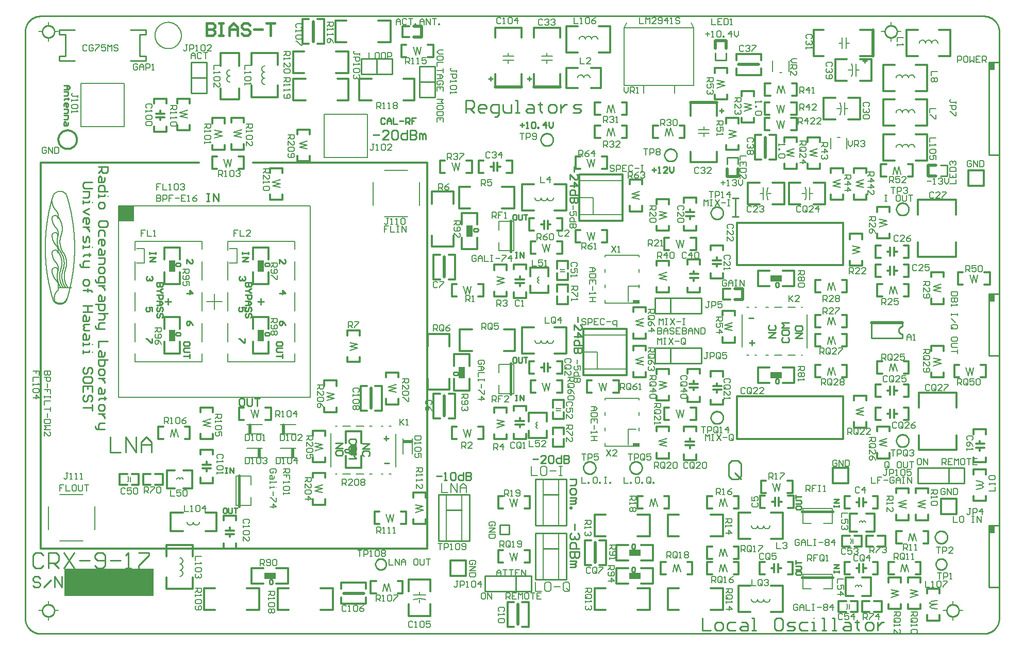
<source format=gto>
*%FSLAX24Y24*%
*%MOIN*%
G01*
%ADD11C,0.0000*%
%ADD12C,0.0050*%
%ADD13C,0.0060*%
%ADD14C,0.0073*%
%ADD15C,0.0080*%
%ADD16C,0.0098*%
%ADD17C,0.0100*%
%ADD18C,0.0120*%
%ADD19C,0.0150*%
%ADD20C,0.0160*%
%ADD21C,0.0160*%
%ADD22C,0.0200*%
%ADD23C,0.0240*%
%ADD24O,0.0240X0.0800*%
%ADD25C,0.0250*%
%ADD26O,0.0280X0.0840*%
%ADD27C,0.0300*%
%ADD28C,0.0300*%
%ADD29C,0.0320*%
%ADD30C,0.0340*%
%ADD31C,0.0360*%
%ADD32C,0.0380*%
%ADD33C,0.0394*%
%ADD34C,0.0400*%
%ADD35C,0.0400*%
%ADD36C,0.0434*%
%ADD37C,0.0440*%
%ADD38C,0.0460*%
%ADD39C,0.0480*%
%ADD40C,0.0480*%
%ADD41C,0.0500*%
%ADD42C,0.0500*%
%ADD43C,0.0520*%
%ADD44C,0.0540*%
%ADD45C,0.0560*%
%ADD46C,0.0580*%
%ADD47C,0.0600*%
%ADD48C,0.0620*%
%ADD49C,0.0650*%
%ADD50C,0.0660*%
%ADD51C,0.0670*%
%ADD52C,0.0680*%
%ADD53C,0.0700*%
%ADD54C,0.0710*%
%ADD55C,0.0720*%
%ADD56O,0.0750X0.0620*%
%ADD57C,0.0750*%
%ADD58C,0.0760*%
%ADD59O,0.0790X0.0660*%
%ADD60C,0.0810*%
%ADD61C,0.0827*%
%ADD62C,0.0850*%
%ADD63C,0.0870*%
%ADD64C,0.1000*%
%ADD65C,0.1040*%
%ADD66C,0.1299*%
%ADD67C,0.1299*%
%ADD68C,0.1499*%
%ADD69C,0.1600*%
%ADD70C,0.1700*%
%ADD71C,0.1750*%
%ADD72C,0.1790*%
%ADD73C,0.2000*%
%ADD74C,0.2299*%
%ADD75C,0.2299*%
%ADD76R,0.0200X0.0200*%
%ADD77R,0.0200X0.0500*%
%ADD78R,0.0200X0.0650*%
%ADD79R,0.0200X0.1600*%
%ADD80R,0.0240X0.0700*%
%ADD81R,0.0280X0.0600*%
%ADD82R,0.0300X0.0300*%
%ADD83R,0.0300X0.0300*%
%ADD84R,0.0300X0.0600*%
%ADD85R,0.0300X0.0650*%
%ADD86R,0.0300X0.0700*%
%ADD87R,0.0315X0.0709*%
%ADD88R,0.0320X0.0560*%
%ADD89R,0.0320X0.0640*%
%ADD90R,0.0335X0.0758*%
%ADD91R,0.0340X0.0340*%
%ADD92R,0.0340X0.0700*%
%ADD93R,0.0340X0.0800*%
%ADD94R,0.0344X0.0787*%
%ADD95R,0.0344X0.0797*%
%ADD96R,0.0350X0.0700*%
%ADD97R,0.0350X0.0800*%
%ADD98R,0.0354X0.0787*%
%ADD99R,0.0355X0.0749*%
%ADD100R,0.0360X0.0600*%
%ADD101R,0.0360X0.1300*%
%ADD102R,0.0394X0.0827*%
%ADD103R,0.0400X0.0200*%
%ADD104R,0.0400X0.0400*%
%ADD105R,0.0400X0.0500*%
%ADD106R,0.0400X0.0640*%
%ADD107R,0.0400X0.0750*%
%ADD108R,0.0400X0.1350*%
%ADD109R,0.0420X0.0850*%
%ADD110R,0.0434X0.0867*%
%ADD111R,0.0440X0.0540*%
%ADD112R,0.0440X0.1390*%
%ADD113R,0.0460X0.0890*%
%ADD114R,0.0500X0.0200*%
%ADD115R,0.0500X0.0400*%
%ADD116R,0.0500X0.0500*%
%ADD117R,0.0500X0.0500*%
%ADD118R,0.0500X0.0850*%
%ADD119R,0.0500X0.1000*%
%ADD120R,0.0500X0.1200*%
%ADD121R,0.0540X0.0440*%
%ADD122R,0.0540X0.0540*%
%ADD123R,0.0540X0.0890*%
%ADD124R,0.0540X0.0960*%
%ADD125R,0.0540X0.1040*%
%ADD126R,0.0550X0.0650*%
%ADD127R,0.0550X0.0780*%
%ADD128R,0.0550X0.0800*%
%ADD129R,0.0560X0.0320*%
%ADD130R,0.0591X0.1260*%
%ADD131R,0.0600X0.0280*%
%ADD132R,0.0600X0.0360*%
%ADD133R,0.0600X0.0600*%
%ADD134R,0.0600X0.1000*%
%ADD135R,0.0600X0.1200*%
%ADD136R,0.0600X0.1250*%
%ADD137R,0.0620X0.0620*%
%ADD138R,0.0631X0.1300*%
%ADD139R,0.0640X0.0320*%
%ADD140R,0.0640X0.0400*%
%ADD141R,0.0640X0.0640*%
%ADD142R,0.0640X0.1040*%
%ADD143R,0.0640X0.1290*%
%ADD144R,0.0650X0.0200*%
%ADD145R,0.0650X0.0550*%
%ADD146R,0.0650X0.0650*%
%ADD147R,0.0660X0.0660*%
%ADD148R,0.0700X0.0700*%
%ADD149R,0.0700X0.0700*%
%ADD150R,0.0700X0.0900*%
%ADD151R,0.0709X0.0827*%
%ADD152R,0.0740X0.0740*%
%ADD153R,0.0749X0.0867*%
%ADD154R,0.0750X0.0400*%
%ADD155R,0.0750X0.0750*%
%ADD156R,0.0750X0.0750*%
%ADD157R,0.0750X0.0800*%
%ADD158R,0.0790X0.0790*%
%ADD159R,0.0800X0.0750*%
%ADD160R,0.0800X0.0800*%
%ADD161R,0.0800X0.0800*%
%ADD162R,0.0800X0.1000*%
%ADD163R,0.0800X0.1250*%
%ADD164R,0.0840X0.1040*%
%ADD165R,0.0850X0.0500*%
%ADD166R,0.0890X0.0540*%
%ADD167R,0.0900X0.0600*%
%ADD168R,0.0900X0.0900*%
%ADD169R,0.0940X0.0940*%
%ADD170R,0.0960X0.0540*%
%ADD171R,0.0960X0.0960*%
%ADD172R,0.0960X0.1220*%
%ADD173R,0.1000X0.0500*%
%ADD174R,0.1000X0.0600*%
%ADD175R,0.1000X0.0700*%
%ADD176R,0.1000X0.1000*%
%ADD177R,0.1000X0.1000*%
%ADD178R,0.1000X0.1250*%
%ADD179R,0.1040X0.0540*%
%ADD180R,0.1040X0.0640*%
%ADD181R,0.1040X0.0740*%
%ADD182R,0.1040X0.1040*%
%ADD183R,0.1040X0.1290*%
%ADD184R,0.1060X0.1060*%
%ADD185R,0.1140X0.0540*%
%ADD186R,0.1200X0.0500*%
%ADD187R,0.1200X0.0600*%
%ADD188R,0.1200X0.1200*%
%ADD189R,0.1220X0.0960*%
%ADD190R,0.1240X0.0640*%
%ADD191R,0.1250X0.0600*%
%ADD192R,0.1250X0.0800*%
%ADD193R,0.1250X0.1000*%
%ADD194R,0.1260X0.0591*%
%ADD195R,0.1290X0.0640*%
%ADD196R,0.1290X0.1040*%
%ADD197R,0.1300X0.0631*%
%ADD198R,0.1300X0.0360*%
%ADD199R,0.1350X0.0400*%
%ADD200R,0.1390X0.0440*%
%ADD201R,0.1500X0.1500*%
%ADD202R,0.1600X0.0200*%
%ADD203R,0.1600X0.2400*%
%ADD204R,0.1700X0.1700*%
%ADD205R,0.1800X0.1800*%
%ADD206R,0.1900X0.1900*%
%ADD207R,0.2000X0.0750*%
%ADD208R,0.2000X0.2000*%
%ADD209R,0.2040X0.0790*%
%ADD210R,0.2100X0.2100*%
%ADD211R,0.2200X0.2200*%
%ADD212R,0.2400X0.1600*%
%ADD213R,0.2500X0.2500*%
D12*
X77900Y31690D02*
Y31990D01*
X79800D02*
Y31690D01*
X79250D01*
X78450D02*
X77900D01*
Y35940D02*
Y36240D01*
X79800D02*
Y35940D01*
X79250D01*
X78450D02*
X77900D01*
X58250Y53590D02*
Y54140D01*
Y54940D02*
Y55490D01*
X58550D01*
Y53590D02*
X58250D01*
Y44890D02*
Y44340D01*
Y45690D02*
Y46240D01*
X58550D01*
Y44340D02*
X58250D01*
X42200Y38990D02*
Y38440D01*
Y37640D02*
Y37090D01*
X41900D01*
Y38990D02*
X42200D01*
X29741Y51360D02*
X29740Y51393D01*
X29737Y51427D01*
X29731Y51460D01*
X29724Y51492D01*
X29714Y51524D01*
X29702Y51556D01*
X29688Y51586D01*
X29673Y51615D01*
X29655Y51644D01*
X29635Y51671D01*
X29614Y51697D01*
X29591Y51721D01*
X29722Y51037D02*
X29698Y51016D01*
X29674Y50994D01*
X29652Y50971D01*
X29631Y50947D01*
X29611Y50921D01*
X29592Y50895D01*
X29575Y50867D01*
X29559Y50839D01*
X29545Y50810D01*
X29532Y50781D01*
X29521Y50751D01*
X29511Y50720D01*
X29503Y50689D01*
X29496Y50657D01*
X29491Y50625D01*
X29487Y50593D01*
X29485Y50561D01*
X29485Y50529D01*
X29486Y50497D01*
X29489Y50464D01*
X29494Y50433D01*
X29500Y50401D01*
X29508Y50370D01*
X29517Y50339D01*
X29528Y50308D01*
X29541Y50279D01*
X29555Y50249D01*
X29914Y53481D02*
X29895Y53508D01*
X29876Y53537D01*
X29858Y53565D01*
X29840Y53594D01*
X29824Y53624D01*
X29808Y53654D01*
X29794Y53685D01*
X29780Y53716D01*
X29766Y53747D01*
X29754Y53779D01*
X29743Y53810D01*
X29732Y53843D01*
X29723Y53875D01*
X29714Y53908D01*
X29706Y53941D01*
X29699Y53974D01*
X29693Y54008D01*
X29688Y54041D01*
X29683Y54075D01*
X29680Y54109D01*
X29678Y54142D01*
X29676Y54176D01*
X29676Y54210D01*
X29676Y54244D01*
X29677Y54278D01*
X29679Y54312D01*
X29682Y54346D01*
X29686Y54379D01*
X29691Y54413D01*
X29697Y54446D01*
X29704Y54480D01*
X29711Y54513D01*
X29720Y54545D01*
X29729Y54578D01*
X29740Y54610D01*
X29751Y54642D01*
X30036Y53524D02*
X30055Y53497D01*
X30074Y53468D01*
X30092Y53440D01*
X30110Y53411D01*
X30126Y53381D01*
X30142Y53351D01*
X30156Y53320D01*
X30170Y53289D01*
X30184Y53258D01*
X30196Y53226D01*
X30207Y53195D01*
X30218Y53162D01*
X30227Y53130D01*
X30236Y53097D01*
X30244Y53064D01*
X30251Y53031D01*
X30257Y52997D01*
X30262Y52964D01*
X30267Y52930D01*
X30270Y52896D01*
X30272Y52863D01*
X30274Y52829D01*
X30274Y52795D01*
X30274Y52761D01*
X30273Y52727D01*
X30271Y52693D01*
X30268Y52659D01*
X30264Y52626D01*
X30259Y52592D01*
X30253Y52559D01*
X30246Y52525D01*
X30239Y52492D01*
X30230Y52460D01*
X30221Y52427D01*
X30210Y52395D01*
X30199Y52363D01*
X30049D02*
X30060Y52395D01*
X30071Y52427D01*
X30080Y52460D01*
X30089Y52492D01*
X30096Y52525D01*
X30103Y52559D01*
X30109Y52592D01*
X30114Y52626D01*
X30118Y52659D01*
X30121Y52693D01*
X30123Y52727D01*
X30124Y52761D01*
X30124Y52795D01*
X30124Y52829D01*
X30122Y52863D01*
X30120Y52896D01*
X30117Y52930D01*
X30112Y52964D01*
X30107Y52997D01*
X30101Y53031D01*
X30094Y53064D01*
X30086Y53097D01*
X30077Y53130D01*
X30068Y53162D01*
X30057Y53195D01*
X30046Y53226D01*
X30034Y53258D01*
X30020Y53289D01*
X30006Y53320D01*
X29992Y53351D01*
X29976Y53381D01*
X29960Y53411D01*
X29942Y53440D01*
X29924Y53468D01*
X29905Y53497D01*
X29886Y53524D01*
X29736D02*
X29755Y53497D01*
X29774Y53468D01*
X29792Y53440D01*
X29810Y53411D01*
X29826Y53381D01*
X29842Y53351D01*
X29856Y53320D01*
X29870Y53289D01*
X29884Y53258D01*
X29896Y53226D01*
X29907Y53195D01*
X29918Y53162D01*
X29927Y53130D01*
X29936Y53097D01*
X29944Y53064D01*
X29951Y53031D01*
X29957Y52997D01*
X29962Y52964D01*
X29967Y52930D01*
X29970Y52896D01*
X29972Y52863D01*
X29974Y52829D01*
X29974Y52795D01*
X29974Y52761D01*
X29973Y52727D01*
X29971Y52693D01*
X29968Y52659D01*
X29964Y52626D01*
X29959Y52592D01*
X29953Y52559D01*
X29946Y52525D01*
X29939Y52492D01*
X29930Y52460D01*
X29921Y52427D01*
X29910Y52395D01*
X29899Y52363D01*
X29751Y52367D02*
X29740Y52335D01*
X29729Y52303D01*
X29720Y52270D01*
X29711Y52238D01*
X29704Y52205D01*
X29697Y52171D01*
X29691Y52138D01*
X29686Y52104D01*
X29682Y52071D01*
X29679Y52037D01*
X29677Y52003D01*
X29676Y51969D01*
X29676Y51935D01*
X29676Y51901D01*
X29678Y51867D01*
X29680Y51834D01*
X29683Y51800D01*
X29688Y51766D01*
X29693Y51733D01*
X29699Y51699D01*
X29706Y51666D01*
X29714Y51633D01*
X29723Y51600D01*
X29732Y51568D01*
X29743Y51535D01*
X29754Y51504D01*
X29766Y51472D01*
X29780Y51441D01*
X29794Y51410D01*
X29808Y51379D01*
X29824Y51349D01*
X29840Y51319D01*
X29858Y51290D01*
X29876Y51262D01*
X29895Y51233D01*
X29914Y51206D01*
X30364D02*
X30345Y51233D01*
X30326Y51262D01*
X30308Y51290D01*
X30290Y51319D01*
X30274Y51349D01*
X30258Y51379D01*
X30244Y51410D01*
X30230Y51441D01*
X30216Y51472D01*
X30204Y51504D01*
X30193Y51535D01*
X30182Y51568D01*
X30173Y51600D01*
X30164Y51633D01*
X30156Y51666D01*
X30149Y51699D01*
X30143Y51733D01*
X30138Y51766D01*
X30133Y51800D01*
X30130Y51834D01*
X30128Y51867D01*
X30126Y51901D01*
X30126Y51935D01*
X30126Y51969D01*
X30127Y52003D01*
X30129Y52037D01*
X30132Y52071D01*
X30136Y52104D01*
X30141Y52138D01*
X30147Y52171D01*
X30154Y52205D01*
X30161Y52238D01*
X30170Y52270D01*
X30179Y52303D01*
X30190Y52335D01*
X30201Y52367D01*
X30051D02*
X30040Y52335D01*
X30029Y52303D01*
X30020Y52270D01*
X30011Y52238D01*
X30004Y52205D01*
X29997Y52171D01*
X29991Y52138D01*
X29986Y52104D01*
X29982Y52071D01*
X29979Y52037D01*
X29977Y52003D01*
X29976Y51969D01*
X29976Y51935D01*
X29976Y51901D01*
X29978Y51867D01*
X29980Y51834D01*
X29983Y51800D01*
X29988Y51766D01*
X29993Y51733D01*
X29999Y51699D01*
X30006Y51666D01*
X30014Y51633D01*
X30023Y51600D01*
X30032Y51568D01*
X30043Y51535D01*
X30054Y51504D01*
X30066Y51472D01*
X30080Y51441D01*
X30094Y51410D01*
X30108Y51379D01*
X30124Y51349D01*
X30140Y51319D01*
X30158Y51290D01*
X30176Y51262D01*
X30195Y51233D01*
X30214Y51206D01*
X30064D02*
X30045Y51233D01*
X30026Y51262D01*
X30008Y51290D01*
X29990Y51319D01*
X29974Y51349D01*
X29958Y51379D01*
X29944Y51410D01*
X29930Y51441D01*
X29916Y51472D01*
X29904Y51504D01*
X29893Y51535D01*
X29882Y51568D01*
X29873Y51600D01*
X29864Y51633D01*
X29856Y51666D01*
X29849Y51699D01*
X29843Y51733D01*
X29838Y51766D01*
X29833Y51800D01*
X29830Y51834D01*
X29828Y51867D01*
X29826Y51901D01*
X29826Y51935D01*
X29826Y51969D01*
X29827Y52003D01*
X29829Y52037D01*
X29832Y52071D01*
X29836Y52104D01*
X29841Y52138D01*
X29847Y52171D01*
X29854Y52205D01*
X29861Y52238D01*
X29870Y52270D01*
X29879Y52303D01*
X29890Y52335D01*
X29901Y52367D01*
X30307Y50522D02*
X30295Y50489D01*
X30281Y50458D01*
X30264Y50428D01*
X30246Y50399D01*
X30226Y50371D01*
X30203Y50345D01*
X30179Y50321D01*
X30153Y50298D01*
X30126Y50277D01*
X30097Y50259D01*
X30067Y50242D01*
X30036Y50228D01*
X30004Y50215D01*
X29971Y50205D01*
X29937Y50198D01*
X29904Y50193D01*
X29869Y50190D01*
X29835Y50190D01*
X29801Y50193D01*
X29767Y50197D01*
X29733Y50204D01*
X29700Y50214D01*
X29668Y50226D01*
X29637Y50240D01*
X29606Y50256D01*
X29577Y50275D01*
X29550Y50295D01*
X29524Y50318D01*
X29500Y50342D01*
X29477Y50368D01*
X29600Y51694D02*
X29577Y51718D01*
X29555Y51742D01*
X29533Y51767D01*
X29513Y51793D01*
X29494Y51819D01*
X29475Y51847D01*
X29458Y51875D01*
X29442Y51903D01*
X29427Y51933D01*
X29414Y51963D01*
X29401Y51993D01*
X29390Y52024D01*
X29379Y52055D01*
X29370Y52087D01*
X29363Y52119D01*
X29356Y52151D01*
X29351Y52184D01*
X29347Y52216D01*
X29345Y52249D01*
X29343Y52282D01*
X29343Y52315D01*
X29340Y52320D02*
X29343Y52353D01*
X29351Y52385D01*
X29365Y52415D01*
X29384Y52442D01*
X29408Y52466D01*
X29435Y52485D01*
X29465Y52499D01*
X29497Y52507D01*
X29530Y52510D01*
X29563Y52507D01*
X29595Y52499D01*
X29625Y52485D01*
X29652Y52466D01*
X29676Y52442D01*
X29695Y52415D01*
X29709Y52385D01*
X29717Y52353D01*
X29720Y52320D01*
Y54580D02*
X29717Y54613D01*
X29709Y54645D01*
X29695Y54675D01*
X29676Y54702D01*
X29652Y54726D01*
X29625Y54745D01*
X29595Y54759D01*
X29563Y54767D01*
X29530Y54770D01*
X29497Y54767D01*
X29465Y54759D01*
X29435Y54745D01*
X29408Y54726D01*
X29384Y54702D01*
X29365Y54675D01*
X29351Y54645D01*
X29343Y54613D01*
X29340Y54580D01*
X29348Y54575D02*
X29348Y54542D01*
X29350Y54509D01*
X29352Y54476D01*
X29356Y54444D01*
X29361Y54411D01*
X29368Y54379D01*
X29375Y54347D01*
X29384Y54315D01*
X29395Y54284D01*
X29406Y54253D01*
X29419Y54223D01*
X29432Y54193D01*
X29447Y54163D01*
X29463Y54135D01*
X29480Y54107D01*
X29499Y54079D01*
X29518Y54053D01*
X29538Y54027D01*
X29560Y54002D01*
X29582Y53978D01*
X29605Y53954D01*
X29724Y54588D02*
X29732Y54622D01*
X29737Y54658D01*
X29740Y54693D01*
X29741Y54729D01*
X29739Y54765D01*
X29735Y54800D01*
X29728Y54835D01*
X29719Y54869D01*
X29707Y54903D01*
X29693Y54936D01*
X29677Y54968D01*
X29659Y54998D01*
X29638Y55028D01*
X29616Y55055D01*
X29591Y55081D01*
X29600Y55084D02*
X29577Y55108D01*
X29555Y55132D01*
X29533Y55157D01*
X29513Y55183D01*
X29494Y55209D01*
X29475Y55237D01*
X29458Y55265D01*
X29442Y55293D01*
X29427Y55323D01*
X29414Y55353D01*
X29401Y55383D01*
X29390Y55414D01*
X29379Y55445D01*
X29370Y55477D01*
X29363Y55509D01*
X29356Y55541D01*
X29351Y55574D01*
X29347Y55606D01*
X29345Y55639D01*
X29343Y55672D01*
X29343Y55705D01*
X29340Y55700D02*
X29343Y55733D01*
X29351Y55765D01*
X29365Y55795D01*
X29384Y55822D01*
X29408Y55846D01*
X29435Y55865D01*
X29465Y55879D01*
X29497Y55887D01*
X29530Y55890D01*
X29563Y55887D01*
X29595Y55879D01*
X29625Y55865D01*
X29652Y55846D01*
X29676Y55822D01*
X29695Y55795D01*
X29709Y55765D01*
X29717Y55733D01*
X29720Y55700D01*
X29724Y55713D02*
X29732Y55748D01*
X29737Y55783D01*
X29740Y55818D01*
X29741Y55854D01*
X29739Y55890D01*
X29735Y55925D01*
X29728Y55960D01*
X29719Y55994D01*
X29707Y56028D01*
X29693Y56061D01*
X29677Y56093D01*
X29659Y56123D01*
X29638Y56153D01*
X29616Y56180D01*
X29591Y56206D01*
X29600Y56209D02*
X29577Y56233D01*
X29555Y56257D01*
X29533Y56282D01*
X29513Y56308D01*
X29494Y56334D01*
X29475Y56362D01*
X29458Y56390D01*
X29442Y56418D01*
X29427Y56448D01*
X29414Y56478D01*
X29401Y56508D01*
X29390Y56539D01*
X29379Y56570D01*
X29370Y56602D01*
X29363Y56634D01*
X29356Y56666D01*
X29351Y56699D01*
X29347Y56731D01*
X29345Y56764D01*
X29343Y56797D01*
X29343Y56830D01*
X29591Y53956D02*
X29616Y53930D01*
X29638Y53903D01*
X29659Y53873D01*
X29677Y53843D01*
X29693Y53811D01*
X29707Y53778D01*
X29719Y53744D01*
X29728Y53710D01*
X29735Y53675D01*
X29739Y53640D01*
X29741Y53604D01*
X29740Y53568D01*
X29737Y53533D01*
X29732Y53498D01*
X29724Y53463D01*
X29720Y53455D02*
X29717Y53488D01*
X29709Y53520D01*
X29695Y53550D01*
X29676Y53577D01*
X29652Y53601D01*
X29625Y53620D01*
X29595Y53634D01*
X29563Y53642D01*
X29530Y53645D01*
X29497Y53642D01*
X29465Y53634D01*
X29435Y53620D01*
X29408Y53601D01*
X29384Y53577D01*
X29365Y53550D01*
X29351Y53520D01*
X29343Y53488D01*
X29340Y53455D01*
X29343Y53455D02*
X29343Y53422D01*
X29345Y53389D01*
X29347Y53356D01*
X29351Y53324D01*
X29356Y53291D01*
X29363Y53259D01*
X29370Y53227D01*
X29379Y53195D01*
X29390Y53164D01*
X29401Y53133D01*
X29414Y53103D01*
X29427Y53073D01*
X29442Y53043D01*
X29458Y53015D01*
X29475Y52987D01*
X29494Y52959D01*
X29513Y52933D01*
X29533Y52907D01*
X29555Y52882D01*
X29577Y52858D01*
X29600Y52834D01*
X29591Y52831D02*
X29616Y52805D01*
X29638Y52778D01*
X29659Y52748D01*
X29677Y52718D01*
X29693Y52686D01*
X29707Y52653D01*
X29719Y52619D01*
X29728Y52585D01*
X29735Y52550D01*
X29739Y52515D01*
X29741Y52479D01*
X29740Y52443D01*
X29737Y52408D01*
X29732Y52372D01*
X29724Y52338D01*
X30089Y53436D02*
X30070Y53463D01*
X30051Y53492D01*
X30033Y53520D01*
X30015Y53549D01*
X29999Y53579D01*
X29983Y53609D01*
X29969Y53640D01*
X29955Y53671D01*
X29941Y53702D01*
X29929Y53734D01*
X29918Y53765D01*
X29907Y53798D01*
X29898Y53830D01*
X29889Y53863D01*
X29881Y53896D01*
X29874Y53929D01*
X29868Y53963D01*
X29863Y53996D01*
X29858Y54030D01*
X29855Y54064D01*
X29853Y54097D01*
X29851Y54131D01*
X29851Y54165D01*
X29851Y54199D01*
X29852Y54233D01*
X29854Y54267D01*
X29857Y54301D01*
X29861Y54334D01*
X29866Y54368D01*
X29872Y54401D01*
X29879Y54435D01*
X29886Y54468D01*
X29895Y54500D01*
X29904Y54533D01*
X29915Y54565D01*
X29926Y54597D01*
X29924Y54593D02*
X29935Y54625D01*
X29946Y54657D01*
X29955Y54690D01*
X29964Y54722D01*
X29971Y54755D01*
X29978Y54789D01*
X29984Y54822D01*
X29989Y54856D01*
X29993Y54889D01*
X29996Y54923D01*
X29998Y54957D01*
X29999Y54991D01*
X29999Y55025D01*
X29999Y55059D01*
X29997Y55093D01*
X29995Y55126D01*
X29992Y55160D01*
X29987Y55194D01*
X29982Y55227D01*
X29976Y55261D01*
X29969Y55294D01*
X29961Y55327D01*
X29952Y55360D01*
X29943Y55392D01*
X29932Y55425D01*
X29921Y55456D01*
X29909Y55488D01*
X29895Y55519D01*
X29881Y55550D01*
X29867Y55581D01*
X29851Y55611D01*
X29835Y55641D01*
X29817Y55670D01*
X29799Y55698D01*
X29780Y55727D01*
X29761Y55754D01*
X29725Y51365D02*
Y51040D01*
Y51220D02*
X30620D01*
D13*
X68500Y48590D02*
Y48190D01*
X68700D01*
X68767Y48257D01*
Y48323D01*
X68700Y48390D01*
X68500D01*
X68501D01*
X68500D02*
X68501D01*
X68500D02*
X68501D01*
X68500D02*
X68700D01*
X68767Y48457D01*
Y48523D01*
X68700Y48590D01*
X68500D01*
X68900Y48457D02*
Y48190D01*
Y48457D02*
X69033Y48590D01*
X69166Y48457D01*
Y48190D01*
Y48390D01*
X68900D01*
X69500Y48590D02*
X69566Y48523D01*
X69500Y48590D02*
X69366D01*
X69300Y48523D01*
Y48457D01*
X69366Y48390D01*
X69500D01*
X69566Y48323D01*
Y48257D01*
X69500Y48190D01*
X69366D01*
X69300Y48257D01*
X69700Y48590D02*
X69966D01*
X69700D02*
Y48190D01*
X69966D01*
X69833Y48390D02*
X69700D01*
X70099Y48190D02*
Y48590D01*
Y48190D02*
X70299D01*
X70366Y48257D01*
Y48323D01*
X70299Y48390D01*
X70099D01*
X70100D01*
X70099D02*
X70100D01*
X70099D02*
X70100D01*
X70099D02*
X70299D01*
X70366Y48457D01*
Y48523D01*
X70299Y48590D01*
X70099D01*
X70499Y48457D02*
Y48190D01*
Y48457D02*
X70633Y48590D01*
X70766Y48457D01*
Y48190D01*
Y48390D01*
X70499D01*
X70899Y48190D02*
Y48590D01*
X71166Y48190D01*
Y48590D01*
X71299D02*
Y48190D01*
X71499D01*
X71566Y48257D01*
Y48523D01*
X71499Y48590D01*
X71299D01*
X63050Y56273D02*
Y56540D01*
X63250Y56140D02*
Y55874D01*
Y56140D02*
X63050D01*
X63117Y56007D01*
Y55940D01*
X63050Y55874D01*
X62917D01*
X62850Y55940D01*
Y56073D01*
X62917Y56140D01*
X62850Y55474D02*
X63250D01*
X62850D02*
Y55674D01*
X62917Y55740D01*
X63050D01*
X63117Y55674D01*
Y55474D01*
X63250Y55340D02*
X62850D01*
Y55140D01*
X62917Y55074D01*
X62983D01*
X63050Y55140D01*
Y55340D01*
X63051D01*
X63050D02*
X63051D01*
X63050D02*
X63051D01*
X63050D02*
Y55140D01*
X63117Y55074D01*
X63183D01*
X63250Y55140D01*
Y55340D01*
X63300Y46540D02*
Y46273D01*
X63500Y46140D02*
Y45874D01*
Y46140D02*
X63300D01*
X63367Y46007D01*
Y45940D01*
X63300Y45874D01*
X63167D01*
X63100Y45940D01*
Y46073D01*
X63167Y46140D01*
X63100Y45474D02*
X63500D01*
X63100D02*
Y45674D01*
X63167Y45740D01*
X63300D01*
X63367Y45674D01*
Y45474D01*
X63500Y45340D02*
X63100D01*
Y45140D01*
X63167Y45074D01*
X63233D01*
X63300Y45140D01*
Y45340D01*
X63301D01*
X63300D02*
X63301D01*
X63300D02*
X63301D01*
X63300D02*
Y45140D01*
X63367Y45074D01*
X63433D01*
X63500Y45140D01*
Y45340D01*
X84000Y67390D02*
X84400D01*
X84000D02*
Y67123D01*
Y66990D02*
Y66857D01*
Y66923D01*
X84400D01*
X84401D01*
X84400D02*
X84333Y66990D01*
X87900Y66190D02*
Y65790D01*
Y66190D02*
X88100D01*
X88167Y66123D01*
Y65990D01*
X88100Y65923D01*
X87900D01*
X88367Y66190D02*
X88500D01*
X88367D02*
X88300Y66123D01*
Y65857D01*
X88367Y65790D01*
X88500D01*
X88566Y65857D01*
Y66123D01*
X88500Y66190D01*
X88700D02*
Y65790D01*
X88833Y65923D01*
X88966Y65790D01*
Y66190D01*
X89100D02*
X89366D01*
X89100D02*
Y65790D01*
X89366D01*
X89233Y65990D02*
X89100D01*
X89499Y65790D02*
Y66190D01*
X89699D01*
X89766Y66123D01*
Y65990D01*
X89699Y65923D01*
X89499D01*
X89633D02*
X89766Y65790D01*
X87800Y63257D02*
Y63123D01*
Y63190D02*
Y63257D01*
Y63190D02*
X87467D01*
X87400Y63257D01*
Y63323D01*
X87467Y63390D01*
X87400Y62990D02*
X87800D01*
Y62790D01*
X87733Y62724D01*
X87600D01*
X87533Y62790D01*
Y62990D01*
X87800Y62590D02*
Y62324D01*
X87733D01*
X87467Y62590D01*
X87400D01*
X83500Y58390D02*
Y57990D01*
Y58390D02*
X83700D01*
X83767Y58323D01*
Y58190D01*
X83700Y58123D01*
X83500D01*
X83633D02*
X83767Y57990D01*
X83900Y58390D02*
X84166D01*
X83900D02*
Y58190D01*
X84033Y58257D01*
X84100D01*
X84166Y58190D01*
Y58057D01*
X84100Y57990D01*
X83967D01*
X83900Y58057D01*
X84300Y57990D02*
X84566D01*
X84300D02*
X84566Y58257D01*
Y58323D01*
X84500Y58390D01*
X84366D01*
X84300Y58323D01*
X85950Y58090D02*
X86217D01*
X86350Y57890D02*
X86483D01*
X86417D01*
Y58290D01*
X86418D01*
X86417D02*
X86350Y58223D01*
X86683D02*
X86750Y58290D01*
X86883D01*
X86950Y58223D01*
Y58157D01*
X86951D01*
X86950D02*
X86951D01*
X86950D02*
X86951D01*
X86950D02*
X86883Y58090D01*
X86816D01*
X86883D01*
X86950Y58023D01*
Y57957D01*
X86883Y57890D01*
X86750D01*
X86683Y57957D01*
X87083Y58023D02*
Y58290D01*
Y58023D02*
X87216Y57890D01*
X87350Y58023D01*
Y58290D01*
X87400Y57940D02*
X87800D01*
Y58207D01*
X87400Y58340D02*
Y58606D01*
Y58340D02*
X87800D01*
Y58606D01*
X87600Y58473D02*
Y58340D01*
X87800Y58740D02*
X87400D01*
X87800D02*
Y58940D01*
X87733Y59006D01*
X87467D01*
X87400Y58940D01*
Y58740D01*
X87467Y59140D02*
X87400Y59206D01*
Y59340D01*
X87467Y59406D01*
X87533D01*
X87534D01*
X87533D02*
X87534D01*
X87533D02*
X87534D01*
X87533D02*
X87600Y59340D01*
Y59273D01*
Y59340D01*
X87667Y59406D01*
X87733D01*
X87800Y59340D01*
Y59206D01*
X87733Y59140D01*
X88740Y59450D02*
X88807Y59383D01*
X88740Y59450D02*
X88607D01*
X88540Y59383D01*
Y59117D01*
X88607Y59050D01*
X88740D01*
X88807Y59117D01*
Y59250D01*
X88673D01*
X88940Y59050D02*
Y59450D01*
X89206Y59050D01*
Y59450D01*
X89340D02*
Y59050D01*
X89540D01*
X89606Y59117D01*
Y59383D01*
X89540Y59450D01*
X89340D01*
X86367Y57323D02*
X86300Y57390D01*
X86167D01*
X86100Y57323D01*
Y57057D01*
X86167Y56990D01*
X86300D01*
X86367Y57057D01*
X86500Y56990D02*
X86766D01*
X86500D02*
X86766Y57257D01*
Y57323D01*
X86700Y57390D01*
X86567D01*
X86500Y57323D01*
X86900Y57390D02*
X87166D01*
Y57323D01*
X86900Y57057D01*
Y56990D01*
X83333Y57190D02*
X83200D01*
X83267D02*
X83333D01*
X83267D02*
Y56790D01*
X83200D01*
X83333D01*
X84000Y57190D02*
X84133D01*
X84000D02*
X83933Y57123D01*
Y56857D01*
X84000Y56790D01*
X84133D01*
X84200Y56857D01*
Y57123D01*
X84133Y57190D01*
X84333D02*
Y56857D01*
X84400Y56790D01*
X84533D01*
X84600Y56857D01*
Y57190D01*
X84733D02*
X84999D01*
X84866D01*
Y56790D01*
X83867Y57690D02*
X83600D01*
X83733D02*
X83867D01*
X83733D02*
Y57290D01*
X84000D02*
Y57690D01*
X84200D01*
X84266Y57623D01*
Y57490D01*
X84200Y57423D01*
X84000D01*
X84400Y57623D02*
X84466Y57690D01*
X84600D01*
X84666Y57623D01*
Y57557D01*
X84667D01*
X84666D02*
X84667D01*
X84666D02*
X84667D01*
X84666D02*
X84600Y57490D01*
X84533D01*
X84600D01*
X84666Y57423D01*
Y57357D01*
X84600Y57290D01*
X84466D01*
X84400Y57357D01*
X84000Y54590D02*
X84067Y54523D01*
X84000Y54590D02*
X83867D01*
X83800Y54523D01*
Y54257D01*
X83867Y54190D01*
X84000D01*
X84067Y54257D01*
X84200Y54190D02*
X84466D01*
X84200D02*
X84466Y54457D01*
Y54523D01*
X84400Y54590D01*
X84267D01*
X84200Y54523D01*
X84733D02*
X84866Y54590D01*
X84733Y54523D02*
X84600Y54390D01*
Y54257D01*
X84666Y54190D01*
X84800D01*
X84866Y54257D01*
Y54323D01*
X84800Y54390D01*
X84600D01*
X85200Y52690D02*
X85267Y52623D01*
X85200Y52690D02*
X85067D01*
X85000Y52623D01*
Y52357D01*
X85067Y52290D01*
X85200D01*
X85267Y52357D01*
X85400Y52290D02*
X85666D01*
X85400D02*
X85666Y52557D01*
Y52623D01*
X85600Y52690D01*
X85467D01*
X85400Y52623D01*
X85800Y52690D02*
X86066D01*
X85800D02*
Y52490D01*
X85933Y52557D01*
X86000D01*
X86066Y52490D01*
Y52357D01*
X86000Y52290D01*
X85866D01*
X85800Y52357D01*
X83000Y50490D02*
Y50090D01*
Y50490D02*
X83200D01*
X83267Y50423D01*
Y50290D01*
X83200Y50223D01*
X83000D01*
X83133D02*
X83267Y50090D01*
X83400D02*
X83666D01*
X83400D02*
X83666Y50357D01*
Y50423D01*
X83600Y50490D01*
X83467D01*
X83400Y50423D01*
X83800Y50490D02*
X84066D01*
X83800D02*
Y50290D01*
X83933Y50357D01*
X84000D01*
X84066Y50290D01*
Y50157D01*
X84000Y50090D01*
X83866D01*
X83800Y50157D01*
X84650Y48057D02*
Y47790D01*
Y48057D02*
X84783Y48190D01*
X84917Y48057D01*
Y47790D01*
Y47990D01*
X84650D01*
X85050Y47790D02*
X85183D01*
X85117D01*
Y48190D01*
X85118D01*
X85117D02*
X85050Y48123D01*
X87900Y49407D02*
Y49540D01*
Y49473D02*
Y49407D01*
Y49473D02*
X87500D01*
Y49540D01*
Y49407D01*
Y49207D02*
X87767Y48940D01*
X87833Y48540D02*
X87567D01*
X87833D02*
X87900Y48607D01*
Y48740D01*
X87833Y48807D01*
X87567D01*
X87500Y48740D01*
Y48607D01*
Y48540D02*
X87633Y48674D01*
X87500Y48607D02*
X87567Y48540D01*
X87900Y47941D02*
Y47807D01*
Y47941D02*
X87833Y48007D01*
X87567D01*
X87500Y47941D01*
Y47807D01*
X87567Y47741D01*
X87833D01*
X87900Y47807D01*
Y47607D02*
X87567D01*
X87500Y47541D01*
Y47407D01*
X87567Y47341D01*
X87900D01*
Y47207D02*
Y46941D01*
Y47074D01*
X87500D01*
Y50940D02*
X87900D01*
X87500D02*
Y50740D01*
X87567Y50673D01*
X87833D01*
X87900Y50740D01*
Y50940D01*
Y50540D02*
X87500D01*
Y50340D01*
X87567Y50274D01*
X87633D01*
X87700Y50340D01*
Y50540D01*
X87701D01*
X87700D02*
X87701D01*
X87700D02*
X87701D01*
X87700D02*
Y50340D01*
X87767Y50274D01*
X87833D01*
X87900Y50340D01*
Y50540D01*
X87500Y50140D02*
Y50007D01*
Y50074D01*
X87900D01*
X87901D01*
X87900D02*
X87833Y50140D01*
X88450Y52240D02*
Y52640D01*
X88650D01*
X88717Y52573D01*
Y52440D01*
X88650Y52373D01*
X88450D01*
X88583D02*
X88717Y52240D01*
X88850Y52640D02*
X89116D01*
X88850D02*
Y52440D01*
X88983Y52507D01*
X89050D01*
X89116Y52440D01*
Y52307D01*
X89050Y52240D01*
X88917D01*
X88850Y52307D01*
X89250Y52573D02*
X89316Y52640D01*
X89450D01*
X89516Y52573D01*
Y52307D01*
X89450Y52240D01*
X89316D01*
X89250Y52307D01*
Y52573D01*
X86100Y51590D02*
X85700D01*
X86100D02*
Y51390D01*
X86033Y51323D01*
X85900D01*
X85833Y51390D01*
Y51590D01*
Y51457D02*
X85700Y51323D01*
Y51190D02*
Y50924D01*
Y51190D02*
X85967Y50924D01*
X86033D01*
X86100Y50990D01*
Y51123D01*
X86033Y51190D01*
X85767Y50790D02*
X85700Y50724D01*
Y50590D01*
X85767Y50524D01*
X86033D01*
X86100Y50590D01*
Y50724D01*
X86033Y50790D01*
X85967D01*
X85900Y50724D01*
Y50524D01*
X83000Y46890D02*
Y46490D01*
Y46890D02*
X83200D01*
X83267Y46823D01*
Y46690D01*
X83200Y46623D01*
X83000D01*
X83133D02*
X83267Y46490D01*
X83666Y46557D02*
Y46823D01*
X83600Y46890D01*
X83467D01*
X83400Y46823D01*
Y46557D01*
X83467Y46490D01*
X83600D01*
X83666D02*
X83533Y46623D01*
X83600Y46490D02*
X83666Y46557D01*
X83800Y46490D02*
X84066D01*
X83800D02*
X84066Y46757D01*
Y46823D01*
X84000Y46890D01*
X83866D01*
X83800Y46823D01*
X84200Y46890D02*
X84466D01*
X84200D02*
Y46690D01*
X84333Y46757D01*
X84400D01*
X84466Y46690D01*
Y46557D01*
X84400Y46490D01*
X84266D01*
X84200Y46557D01*
X83300Y45490D02*
X83367Y45423D01*
X83300Y45490D02*
X83167D01*
X83100Y45423D01*
Y45157D01*
X83167Y45090D01*
X83300D01*
X83367Y45157D01*
X83766D02*
Y45423D01*
X83700Y45490D01*
X83567D01*
X83500Y45423D01*
Y45157D01*
X83567Y45090D01*
X83700D01*
X83766D02*
X83633Y45223D01*
X83700Y45090D02*
X83766Y45157D01*
X83900Y45090D02*
X84166D01*
X83900D02*
X84166Y45357D01*
Y45423D01*
X84100Y45490D01*
X83966D01*
X83900Y45423D01*
X84300Y45490D02*
X84566D01*
X84300D02*
Y45290D01*
X84433Y45357D01*
X84500D01*
X84566Y45290D01*
Y45157D01*
X84500Y45090D01*
X84366D01*
X84300Y45157D01*
X83900Y42490D02*
X83967Y42423D01*
X83900Y42490D02*
X83767D01*
X83700Y42423D01*
Y42157D01*
X83767Y42090D01*
X83900D01*
X83967Y42157D01*
X84366D02*
Y42423D01*
X84300Y42490D01*
X84167D01*
X84100Y42423D01*
Y42157D01*
X84167Y42090D01*
X84300D01*
X84366D02*
X84233Y42223D01*
X84300Y42090D02*
X84366Y42157D01*
X84500Y42090D02*
X84766D01*
X84500D02*
X84766Y42357D01*
Y42423D01*
X84700Y42490D01*
X84566D01*
X84500Y42423D01*
X85033D02*
X85166Y42490D01*
X85033Y42423D02*
X84900Y42290D01*
Y42157D01*
X84966Y42090D01*
X85100D01*
X85166Y42157D01*
Y42223D01*
X85100Y42290D01*
X84900D01*
X83467Y39873D02*
Y39607D01*
Y39873D02*
X83400Y39940D01*
X83267D01*
X83200Y39873D01*
Y39607D01*
X83267Y39540D01*
X83400D01*
X83467D02*
X83333Y39673D01*
X83400Y39540D02*
X83467Y39607D01*
X84066Y39940D02*
X84200D01*
X84066D02*
X84000Y39873D01*
Y39607D01*
X84066Y39540D01*
X84200D01*
X84266Y39607D01*
Y39873D01*
X84200Y39940D01*
X84400D02*
Y39607D01*
X84466Y39540D01*
X84600D01*
X84666Y39607D01*
Y39940D01*
X84799D02*
X85066D01*
X84933D01*
Y39540D01*
X83867Y40690D02*
X83600D01*
X83733D02*
X83867D01*
X83733D02*
Y40290D01*
X84000D02*
Y40690D01*
X84200D01*
X84266Y40623D01*
Y40490D01*
X84200Y40423D01*
X84000D01*
X84666Y40357D02*
Y40623D01*
X84600Y40690D01*
X84466D01*
X84400Y40623D01*
Y40357D01*
X84466Y40290D01*
X84600D01*
X84666D02*
X84533Y40423D01*
X84600Y40290D02*
X84666Y40357D01*
X84800Y40623D02*
X84866Y40690D01*
X85000D01*
X85066Y40623D01*
Y40557D01*
X85067D01*
X85066D02*
X85067D01*
X85066D02*
X85067D01*
X85066D02*
X85000Y40490D01*
X84933D01*
X85000D01*
X85066Y40423D01*
Y40357D01*
X85000Y40290D01*
X84866D01*
X84800Y40357D01*
X86600Y32740D02*
X86867D01*
X86733D01*
Y32340D01*
X87000D02*
Y32740D01*
X87200D01*
X87266Y32673D01*
Y32540D01*
X87200Y32473D01*
X87000D01*
X87400Y32340D02*
X87533D01*
X87466D01*
Y32740D01*
X87467D01*
X87466D02*
X87400Y32673D01*
X86817Y34390D02*
X86550D01*
X86683D02*
X86817D01*
X86683D02*
Y33990D01*
X86950D02*
Y34390D01*
X87150D01*
X87216Y34323D01*
Y34190D01*
X87150Y34123D01*
X86950D01*
X87350Y33990D02*
X87616D01*
X87350D02*
X87616Y34257D01*
Y34323D01*
X87550Y34390D01*
X87416D01*
X87350Y34323D01*
X84400Y34190D02*
Y34590D01*
X84600D01*
X84667Y34523D01*
Y34390D01*
X84600Y34323D01*
X84400D01*
X84533D02*
X84667Y34190D01*
X84800D02*
X84933D01*
X84867D01*
Y34590D01*
X84868D01*
X84867D02*
X84800Y34523D01*
X85133Y34190D02*
X85266D01*
X85200D01*
Y34590D01*
X85201D01*
X85200D02*
X85133Y34523D01*
X83800Y33990D02*
Y33590D01*
Y33990D02*
X84000D01*
X84067Y33923D01*
Y33790D01*
X84000Y33723D01*
X83800D01*
X83933D02*
X84067Y33590D01*
X84466Y33657D02*
Y33923D01*
X84400Y33990D01*
X84267D01*
X84200Y33923D01*
Y33657D01*
X84267Y33590D01*
X84400D01*
X84466D02*
X84333Y33723D01*
X84400Y33590D02*
X84466Y33657D01*
X84600Y33590D02*
X84733D01*
X84666D01*
Y33990D01*
X84667D01*
X84666D02*
X84600Y33923D01*
X84933Y33590D02*
X85066D01*
X85000D01*
Y33990D01*
X85001D01*
X85000D02*
X84933Y33923D01*
X83750Y37690D02*
X83350D01*
X83750D02*
Y37490D01*
X83683Y37423D01*
X83550D01*
X83483Y37490D01*
Y37690D01*
Y37557D02*
X83350Y37423D01*
Y37290D02*
Y37157D01*
Y37223D01*
X83750D01*
X83751D01*
X83750D02*
X83683Y37290D01*
X83350Y36957D02*
Y36690D01*
Y36957D02*
X83617Y36690D01*
X83683D01*
X83750Y36757D01*
Y36890D01*
X83683Y36957D01*
X86200Y38090D02*
X86600D01*
Y37890D01*
X86533Y37823D01*
X86400D01*
X86333Y37890D01*
Y38090D01*
Y37957D02*
X86200Y37823D01*
Y37690D02*
Y37557D01*
Y37623D01*
X86600D01*
X86601D01*
X86600D02*
X86533Y37690D01*
Y37357D02*
X86600Y37290D01*
Y37157D01*
X86533Y37090D01*
X86267D01*
X86200Y37157D01*
Y37290D01*
X86267Y37357D01*
X86533D01*
X87117Y38123D02*
X87050Y38190D01*
X86917D01*
X86850Y38123D01*
Y37857D01*
X86917Y37790D01*
X87050D01*
X87117Y37857D01*
Y37990D01*
X86983D01*
X87250Y37790D02*
Y38190D01*
X87516Y37790D01*
Y38190D01*
X87650D02*
Y37790D01*
X87850D01*
X87916Y37857D01*
Y38123D01*
X87850Y38190D01*
X87650D01*
X82350Y38540D02*
Y38940D01*
Y38540D02*
X82617D01*
X82750Y38940D02*
X83016D01*
X82750D02*
Y38740D01*
X82883D01*
X82750D01*
Y38540D01*
X83150Y38740D02*
X83416D01*
X83750Y38940D02*
X83816Y38873D01*
X83750Y38940D02*
X83616D01*
X83550Y38873D01*
Y38607D01*
X83616Y38540D01*
X83750D01*
X83816Y38607D01*
Y38740D01*
X83683D01*
X83949Y38807D02*
Y38540D01*
Y38807D02*
X84083Y38940D01*
X84216Y38807D01*
Y38540D01*
Y38740D01*
X83949D01*
X84349Y38940D02*
X84483D01*
X84416D01*
Y38540D01*
X84349D01*
X84483D01*
X84683D02*
Y38940D01*
X84949Y38540D01*
Y38940D01*
X83367Y39440D02*
X83233D01*
X83300D01*
Y39107D01*
X83233Y39040D01*
X83167D01*
X83100Y39107D01*
X83500Y39040D02*
Y39440D01*
X83700D01*
X83766Y39373D01*
Y39240D01*
X83700Y39173D01*
X83500D01*
X83900Y39040D02*
X84033D01*
X83966D01*
Y39440D01*
X83967D01*
X83966D02*
X83900Y39373D01*
X84233D02*
X84300Y39440D01*
X84433D01*
X84500Y39373D01*
Y39107D01*
X84433Y39040D01*
X84300D01*
X84233Y39107D01*
Y39373D01*
X84633Y39440D02*
X84899D01*
X84633D02*
Y39240D01*
X84766Y39307D01*
X84833D01*
X84899Y39240D01*
Y39107D01*
X84833Y39040D01*
X84699D01*
X84633Y39107D01*
X88833Y41323D02*
X88900Y41390D01*
Y41523D01*
X88833Y41590D01*
X88567D01*
X88500Y41523D01*
Y41390D01*
X88567Y41323D01*
X88833Y41057D02*
X88900Y40924D01*
X88833Y41057D02*
X88700Y41190D01*
X88567D01*
X88500Y41123D01*
Y40990D01*
X88567Y40924D01*
X88633D01*
X88700Y40990D01*
Y41190D01*
X88500Y40790D02*
Y40657D01*
Y40724D01*
X88900D01*
X88901D01*
X88900D02*
X88833Y40790D01*
X89950Y38040D02*
X90350D01*
Y38307D01*
Y38440D02*
Y38573D01*
Y38507D01*
X89950D01*
X89951D01*
X89950D02*
X90017Y38440D01*
Y38773D02*
X89950Y38840D01*
Y38973D01*
X90017Y39040D01*
X90283D01*
X90350Y38973D01*
Y38840D01*
X90283Y38773D01*
X90017D01*
X87650Y36390D02*
Y35990D01*
X87917D01*
X88117Y36390D02*
X88250D01*
X88117D02*
X88050Y36323D01*
Y36057D01*
X88117Y35990D01*
X88250D01*
X88316Y36057D01*
Y36323D01*
X88250Y36390D01*
X88850D02*
X88983D01*
X88916D01*
Y35990D01*
X88850D01*
X88983D01*
X89183D02*
Y36390D01*
X89449Y35990D01*
Y36390D01*
X88767Y36890D02*
X88633D01*
X88700D01*
Y36557D01*
X88633Y36490D01*
X88567D01*
X88500Y36557D01*
X88900Y36490D02*
Y36890D01*
X89100D01*
X89166Y36823D01*
Y36690D01*
X89100Y36623D01*
X88900D01*
X89500Y36490D02*
Y36890D01*
X89300Y36690D01*
X89566D01*
X86117Y44873D02*
X86050Y44940D01*
X85917D01*
X85850Y44873D01*
Y44607D01*
X85917Y44540D01*
X86050D01*
X86117Y44607D01*
X86516D02*
Y44873D01*
X86450Y44940D01*
X86317D01*
X86250Y44873D01*
Y44607D01*
X86317Y44540D01*
X86450D01*
X86516D02*
X86383Y44673D01*
X86450Y44540D02*
X86516Y44607D01*
X86650Y44540D02*
X86916D01*
X86650D02*
X86916Y44807D01*
Y44873D01*
X86850Y44940D01*
X86716D01*
X86650Y44873D01*
X87050Y44940D02*
X87316D01*
Y44873D01*
X87050Y44607D01*
Y44540D01*
X86100Y47190D02*
X85700D01*
X86100D02*
Y46990D01*
X86033Y46923D01*
X85900D01*
X85833Y46990D01*
Y47190D01*
Y47057D02*
X85700Y46923D01*
X85767Y46524D02*
X86033D01*
X86100Y46590D01*
Y46723D01*
X86033Y46790D01*
X85767D01*
X85700Y46723D01*
Y46590D01*
Y46524D02*
X85833Y46657D01*
X85700Y46590D02*
X85767Y46524D01*
X85700Y46390D02*
Y46124D01*
Y46390D02*
X85967Y46124D01*
X86033D01*
X86100Y46190D01*
Y46324D01*
X86033Y46390D01*
X85767Y45990D02*
X85700Y45924D01*
Y45790D01*
X85767Y45724D01*
X86033D01*
X86100Y45790D01*
Y45924D01*
X86033Y45990D01*
X85967D01*
X85900Y45924D01*
Y45724D01*
X87900Y45290D02*
Y44890D01*
Y45290D02*
X88100D01*
X88167Y45223D01*
Y45090D01*
X88100Y45023D01*
X87900D01*
X88033D02*
X88167Y44890D01*
X88566Y44957D02*
Y45223D01*
X88500Y45290D01*
X88367D01*
X88300Y45223D01*
Y44957D01*
X88367Y44890D01*
X88500D01*
X88566D02*
X88433Y45023D01*
X88500Y44890D02*
X88566Y44957D01*
X88700Y45290D02*
X88966D01*
X88700D02*
Y45090D01*
X88833Y45157D01*
X88900D01*
X88966Y45090D01*
Y44957D01*
X88900Y44890D01*
X88766D01*
X88700Y44957D01*
X89100Y45223D02*
X89166Y45290D01*
X89300D01*
X89366Y45223D01*
Y44957D01*
X89300Y44890D01*
X89166D01*
X89100Y44957D01*
Y45223D01*
X85300Y30190D02*
X84900D01*
X85300D02*
Y29990D01*
X85233Y29923D01*
X85100D01*
X85033Y29990D01*
Y30190D01*
Y30057D02*
X84900Y29923D01*
X84967Y29524D02*
X85233D01*
X85300Y29590D01*
Y29723D01*
X85233Y29790D01*
X84967D01*
X84900Y29723D01*
Y29590D01*
Y29524D02*
X85033Y29657D01*
X84900Y29590D02*
X84967Y29524D01*
X84900Y29390D02*
Y29257D01*
Y29324D01*
X85300D01*
X85301D01*
X85300D02*
X85233Y29390D01*
Y29057D02*
X85300Y28990D01*
Y28857D01*
X85233Y28790D01*
X84967D01*
X84900Y28857D01*
Y28990D01*
X84967Y29057D01*
X85233D01*
X85850Y31790D02*
Y32190D01*
Y31790D02*
X86117D01*
X86250D02*
X86383D01*
X86317D01*
Y32190D01*
X86318D01*
X86317D02*
X86250Y32123D01*
X86583D02*
X86650Y32190D01*
X86783D01*
X86850Y32123D01*
Y31857D01*
X86783Y31790D01*
X86650D01*
X86583Y31857D01*
Y32123D01*
X86983Y32190D02*
X87250D01*
Y32123D01*
X86983Y31857D01*
Y31790D01*
X86600Y65190D02*
X86200D01*
Y64923D01*
X86533Y64790D02*
X86600Y64723D01*
Y64590D01*
X86533Y64524D01*
X86467D01*
X86400Y64590D01*
X86333Y64524D01*
X86267D01*
X86200Y64590D01*
Y64723D01*
X86267Y64790D01*
X86333D01*
X86400Y64723D01*
X86467Y64790D01*
X86533D01*
X86400Y64723D02*
Y64590D01*
X79800Y65590D02*
X79733Y65523D01*
X79800Y65590D02*
Y65723D01*
X79733Y65790D01*
X79467D01*
X79400Y65723D01*
Y65590D01*
X79467Y65523D01*
X79733Y65390D02*
X79800Y65323D01*
Y65190D01*
X79733Y65124D01*
X79667D01*
X79668D01*
X79667D02*
X79668D01*
X79667D02*
X79668D01*
X79667D02*
X79600Y65190D01*
Y65257D01*
Y65190D01*
X79533Y65124D01*
X79467D01*
X79400Y65190D01*
Y65323D01*
X79467Y65390D01*
Y64990D02*
X79400Y64924D01*
Y64790D01*
X79467Y64724D01*
X79733D01*
X79800Y64790D01*
Y64924D01*
X79733Y64990D01*
X79667D01*
X79600Y64924D01*
Y64724D01*
X78433Y67323D02*
X78500Y67390D01*
Y67523D01*
X78433Y67590D01*
X78167D01*
X78100Y67523D01*
Y67390D01*
X78167Y67323D01*
X78433Y67190D02*
X78500Y67123D01*
Y66990D01*
X78433Y66924D01*
X78367D01*
X78368D01*
X78367D02*
X78368D01*
X78367D02*
X78368D01*
X78367D02*
X78300Y66990D01*
Y67057D01*
Y66990D01*
X78233Y66924D01*
X78167D01*
X78100Y66990D01*
Y67123D01*
X78167Y67190D01*
X78100Y66790D02*
Y66657D01*
Y66724D01*
X78500D01*
X78501D01*
X78500D02*
X78433Y66790D01*
X77700Y64190D02*
Y63790D01*
Y64190D02*
X77900D01*
X77967Y64123D01*
Y63990D01*
X77900Y63923D01*
X77700D01*
X77833D02*
X77967Y63790D01*
X78300D02*
Y64190D01*
X78100Y63990D01*
X78366D01*
X78500Y63790D02*
X78633D01*
X78566D01*
Y64190D01*
X78567D01*
X78566D02*
X78500Y64123D01*
X77500Y66040D02*
X77233D01*
X77100Y65907D01*
X77233Y65773D01*
X77500D01*
Y65640D02*
X77100D01*
X77500D02*
Y65440D01*
X77433Y65374D01*
X77300D01*
X77233Y65440D01*
Y65640D01*
Y65507D02*
X77100Y65374D01*
Y65240D02*
Y64974D01*
Y65240D02*
X77367Y64974D01*
X77433D01*
X77500Y65040D01*
Y65174D01*
X77433Y65240D01*
X74067Y66823D02*
X74000Y66890D01*
X73867D01*
X73800Y66823D01*
Y66557D01*
X73867Y66490D01*
X74000D01*
X74067Y66557D01*
X74200Y66823D02*
X74267Y66890D01*
X74400D01*
X74466Y66823D01*
Y66757D01*
X74467D01*
X74466D02*
X74467D01*
X74466D02*
X74467D01*
X74466D02*
X74400Y66690D01*
X74333D01*
X74400D01*
X74466Y66623D01*
Y66557D01*
X74400Y66490D01*
X74267D01*
X74200Y66557D01*
X74600Y66890D02*
X74866D01*
Y66823D01*
X74600Y66557D01*
Y66490D01*
X71867Y67640D02*
X71600D01*
X71733Y67507D02*
Y67773D01*
X72000Y67440D02*
X72133D01*
X72067D01*
Y67840D01*
X72068D01*
X72067D02*
X72000Y67773D01*
X72333D02*
X72400Y67840D01*
X72533D01*
X72600Y67773D01*
Y67507D01*
X72533Y67440D01*
X72400D01*
X72333Y67507D01*
Y67773D01*
X72733Y67507D02*
Y67440D01*
Y67507D02*
X72800D01*
Y67440D01*
X72733D01*
X73266D02*
Y67840D01*
X73066Y67640D01*
X73333D01*
X73466Y67573D02*
Y67840D01*
Y67573D02*
X73599Y67440D01*
X73733Y67573D01*
Y67840D01*
X72000Y68240D02*
Y68640D01*
Y68240D02*
X72267D01*
X72400Y68640D02*
X72666D01*
X72400D02*
Y68240D01*
X72666D01*
X72533Y68440D02*
X72400D01*
X72800Y68240D02*
Y68640D01*
Y68240D02*
X73000D01*
X73066Y68307D01*
Y68573D01*
X73000Y68640D01*
X72800D01*
X73200Y68240D02*
X73333D01*
X73266D01*
Y68640D01*
X73267D01*
X73266D02*
X73200Y68573D01*
X72100Y64790D02*
X71700D01*
X72100D02*
Y64590D01*
X72033Y64523D01*
X71900D01*
X71833Y64590D01*
Y64790D01*
Y64657D02*
X71700Y64523D01*
X72100Y64390D02*
Y64124D01*
Y64390D02*
X71900D01*
X71967Y64257D01*
Y64190D01*
X71900Y64124D01*
X71767D01*
X71700Y64190D01*
Y64323D01*
X71767Y64390D01*
X72033Y63990D02*
X72100Y63924D01*
Y63790D01*
X72033Y63724D01*
X71967D01*
X71968D01*
X71967D02*
X71968D01*
X71967D02*
X71968D01*
X71967D02*
X71900Y63790D01*
Y63857D01*
Y63790D01*
X71833Y63724D01*
X71767D01*
X71700Y63790D01*
Y63924D01*
X71767Y63990D01*
X86100Y60890D02*
X86500D01*
X86100D02*
Y60623D01*
Y60490D02*
Y60357D01*
Y60423D01*
X86500D01*
X86501D01*
X86500D02*
X86433Y60490D01*
Y60157D02*
X86500Y60090D01*
Y59957D01*
X86433Y59890D01*
X86167D01*
X86100Y59957D01*
Y60090D01*
X86167Y60157D01*
X86433D01*
X86500Y59757D02*
Y59490D01*
Y59757D02*
X86300D01*
X86367Y59624D01*
Y59557D01*
X86300Y59490D01*
X86167D01*
X86100Y59557D01*
Y59690D01*
X86167Y59757D01*
X68600Y49190D02*
Y48790D01*
X68733Y49057D02*
X68600Y49190D01*
X68733Y49057D02*
X68867Y49190D01*
Y48790D01*
X69000Y49190D02*
X69133D01*
X69067D01*
Y48790D01*
X69000D01*
X69133D01*
X69333Y49190D02*
X69600Y48790D01*
X69333D02*
X69600Y49190D01*
X69733Y48990D02*
X70000D01*
X70133Y49190D02*
X70266D01*
X70199D01*
Y48790D01*
X70133D01*
X70266D01*
X71733Y50290D02*
X71867D01*
X71800D02*
X71733D01*
X71800D02*
Y49957D01*
X71733Y49890D01*
X71667D01*
X71600Y49957D01*
X72000Y49890D02*
Y50290D01*
X72200D01*
X72266Y50223D01*
Y50090D01*
X72200Y50023D01*
X72000D01*
X72400Y50290D02*
X72666D01*
X72400D02*
Y50090D01*
X72533Y50157D01*
X72600D01*
X72666Y50090D01*
Y49957D01*
X72600Y49890D01*
X72466D01*
X72400Y49957D01*
X68500Y53090D02*
Y53490D01*
X68700D01*
X68767Y53423D01*
Y53290D01*
X68700Y53223D01*
X68500D01*
X68633D02*
X68767Y53090D01*
X69100D02*
Y53490D01*
X68900Y53290D01*
X69166D01*
X69300Y53423D02*
X69366Y53490D01*
X69500D01*
X69566Y53423D01*
Y53157D01*
X69500Y53090D01*
X69366D01*
X69300Y53157D01*
Y53423D01*
X67900Y53890D02*
Y54290D01*
X68100D01*
X68167Y54223D01*
Y54090D01*
X68100Y54023D01*
X67900D01*
X68033D02*
X68167Y53890D01*
X68300D02*
X68566D01*
X68300D02*
X68566Y54157D01*
Y54223D01*
X68500Y54290D01*
X68367D01*
X68300Y54223D01*
X68700Y53890D02*
X68833D01*
X68766D01*
Y54290D01*
X68767D01*
X68766D02*
X68700Y54223D01*
X68400Y56490D02*
X68000D01*
X68400D02*
Y56290D01*
X68333Y56223D01*
X68200D01*
X68133Y56290D01*
Y56490D01*
Y56357D02*
X68000Y56223D01*
Y56090D02*
Y55824D01*
Y56090D02*
X68267Y55824D01*
X68333D01*
X68400Y55890D01*
Y56023D01*
X68333Y56090D01*
Y55690D02*
X68400Y55624D01*
Y55490D01*
X68333Y55424D01*
X68067D01*
X68000Y55490D01*
Y55624D01*
X68067Y55690D01*
X68333D01*
X70133Y56223D02*
X70200Y56290D01*
Y56423D01*
X70133Y56490D01*
X69867D01*
X69800Y56423D01*
Y56290D01*
X69867Y56223D01*
X69800Y56090D02*
Y55824D01*
Y56090D02*
X70067Y55824D01*
X70133D01*
X70200Y55890D01*
Y56023D01*
X70133Y56090D01*
Y55690D02*
X70200Y55624D01*
Y55490D01*
X70133Y55424D01*
X69867D01*
X69800Y55490D01*
Y55624D01*
X69867Y55690D01*
X70133D01*
X71500Y56490D02*
Y56890D01*
X71633Y56757D01*
X71767Y56890D01*
Y56490D01*
X71900Y56890D02*
X72033D01*
X71967D01*
Y56490D01*
X71900D01*
X72033D01*
X72233Y56890D02*
X72500Y56490D01*
X72233D02*
X72500Y56890D01*
X72633Y56690D02*
X72900D01*
X73033Y56890D02*
X73166D01*
X73099D01*
Y56490D01*
X73033D01*
X73166D01*
X72117Y57440D02*
X71850D01*
X71983D02*
X72117D01*
X71983D02*
Y57040D01*
X72250D02*
Y57440D01*
X72450D01*
X72516Y57373D01*
Y57240D01*
X72450Y57173D01*
X72250D01*
X72650Y57040D02*
X72783D01*
X72716D01*
Y57440D01*
X72717D01*
X72716D02*
X72650Y57373D01*
X73183Y57440D02*
Y57040D01*
X72983Y57240D02*
X73183Y57440D01*
X73250Y57240D02*
X72983D01*
X73200Y53090D02*
X73133Y53023D01*
X73200Y53090D02*
Y53223D01*
X73133Y53290D01*
X72867D01*
X72800Y53223D01*
Y53090D01*
X72867Y53023D01*
X72800Y52890D02*
Y52624D01*
Y52890D02*
X73067Y52624D01*
X73133D01*
X73200Y52690D01*
Y52823D01*
X73133Y52890D01*
X72800Y52490D02*
Y52357D01*
Y52424D01*
X73200D01*
X73201D01*
X73200D02*
X73133Y52490D01*
X73333Y55023D02*
X73400Y55090D01*
Y55223D01*
X73333Y55290D01*
X73067D01*
X73000Y55223D01*
Y55090D01*
X73067Y55023D01*
X73000Y54890D02*
Y54624D01*
Y54890D02*
X73267Y54624D01*
X73333D01*
X73400Y54690D01*
Y54823D01*
X73333Y54890D01*
X73000Y54490D02*
Y54224D01*
Y54490D02*
X73267Y54224D01*
X73333D01*
X73400Y54290D01*
Y54424D01*
X73333Y54490D01*
X74567Y56423D02*
X74500Y56490D01*
X74367D01*
X74300Y56423D01*
Y56157D01*
X74367Y56090D01*
X74500D01*
X74567Y56157D01*
X74700Y56090D02*
X74966D01*
X74700D02*
X74966Y56357D01*
Y56423D01*
X74900Y56490D01*
X74767D01*
X74700Y56423D01*
X75100D02*
X75166Y56490D01*
X75300D01*
X75366Y56423D01*
Y56357D01*
X75367D01*
X75366D02*
X75367D01*
X75366D02*
X75367D01*
X75366D02*
X75300Y56290D01*
X75233D01*
X75300D01*
X75366Y56223D01*
Y56157D01*
X75300Y56090D01*
X75166D01*
X75100Y56157D01*
X72867Y57990D02*
X72600D01*
X72733Y57857D02*
Y58123D01*
X73000Y57790D02*
X73133D01*
X73067D01*
Y58190D01*
X73068D01*
X73067D02*
X73000Y58123D01*
X73333D02*
X73400Y58190D01*
X73533D01*
X73600Y58123D01*
Y58057D01*
X73601D01*
X73600D02*
X73601D01*
X73600D02*
X73601D01*
X73600D02*
X73533Y57990D01*
X73466D01*
X73533D01*
X73600Y57923D01*
Y57857D01*
X73533Y57790D01*
X73400D01*
X73333Y57857D01*
X73733Y57923D02*
Y58190D01*
Y57923D02*
X73866Y57790D01*
X74000Y57923D01*
Y58190D01*
X73850Y59740D02*
X74250D01*
X73850D02*
Y59473D01*
X74250Y59340D02*
Y59074D01*
Y59340D02*
X73850D01*
Y59074D01*
X74050Y59207D02*
Y59340D01*
X73850Y58940D02*
X74250D01*
X73850D02*
Y58740D01*
X73917Y58674D01*
X74183D01*
X74250Y58740D01*
Y58940D01*
X73850Y58540D02*
Y58274D01*
Y58540D02*
X74117Y58274D01*
X74183D01*
X74250Y58340D01*
Y58474D01*
X74183Y58540D01*
X72750Y61990D02*
X72350D01*
X72750D02*
Y61790D01*
X72683Y61723D01*
X72550D01*
X72483Y61790D01*
Y61990D01*
Y61857D02*
X72350Y61723D01*
X72750Y61590D02*
Y61324D01*
Y61590D02*
X72550D01*
X72617Y61457D01*
Y61390D01*
X72550Y61324D01*
X72417D01*
X72350Y61390D01*
Y61523D01*
X72417Y61590D01*
X72350Y61190D02*
Y61057D01*
Y61124D01*
X72750D01*
X72751D01*
X72750D02*
X72683Y61190D01*
X74850Y63157D02*
Y63290D01*
Y63223D02*
Y63157D01*
Y63223D02*
X75250D01*
X75251D01*
X75250D02*
X75183Y63290D01*
X74917Y62957D02*
X74850D01*
X74917D02*
Y62890D01*
X74850D01*
Y62957D01*
X75183Y62624D02*
X75250Y62557D01*
Y62424D01*
X75183Y62357D01*
X74917D01*
X74850Y62424D01*
Y62557D01*
X74917Y62624D01*
X75183D01*
X73900Y63490D02*
X73500D01*
X73900D02*
Y63290D01*
X73833Y63223D01*
X73700D01*
X73633Y63290D01*
Y63490D01*
Y63357D02*
X73500Y63223D01*
Y63090D02*
Y62824D01*
Y63090D02*
X73767Y62824D01*
X73833D01*
X73900Y62890D01*
Y63023D01*
X73833Y63090D01*
Y62690D02*
X73900Y62624D01*
Y62490D01*
X73833Y62424D01*
X73767D01*
X73768D01*
X73767D02*
X73768D01*
X73767D02*
X73768D01*
X73767D02*
X73700Y62490D01*
Y62557D01*
Y62490D01*
X73633Y62424D01*
X73567D01*
X73500Y62490D01*
Y62624D01*
X73567Y62690D01*
X77700Y62690D02*
Y63090D01*
X77900D01*
X77967Y63023D01*
Y62890D01*
X77900Y62823D01*
X77700D01*
X77833D02*
X77967Y62690D01*
X78300D02*
Y63090D01*
X78100Y62890D01*
X78366D01*
X78500Y62690D02*
X78766D01*
X78500D02*
X78766Y62957D01*
Y63023D01*
X78700Y63090D01*
X78566D01*
X78500Y63023D01*
X77600Y62190D02*
Y61790D01*
Y62190D02*
X77800D01*
X77867Y62123D01*
Y61990D01*
X77800Y61923D01*
X77600D01*
X77733D02*
X77867Y61790D01*
X78200D02*
Y62190D01*
X78000Y61990D01*
X78266D01*
X78400Y61790D02*
X78666D01*
X78400D02*
X78666Y62057D01*
Y62123D01*
X78600Y62190D01*
X78466D01*
X78400Y62123D01*
X78800Y61790D02*
X79066D01*
X78800D02*
X79066Y62057D01*
Y62123D01*
X79000Y62190D01*
X78866D01*
X78800Y62123D01*
X74700Y60690D02*
X74633Y60623D01*
X74700Y60690D02*
Y60823D01*
X74633Y60890D01*
X74367D01*
X74300Y60823D01*
Y60690D01*
X74367Y60623D01*
X74633Y60490D02*
X74700Y60423D01*
Y60290D01*
X74633Y60224D01*
X74567D01*
X74568D01*
X74567D02*
X74568D01*
X74567D02*
X74568D01*
X74567D02*
X74500Y60290D01*
Y60357D01*
Y60290D01*
X74433Y60224D01*
X74367D01*
X74300Y60290D01*
Y60423D01*
X74367Y60490D01*
X74633Y60090D02*
X74700Y60024D01*
Y59890D01*
X74633Y59824D01*
X74567D01*
X74500Y59890D01*
X74433Y59824D01*
X74367D01*
X74300Y59890D01*
Y60024D01*
X74367Y60090D01*
X74433D01*
X74500Y60024D01*
X74567Y60090D01*
X74633D01*
X74500Y60024D02*
Y59890D01*
X76350Y60407D02*
Y60540D01*
Y60473D02*
Y60407D01*
Y60473D02*
X76750D01*
X76751D01*
X76750D02*
X76683Y60540D01*
X76417Y60207D02*
X76350D01*
X76417D02*
Y60140D01*
X76350D01*
Y60207D01*
X76683Y59874D02*
X76750Y59807D01*
Y59674D01*
X76683Y59607D01*
X76417D01*
X76350Y59674D01*
Y59807D01*
X76417Y59874D01*
X76683D01*
X77700Y60690D02*
X78100D01*
Y60490D01*
X78033Y60423D01*
X77900D01*
X77833Y60490D01*
Y60690D01*
Y60557D02*
X77700Y60423D01*
X77767Y60024D02*
X78033D01*
X78100Y60090D01*
Y60223D01*
X78033Y60290D01*
X77767D01*
X77700Y60223D01*
Y60090D01*
Y60024D02*
X77833Y60157D01*
X77700Y60090D02*
X77767Y60024D01*
X77700Y59890D02*
Y59624D01*
Y59890D02*
X77967Y59624D01*
X78033D01*
X78100Y59690D01*
Y59824D01*
X78033Y59890D01*
X78100Y59290D02*
X77700D01*
X77900Y59490D02*
X78100Y59290D01*
X77900Y59224D02*
Y59490D01*
X79100Y60590D02*
X79500D01*
Y60390D01*
X79433Y60323D01*
X79300D01*
X79233Y60390D01*
Y60590D01*
Y60457D02*
X79100Y60323D01*
Y59990D02*
X79500D01*
X79300Y60190D01*
Y59924D01*
X79433Y59790D02*
X79500Y59724D01*
Y59590D01*
X79433Y59524D01*
X79367D01*
X79368D01*
X79367D02*
X79368D01*
X79367D02*
X79368D01*
X79367D02*
X79300Y59590D01*
Y59657D01*
Y59590D01*
X79233Y59524D01*
X79167D01*
X79100Y59590D01*
Y59724D01*
X79167Y59790D01*
X80850Y60473D02*
Y60740D01*
Y60473D02*
X80983Y60340D01*
X81117Y60473D01*
Y60740D01*
X81250D02*
Y60340D01*
Y60740D02*
X81450D01*
X81516Y60673D01*
Y60540D01*
X81450Y60473D01*
X81250D01*
X81383D02*
X81516Y60340D01*
X81650Y60673D02*
X81716Y60740D01*
X81850D01*
X81916Y60673D01*
Y60607D01*
X81917D01*
X81916D02*
X81917D01*
X81916D02*
X81917D01*
X81916D02*
X81850Y60540D01*
X81783D01*
X81850D01*
X81916Y60473D01*
Y60407D01*
X81850Y60340D01*
X81716D01*
X81650Y60407D01*
X81000Y58490D02*
X80600D01*
X81000D02*
Y58290D01*
X80933Y58223D01*
X80800D01*
X80733Y58290D01*
Y58490D01*
Y58357D02*
X80600Y58223D01*
Y57890D02*
X81000D01*
X80800Y58090D01*
Y57824D01*
X80600Y57490D02*
X81000D01*
X80800Y57690D01*
Y57424D01*
X82100Y58690D02*
X82500D01*
Y58490D01*
X82433Y58423D01*
X82300D01*
X82233Y58490D01*
Y58690D01*
Y58557D02*
X82100Y58423D01*
Y58090D02*
X82500D01*
X82300Y58290D01*
Y58024D01*
X82100Y57690D02*
X82500D01*
X82300Y57890D01*
Y57624D01*
X82100Y57490D02*
Y57224D01*
Y57490D02*
X82367Y57224D01*
X82433D01*
X82500Y57290D01*
Y57424D01*
X82433Y57490D01*
X79000Y47290D02*
Y46890D01*
Y47290D02*
X79200D01*
X79267Y47223D01*
Y47090D01*
X79200Y47023D01*
X79000D01*
X79133D02*
X79267Y46890D01*
X79666Y46957D02*
Y47223D01*
X79600Y47290D01*
X79467D01*
X79400Y47223D01*
Y46957D01*
X79467Y46890D01*
X79600D01*
X79666D02*
X79533Y47023D01*
X79600Y46890D02*
X79666Y46957D01*
X79800Y46890D02*
X80066D01*
X79800D02*
X80066Y47157D01*
Y47223D01*
X80000Y47290D01*
X79866D01*
X79800Y47223D01*
X80200Y47290D02*
X80466D01*
Y47223D01*
X80200Y46957D01*
Y46890D01*
X79200Y49490D02*
Y49890D01*
X79400D01*
X79467Y49823D01*
Y49690D01*
X79400Y49623D01*
X79200D01*
X79333D02*
X79467Y49490D01*
X79600D02*
X79866D01*
X79600D02*
X79866Y49757D01*
Y49823D01*
X79800Y49890D01*
X79667D01*
X79600Y49823D01*
X80000Y49890D02*
X80266D01*
Y49823D01*
X80000Y49557D01*
Y49490D01*
X79200Y50290D02*
Y50690D01*
X79400D01*
X79467Y50623D01*
Y50490D01*
X79400Y50423D01*
X79200D01*
X79333D02*
X79467Y50290D01*
X79600D02*
X79866D01*
X79600D02*
X79866Y50557D01*
Y50623D01*
X79800Y50690D01*
X79667D01*
X79600Y50623D01*
X80000D02*
X80066Y50690D01*
X80200D01*
X80266Y50623D01*
Y50557D01*
X80200Y50490D01*
X80266Y50423D01*
Y50357D01*
X80200Y50290D01*
X80066D01*
X80000Y50357D01*
Y50423D01*
X80066Y50490D01*
X80000Y50557D01*
Y50623D01*
X80066Y50490D02*
X80200D01*
X80900Y52090D02*
Y52490D01*
X81100D01*
X81167Y52423D01*
Y52290D01*
X81100Y52223D01*
X80900D01*
X81033D02*
X81167Y52090D01*
X81300D02*
X81566D01*
X81300D02*
X81566Y52357D01*
Y52423D01*
X81500Y52490D01*
X81367D01*
X81300Y52423D01*
X81700Y52090D02*
X81966D01*
X81700D02*
X81966Y52357D01*
Y52423D01*
X81900Y52490D01*
X81766D01*
X81700Y52423D01*
X82200Y55790D02*
X82600D01*
Y55590D01*
X82533Y55523D01*
X82400D01*
X82333Y55590D01*
Y55790D01*
Y55657D02*
X82200Y55523D01*
Y55390D02*
Y55124D01*
Y55390D02*
X82467Y55124D01*
X82533D01*
X82600Y55190D01*
Y55323D01*
X82533Y55390D01*
Y54857D02*
X82600Y54724D01*
X82533Y54857D02*
X82400Y54990D01*
X82267D01*
X82200Y54924D01*
Y54790D01*
X82267Y54724D01*
X82333D01*
X82400Y54790D01*
Y54990D01*
X86100Y62790D02*
X86500D01*
X86100D02*
Y62523D01*
X86500Y62390D02*
Y62124D01*
X86433D01*
X86167Y62390D01*
X86100D01*
X82200Y62990D02*
X82133Y62923D01*
X82200Y62990D02*
Y63123D01*
X82133Y63190D01*
X81867D01*
X81800Y63123D01*
Y62990D01*
X81867Y62923D01*
X82133Y62790D02*
X82200Y62723D01*
Y62590D01*
X82133Y62524D01*
X82067D01*
X82068D01*
X82067D02*
X82068D01*
X82067D02*
X82068D01*
X82067D02*
X82000Y62590D01*
Y62657D01*
Y62590D01*
X81933Y62524D01*
X81867D01*
X81800Y62590D01*
Y62723D01*
X81867Y62790D01*
X82133Y62390D02*
X82200Y62324D01*
Y62190D01*
X82133Y62124D01*
X81867D01*
X81800Y62190D01*
Y62324D01*
X81867Y62390D01*
X82133D01*
X71167Y58923D02*
X71100Y58990D01*
X70967D01*
X70900Y58923D01*
Y58657D01*
X70967Y58590D01*
X71100D01*
X71167Y58657D01*
X71300Y58923D02*
X71367Y58990D01*
X71500D01*
X71566Y58923D01*
Y58857D01*
X71567D01*
X71566D02*
X71567D01*
X71566D02*
X71567D01*
X71566D02*
X71500Y58790D01*
X71433D01*
X71500D01*
X71566Y58723D01*
Y58657D01*
X71500Y58590D01*
X71367D01*
X71300Y58657D01*
X71700Y58590D02*
X71966D01*
X71700D02*
X71966Y58857D01*
Y58923D01*
X71900Y58990D01*
X71766D01*
X71700Y58923D01*
X68700Y61690D02*
Y62090D01*
X68900D01*
X68967Y62023D01*
Y61890D01*
X68900Y61823D01*
X68700D01*
X68833D02*
X68967Y61690D01*
X69100Y62023D02*
X69167Y62090D01*
X69300D01*
X69366Y62023D01*
Y61957D01*
X69367D01*
X69366D02*
X69367D01*
X69366D02*
X69367D01*
X69366D02*
X69300Y61890D01*
X69233D01*
X69300D01*
X69366Y61823D01*
Y61757D01*
X69300Y61690D01*
X69167D01*
X69100Y61757D01*
X69500Y62023D02*
X69566Y62090D01*
X69700D01*
X69766Y62023D01*
Y61757D01*
X69700Y61690D01*
X69566D01*
X69500Y61757D01*
Y62023D01*
X67867Y60190D02*
X67600D01*
X67733D02*
X67867D01*
X67733D02*
Y59790D01*
X68000D02*
Y60190D01*
X68200D01*
X68266Y60123D01*
Y59990D01*
X68200Y59923D01*
X68000D01*
X68400Y60123D02*
X68466Y60190D01*
X68600D01*
X68666Y60123D01*
Y60057D01*
X68600Y59990D01*
X68666Y59923D01*
Y59857D01*
X68600Y59790D01*
X68466D01*
X68400Y59857D01*
Y59923D01*
X68466Y59990D01*
X68400Y60057D01*
Y60123D01*
X68466Y59990D02*
X68600D01*
X67350Y68290D02*
Y68690D01*
Y68290D02*
X67617D01*
X67750D02*
Y68690D01*
X67883Y68557D01*
X68016Y68690D01*
Y68290D01*
X68150D02*
X68416D01*
X68150D02*
X68416Y68557D01*
Y68623D01*
X68350Y68690D01*
X68216D01*
X68150Y68623D01*
X68550Y68357D02*
X68616Y68290D01*
X68750D01*
X68816Y68357D01*
Y68623D01*
X68750Y68690D01*
X68616D01*
X68550Y68623D01*
Y68557D01*
X68616Y68490D01*
X68816D01*
X69149Y68290D02*
Y68690D01*
X68949Y68490D01*
X69216D01*
X69349Y68290D02*
X69483D01*
X69416D01*
Y68690D01*
X69417D01*
X69416D02*
X69349Y68623D01*
X69883Y68690D02*
X69949Y68623D01*
X69883Y68690D02*
X69749D01*
X69683Y68623D01*
Y68557D01*
X69749Y68490D01*
X69883D01*
X69949Y68423D01*
Y68357D01*
X69883Y68290D01*
X69749D01*
X69683Y68357D01*
X66350Y64190D02*
Y63923D01*
X66483Y63790D01*
X66617Y63923D01*
Y64190D01*
X66750D02*
Y63790D01*
Y64190D02*
X66950D01*
X67016Y64123D01*
Y63990D01*
X66950Y63923D01*
X66750D01*
X66883D02*
X67016Y63790D01*
X67150D02*
X67283D01*
X67216D01*
Y64190D01*
X67217D01*
X67216D02*
X67150Y64123D01*
X70300Y53490D02*
X70367Y53423D01*
X70300Y53490D02*
X70167D01*
X70100Y53423D01*
Y53157D01*
X70167Y53090D01*
X70300D01*
X70367Y53157D01*
X70700Y53090D02*
Y53490D01*
X70500Y53290D01*
X70766D01*
X70900Y53423D02*
X70966Y53490D01*
X71100D01*
X71166Y53423D01*
Y53157D01*
X71100Y53090D01*
X70966D01*
X70900Y53157D01*
Y53423D01*
X72900Y51690D02*
X72967Y51623D01*
X72900Y51690D02*
X72767D01*
X72700Y51623D01*
Y51357D01*
X72767Y51290D01*
X72900D01*
X72967Y51357D01*
Y51490D01*
X72833D01*
X73100Y51557D02*
Y51290D01*
Y51557D02*
X73233Y51690D01*
X73366Y51557D01*
Y51290D01*
Y51490D01*
X73100D01*
X73500Y51690D02*
X73633D01*
X73566D01*
Y51290D01*
X73500D01*
X73633D01*
X73833D02*
Y51690D01*
X74100Y51290D01*
Y51690D01*
X72700Y49290D02*
X72300D01*
X72700D02*
Y49090D01*
X72633Y49023D01*
X72500D01*
X72433Y49090D01*
Y49290D01*
Y49157D02*
X72300Y49023D01*
X72700Y48890D02*
Y48624D01*
Y48890D02*
X72500D01*
X72567Y48757D01*
Y48690D01*
X72500Y48624D01*
X72367D01*
X72300Y48690D01*
Y48823D01*
X72367Y48890D01*
X72300Y48290D02*
X72700D01*
X72500Y48490D01*
Y48224D01*
X77600Y52290D02*
X78000D01*
Y52090D01*
X77933Y52023D01*
X77800D01*
X77733Y52090D01*
Y52290D01*
Y52157D02*
X77600Y52023D01*
X77933Y51890D02*
X78000Y51823D01*
Y51690D01*
X77933Y51624D01*
X77867D01*
X77800Y51690D01*
X77733Y51624D01*
X77667D01*
X77600Y51690D01*
Y51823D01*
X77667Y51890D01*
X77733D01*
X77800Y51823D01*
X77867Y51890D01*
X77933D01*
X77800Y51823D02*
Y51690D01*
X77933Y51490D02*
X78000Y51424D01*
Y51290D01*
X77933Y51224D01*
X77667D01*
X77600Y51290D01*
Y51424D01*
X77667Y51490D01*
X77933D01*
X77767Y56423D02*
X77700Y56490D01*
X77567D01*
X77500Y56423D01*
Y56157D01*
X77567Y56090D01*
X77700D01*
X77767Y56157D01*
X78166D02*
Y56423D01*
X78100Y56490D01*
X77967D01*
X77900Y56423D01*
Y56157D01*
X77967Y56090D01*
X78100D01*
X78166D02*
X78033Y56223D01*
X78100Y56090D02*
X78166Y56157D01*
X78300Y56090D02*
X78566D01*
X78300D02*
X78566Y56357D01*
Y56423D01*
X78500Y56490D01*
X78366D01*
X78300Y56423D01*
X78900Y56490D02*
Y56090D01*
X78700Y56290D02*
X78900Y56490D01*
X78966Y56290D02*
X78700D01*
X77000Y50690D02*
Y50290D01*
Y50423D01*
X77267Y50690D01*
X77067Y50490D01*
X77267Y50290D01*
X77400D02*
X77666D01*
X77400D02*
X77666Y50557D01*
Y50623D01*
X77600Y50690D01*
X77467D01*
X77400Y50623D01*
X68300Y39890D02*
Y39490D01*
Y39890D02*
X68500D01*
X68567Y39823D01*
Y39690D01*
X68500Y39623D01*
X68300D01*
X68433D02*
X68567Y39490D01*
X68966Y39557D02*
Y39823D01*
X68900Y39890D01*
X68767D01*
X68700Y39823D01*
Y39557D01*
X68767Y39490D01*
X68900D01*
X68966D02*
X68833Y39623D01*
X68900Y39490D02*
X68966Y39557D01*
X69100Y39490D02*
X69366D01*
X69100D02*
X69366Y39757D01*
Y39823D01*
X69300Y39890D01*
X69166D01*
X69100Y39823D01*
X69500D02*
X69566Y39890D01*
X69700D01*
X69766Y39823D01*
Y39557D01*
X69700Y39490D01*
X69566D01*
X69500Y39557D01*
Y39823D01*
X68700Y43690D02*
X68300D01*
X68700D02*
Y43490D01*
X68633Y43423D01*
X68500D01*
X68433Y43490D01*
Y43690D01*
Y43557D02*
X68300Y43423D01*
X68367Y43024D02*
X68633D01*
X68700Y43090D01*
Y43223D01*
X68633Y43290D01*
X68367D01*
X68300Y43223D01*
Y43090D01*
Y43024D02*
X68433Y43157D01*
X68300Y43090D02*
X68367Y43024D01*
X68300Y42890D02*
Y42624D01*
Y42890D02*
X68567Y42624D01*
X68633D01*
X68700Y42690D01*
Y42824D01*
X68633Y42890D01*
X68300Y42490D02*
Y42357D01*
Y42424D01*
X68700D01*
X68701D01*
X68700D02*
X68633Y42490D01*
X68400Y45490D02*
X68000D01*
X68400D02*
Y45290D01*
X68333Y45223D01*
X68200D01*
X68133Y45290D01*
Y45490D01*
Y45357D02*
X68000Y45223D01*
X68067Y44824D02*
X68333D01*
X68400Y44890D01*
Y45023D01*
X68333Y45090D01*
X68067D01*
X68000Y45023D01*
Y44890D01*
Y44824D02*
X68133Y44957D01*
X68000Y44890D02*
X68067Y44824D01*
X68000Y44490D02*
X68400D01*
X68200Y44690D01*
Y44424D01*
X68333Y44290D02*
X68400Y44224D01*
Y44090D01*
X68333Y44024D01*
X68067D01*
X68000Y44090D01*
Y44224D01*
X68067Y44290D01*
X68333D01*
X68490Y47540D02*
Y47940D01*
X68624Y47807D01*
X68757Y47940D01*
Y47540D01*
X68890Y47940D02*
X69024D01*
X68957D01*
Y47540D01*
X68890D01*
X69024D01*
X69224Y47940D02*
X69490Y47540D01*
X69224D02*
X69490Y47940D01*
X69623Y47740D02*
X69890D01*
X70290Y47607D02*
Y47873D01*
X70223Y47940D01*
X70090D01*
X70023Y47873D01*
Y47607D01*
X70090Y47540D01*
X70223D01*
X70290D02*
X70157Y47673D01*
X70223Y47540D02*
X70290Y47607D01*
X71633Y46990D02*
X71767D01*
X71700D02*
X71633D01*
X71700D02*
Y46657D01*
X71633Y46590D01*
X71567D01*
X71500Y46657D01*
X71900Y46590D02*
Y46990D01*
X72100D01*
X72166Y46923D01*
Y46790D01*
X72100Y46723D01*
X71900D01*
X72566Y46657D02*
Y46923D01*
X72500Y46990D01*
X72366D01*
X72300Y46923D01*
Y46657D01*
X72366Y46590D01*
X72500D01*
X72566D02*
X72433Y46723D01*
X72500Y46590D02*
X72566Y46657D01*
X72700Y46990D02*
X72966D01*
X72700D02*
Y46790D01*
X72833Y46857D01*
X72900D01*
X72966Y46790D01*
Y46657D01*
X72900Y46590D01*
X72766D01*
X72700Y46657D01*
X82200Y41490D02*
X82600D01*
Y41290D01*
X82533Y41223D01*
X82400D01*
X82333Y41290D01*
Y41490D01*
Y41357D02*
X82200Y41223D01*
X82267Y40824D02*
X82533D01*
X82600Y40890D01*
Y41023D01*
X82533Y41090D01*
X82267D01*
X82200Y41023D01*
Y40890D01*
Y40824D02*
X82333Y40957D01*
X82200Y40890D02*
X82267Y40824D01*
X82200Y40690D02*
Y40424D01*
Y40690D02*
X82467Y40424D01*
X82533D01*
X82600Y40490D01*
Y40624D01*
X82533Y40690D01*
Y40157D02*
X82600Y40024D01*
X82533Y40157D02*
X82400Y40290D01*
X82267D01*
X82200Y40224D01*
Y40090D01*
X82267Y40024D01*
X82333D01*
X82400Y40090D01*
Y40290D01*
X80800Y41690D02*
Y42090D01*
X81000D01*
X81067Y42023D01*
Y41890D01*
X81000Y41823D01*
X80800D01*
X80933D02*
X81067Y41690D01*
X81466Y41757D02*
Y42023D01*
X81400Y42090D01*
X81267D01*
X81200Y42023D01*
Y41757D01*
X81267Y41690D01*
X81400D01*
X81466D02*
X81333Y41823D01*
X81400Y41690D02*
X81466Y41757D01*
X81600Y41690D02*
X81866D01*
X81600D02*
X81866Y41957D01*
Y42023D01*
X81800Y42090D01*
X81666D01*
X81600Y42023D01*
X82000Y41690D02*
X82266D01*
X82000D02*
X82266Y41957D01*
Y42023D01*
X82200Y42090D01*
X82066D01*
X82000Y42023D01*
X79100Y44890D02*
Y45290D01*
X79300D01*
X79367Y45223D01*
Y45090D01*
X79300Y45023D01*
X79100D01*
X79233D02*
X79367Y44890D01*
X79766Y44957D02*
Y45223D01*
X79700Y45290D01*
X79567D01*
X79500Y45223D01*
Y44957D01*
X79567Y44890D01*
X79700D01*
X79766D02*
X79633Y45023D01*
X79700Y44890D02*
X79766Y44957D01*
X79900Y44890D02*
X80166D01*
X79900D02*
X80166Y45157D01*
Y45223D01*
X80100Y45290D01*
X79966D01*
X79900Y45223D01*
X80300D02*
X80366Y45290D01*
X80500D01*
X80566Y45223D01*
Y45157D01*
X80500Y45090D01*
X80566Y45023D01*
Y44957D01*
X80500Y44890D01*
X80366D01*
X80300Y44957D01*
Y45023D01*
X80366Y45090D01*
X80300Y45157D01*
Y45223D01*
X80366Y45090D02*
X80500D01*
X78000Y46090D02*
X77600D01*
X78000D02*
Y45890D01*
X77933Y45823D01*
X77800D01*
X77733Y45890D01*
Y46090D01*
Y45957D02*
X77600Y45823D01*
X77933Y45690D02*
X78000Y45623D01*
Y45490D01*
X77933Y45424D01*
X77867D01*
X77800Y45490D01*
X77733Y45424D01*
X77667D01*
X77600Y45490D01*
Y45623D01*
X77667Y45690D01*
X77733D01*
X77800Y45623D01*
X77867Y45690D01*
X77933D01*
X77800Y45623D02*
Y45490D01*
X77600Y45290D02*
Y45157D01*
Y45224D01*
X78000D01*
X78001D01*
X78000D02*
X77933Y45290D01*
X74167Y44673D02*
X74100Y44740D01*
X73967D01*
X73900Y44673D01*
Y44407D01*
X73967Y44340D01*
X74100D01*
X74167Y44407D01*
X74566D02*
Y44673D01*
X74500Y44740D01*
X74367D01*
X74300Y44673D01*
Y44407D01*
X74367Y44340D01*
X74500D01*
X74566D02*
X74433Y44473D01*
X74500Y44340D02*
X74566Y44407D01*
X74700Y44340D02*
X74966D01*
X74700D02*
X74966Y44607D01*
Y44673D01*
X74900Y44740D01*
X74766D01*
X74700Y44673D01*
X75100Y44340D02*
X75366D01*
X75100D02*
X75366Y44607D01*
Y44673D01*
X75300Y44740D01*
X75166D01*
X75100Y44673D01*
X71600Y41690D02*
Y41290D01*
X71733Y41557D02*
X71600Y41690D01*
X71733Y41557D02*
X71867Y41690D01*
Y41290D01*
X72000Y41690D02*
X72133D01*
X72067D01*
Y41290D01*
X72000D01*
X72133D01*
X72333Y41690D02*
X72600Y41290D01*
X72333D02*
X72600Y41690D01*
X72733Y41490D02*
X73000D01*
X73399Y41357D02*
Y41623D01*
X73333Y41690D01*
X73199D01*
X73133Y41623D01*
Y41357D01*
X73199Y41290D01*
X73333D01*
X73399D02*
X73266Y41423D01*
X73333Y41290D02*
X73399Y41357D01*
X71617Y42190D02*
X71350D01*
X71483D02*
X71617D01*
X71483D02*
Y41790D01*
X71750D02*
Y42190D01*
X71950D01*
X72016Y42123D01*
Y41990D01*
X71950Y41923D01*
X71750D01*
X72416Y41857D02*
Y42123D01*
X72350Y42190D01*
X72216D01*
X72150Y42123D01*
Y41857D01*
X72216Y41790D01*
X72350D01*
X72416D02*
X72283Y41923D01*
X72350Y41790D02*
X72416Y41857D01*
X72550Y41790D02*
X72683D01*
X72616D01*
Y42190D01*
X72617D01*
X72616D02*
X72550Y42123D01*
X73083Y42190D02*
Y41790D01*
X72883Y41990D02*
X73083Y42190D01*
X73149Y41990D02*
X72883D01*
X73133Y45023D02*
X73200Y45090D01*
Y45223D01*
X73133Y45290D01*
X72867D01*
X72800Y45223D01*
Y45090D01*
X72867Y45023D01*
Y44624D02*
X73133D01*
X73200Y44690D01*
Y44823D01*
X73133Y44890D01*
X72867D01*
X72800Y44823D01*
Y44690D01*
Y44624D02*
X72933Y44757D01*
X72800Y44690D02*
X72867Y44624D01*
X72800Y44490D02*
Y44224D01*
Y44490D02*
X73067Y44224D01*
X73133D01*
X73200Y44290D01*
Y44424D01*
X73133Y44490D01*
X72800Y44090D02*
Y43957D01*
Y44024D01*
X73200D01*
X73201D01*
X73200D02*
X73133Y44090D01*
X70400Y45290D02*
X70333Y45223D01*
X70400Y45290D02*
Y45423D01*
X70333Y45490D01*
X70067D01*
X70000Y45423D01*
Y45290D01*
X70067Y45223D01*
Y44824D02*
X70333D01*
X70400Y44890D01*
Y45023D01*
X70333Y45090D01*
X70067D01*
X70000Y45023D01*
Y44890D01*
Y44824D02*
X70133Y44957D01*
X70000Y44890D02*
X70067Y44824D01*
X70000Y44490D02*
X70400D01*
X70200Y44690D01*
Y44424D01*
X70333Y44290D02*
X70400Y44224D01*
Y44090D01*
X70333Y44024D01*
X70067D01*
X70000Y44090D01*
Y44224D01*
X70067Y44290D01*
X70333D01*
X70400Y39890D02*
X70467Y39823D01*
X70400Y39890D02*
X70267D01*
X70200Y39823D01*
Y39557D01*
X70267Y39490D01*
X70400D01*
X70467Y39557D01*
X70866D02*
Y39823D01*
X70800Y39890D01*
X70667D01*
X70600Y39823D01*
Y39557D01*
X70667Y39490D01*
X70800D01*
X70866D02*
X70733Y39623D01*
X70800Y39490D02*
X70866Y39557D01*
X71000Y39490D02*
X71266D01*
X71000D02*
X71266Y39757D01*
Y39823D01*
X71200Y39890D01*
X71066D01*
X71000Y39823D01*
X71400D02*
X71466Y39890D01*
X71600D01*
X71666Y39823D01*
Y39557D01*
X71600Y39490D01*
X71466D01*
X71400Y39557D01*
Y39823D01*
X69100Y34090D02*
Y33690D01*
Y34090D02*
X69300D01*
X69367Y34023D01*
Y33890D01*
X69300Y33823D01*
X69100D01*
X69233D02*
X69367Y33690D01*
X69766Y33757D02*
Y34023D01*
X69700Y34090D01*
X69567D01*
X69500Y34023D01*
Y33757D01*
X69567Y33690D01*
X69700D01*
X69766D02*
X69633Y33823D01*
X69700Y33690D02*
X69766Y33757D01*
X69900Y33690D02*
X70033D01*
X69966D01*
Y34090D01*
X69967D01*
X69966D02*
X69900Y34023D01*
X70233D02*
X70300Y34090D01*
X70433D01*
X70500Y34023D01*
Y33957D01*
X70433Y33890D01*
X70500Y33823D01*
Y33757D01*
X70433Y33690D01*
X70300D01*
X70233Y33757D01*
Y33823D01*
X70300Y33890D01*
X70233Y33957D01*
Y34023D01*
X70300Y33890D02*
X70433D01*
X72000Y32490D02*
Y32090D01*
Y32490D02*
X72200D01*
X72267Y32423D01*
Y32290D01*
X72200Y32223D01*
X72000D01*
X72133D02*
X72267Y32090D01*
X72666Y32157D02*
Y32423D01*
X72600Y32490D01*
X72467D01*
X72400Y32423D01*
Y32157D01*
X72467Y32090D01*
X72600D01*
X72666D02*
X72533Y32223D01*
X72600Y32090D02*
X72666Y32157D01*
X72800Y32090D02*
X72933D01*
X72866D01*
Y32490D01*
X72867D01*
X72866D02*
X72800Y32423D01*
X73266D02*
X73400Y32490D01*
X73266Y32423D02*
X73133Y32290D01*
Y32157D01*
X73200Y32090D01*
X73333D01*
X73400Y32157D01*
Y32223D01*
X73333Y32290D01*
X73133D01*
X73900Y34090D02*
Y34490D01*
X74100D01*
X74167Y34423D01*
Y34290D01*
X74100Y34223D01*
X73900D01*
X74033D02*
X74167Y34090D01*
X74566Y34157D02*
Y34423D01*
X74500Y34490D01*
X74367D01*
X74300Y34423D01*
Y34157D01*
X74367Y34090D01*
X74500D01*
X74566D02*
X74433Y34223D01*
X74500Y34090D02*
X74566Y34157D01*
X74700Y34090D02*
X74833D01*
X74766D01*
Y34490D01*
X74767D01*
X74766D02*
X74700Y34423D01*
X75033Y34490D02*
X75300D01*
Y34423D01*
X75033Y34157D01*
Y34090D01*
X72300Y37790D02*
Y38190D01*
X72500D01*
X72567Y38123D01*
Y37990D01*
X72500Y37923D01*
X72300D01*
X72433D02*
X72567Y37790D01*
X72700D02*
X72833D01*
X72767D01*
Y38190D01*
X72768D01*
X72767D02*
X72700Y38123D01*
X73166D02*
X73300Y38190D01*
X73166Y38123D02*
X73033Y37990D01*
Y37857D01*
X73100Y37790D01*
X73233D01*
X73300Y37857D01*
Y37923D01*
X73233Y37990D01*
X73033D01*
X74600Y37190D02*
X74667Y37257D01*
X74600Y37190D02*
Y37057D01*
X74667Y36990D01*
X74933D01*
X75000Y37057D01*
Y37190D01*
X74933Y37257D01*
X74600Y37390D02*
Y37656D01*
Y37390D02*
X74800D01*
X74733Y37523D01*
Y37590D01*
X74800Y37656D01*
X74933D01*
X75000Y37590D01*
Y37457D01*
X74933Y37390D01*
X75700Y38790D02*
Y39190D01*
X75900D01*
X75967Y39123D01*
Y38990D01*
X75900Y38923D01*
X75700D01*
X75833D02*
X75967Y38790D01*
X76100D02*
X76233D01*
X76167D01*
Y39190D01*
X76168D01*
X76167D02*
X76100Y39123D01*
X76433Y39190D02*
X76700D01*
Y39123D01*
X76433Y38857D01*
Y38790D01*
X76200Y34690D02*
Y34290D01*
X76467D01*
X76600Y34623D02*
X76667Y34690D01*
X76800D01*
X76866Y34623D01*
Y34557D01*
X76867D01*
X76866D02*
X76867D01*
X76866D02*
X76867D01*
X76866D02*
X76800Y34490D01*
X76733D01*
X76800D01*
X76866Y34423D01*
Y34357D01*
X76800Y34290D01*
X76667D01*
X76600Y34357D01*
X75367Y33923D02*
X75300Y33990D01*
X75167D01*
X75100Y33923D01*
Y33657D01*
X75167Y33590D01*
X75300D01*
X75367Y33657D01*
X75766D02*
Y33923D01*
X75700Y33990D01*
X75567D01*
X75500Y33923D01*
Y33657D01*
X75567Y33590D01*
X75700D01*
X75766D02*
X75633Y33723D01*
X75700Y33590D02*
X75766Y33657D01*
X75900Y33990D02*
X76166D01*
X75900D02*
Y33790D01*
X76033Y33857D01*
X76100D01*
X76166Y33790D01*
Y33657D01*
X76100Y33590D01*
X75966D01*
X75900Y33657D01*
X77500Y30690D02*
X77567Y30623D01*
X77500Y30690D02*
X77367D01*
X77300Y30623D01*
Y30357D01*
X77367Y30290D01*
X77500D01*
X77567Y30357D01*
Y30490D01*
X77433D01*
X77700Y30557D02*
Y30290D01*
Y30557D02*
X77833Y30690D01*
X77966Y30557D01*
Y30290D01*
Y30490D01*
X77700D01*
X78100Y30290D02*
Y30690D01*
Y30290D02*
X78366D01*
X78500Y30690D02*
X78633D01*
X78566D01*
Y30290D01*
X78500D01*
X78633D01*
X78833Y30490D02*
X79099D01*
X79233Y30623D02*
X79299Y30690D01*
X79433D01*
X79499Y30623D01*
Y30557D01*
X79433Y30490D01*
X79499Y30423D01*
Y30357D01*
X79433Y30290D01*
X79299D01*
X79233Y30357D01*
Y30423D01*
X79299Y30490D01*
X79233Y30557D01*
Y30623D01*
X79299Y30490D02*
X79433D01*
X79833Y30290D02*
Y30690D01*
X79633Y30490D01*
X79899D01*
X78200Y33490D02*
Y33890D01*
X78400D01*
X78467Y33823D01*
Y33690D01*
X78400Y33623D01*
X78200D01*
X78333D02*
X78467Y33490D01*
X78600Y33890D02*
X78866D01*
X78600D02*
Y33690D01*
X78733D01*
X78600D01*
Y33490D01*
X79266Y33557D02*
Y33823D01*
X79200Y33890D01*
X79066D01*
X79000Y33823D01*
Y33557D01*
X79066Y33490D01*
X79200D01*
X79266D02*
X79133Y33623D01*
X79200Y33490D02*
X79266Y33557D01*
X79400Y33490D02*
X79533D01*
X79466D01*
Y33890D01*
X79467D01*
X79466D02*
X79400Y33823D01*
X80150Y32340D02*
X80550D01*
X80150D02*
Y32073D01*
X80550Y31940D02*
Y31674D01*
Y31940D02*
X80350D01*
X80417Y31807D01*
Y31740D01*
X80350Y31674D01*
X80217D01*
X80150Y31740D01*
Y31873D01*
X80217Y31940D01*
X80150Y31340D02*
X80550D01*
X80350Y31540D01*
Y31274D01*
X81467Y33823D02*
X81400Y33890D01*
X81267D01*
X81200Y33823D01*
Y33557D01*
X81267Y33490D01*
X81400D01*
X81467Y33557D01*
X81866D02*
Y33823D01*
X81800Y33890D01*
X81667D01*
X81600Y33823D01*
Y33557D01*
X81667Y33490D01*
X81800D01*
X81866D02*
X81733Y33623D01*
X81800Y33490D02*
X81866Y33557D01*
X82200Y33490D02*
Y33890D01*
X82000Y33690D01*
X82266D01*
X82250Y34040D02*
Y34440D01*
X82450D01*
X82517Y34373D01*
Y34240D01*
X82450Y34173D01*
X82250D01*
X82383D02*
X82517Y34040D01*
X82650Y34440D02*
X82916D01*
Y34373D01*
X82650Y34107D01*
Y34040D01*
X83050Y34373D02*
X83116Y34440D01*
X83250D01*
X83316Y34373D01*
Y34307D01*
X83317D01*
X83316D02*
X83317D01*
X83316D02*
X83317D01*
X83316D02*
X83250Y34240D01*
X83183D01*
X83250D01*
X83316Y34173D01*
Y34107D01*
X83250Y34040D01*
X83116D01*
X83050Y34107D01*
X80667Y34273D02*
X80600Y34340D01*
X80467D01*
X80400Y34273D01*
Y34007D01*
X80467Y33940D01*
X80600D01*
X80667Y34007D01*
X80800Y34340D02*
X81066D01*
X80800D02*
Y34140D01*
X80933Y34207D01*
X81000D01*
X81066Y34140D01*
Y34007D01*
X81000Y33940D01*
X80867D01*
X80800Y34007D01*
X81200Y34273D02*
X81266Y34340D01*
X81400D01*
X81466Y34273D01*
Y34207D01*
X81467D01*
X81466D02*
X81467D01*
X81466D02*
X81467D01*
X81466D02*
X81400Y34140D01*
X81333D01*
X81400D01*
X81466Y34073D01*
Y34007D01*
X81400Y33940D01*
X81266D01*
X81200Y34007D01*
X80800Y36590D02*
X80400D01*
Y36323D01*
X80800Y36190D02*
Y35924D01*
Y36190D02*
X80600D01*
X80667Y36057D01*
Y35990D01*
X80600Y35924D01*
X80467D01*
X80400Y35990D01*
Y36123D01*
X80467Y36190D01*
X80733Y35790D02*
X80800Y35724D01*
Y35590D01*
X80733Y35524D01*
X80667D01*
X80668D01*
X80667D02*
X80668D01*
X80667D02*
X80668D01*
X80667D02*
X80600Y35590D01*
Y35657D01*
Y35590D01*
X80533Y35524D01*
X80467D01*
X80400Y35590D01*
Y35724D01*
X80467Y35790D01*
X81567Y38223D02*
X81500Y38290D01*
X81367D01*
X81300Y38223D01*
Y37957D01*
X81367Y37890D01*
X81500D01*
X81567Y37957D01*
X81900Y37890D02*
Y38290D01*
X81700Y38090D01*
X81966D01*
X80117Y39973D02*
X80050Y40040D01*
X79917D01*
X79850Y39973D01*
Y39707D01*
X79917Y39640D01*
X80050D01*
X80117Y39707D01*
Y39840D01*
X79983D01*
X80250Y39640D02*
Y40040D01*
X80516Y39640D01*
Y40040D01*
X80650D02*
Y39640D01*
X80850D01*
X80916Y39707D01*
Y39973D01*
X80850Y40040D01*
X80650D01*
X77600Y34890D02*
X77667Y34823D01*
X77600Y34890D02*
X77467D01*
X77400Y34823D01*
Y34557D01*
X77467Y34490D01*
X77600D01*
X77667Y34557D01*
Y34690D01*
X77533D01*
X77800Y34757D02*
Y34490D01*
Y34757D02*
X77933Y34890D01*
X78066Y34757D01*
Y34490D01*
Y34690D01*
X77800D01*
X78200Y34490D02*
Y34890D01*
Y34490D02*
X78466D01*
X78600Y34890D02*
X78733D01*
X78666D01*
Y34490D01*
X78600D01*
X78733D01*
X78933Y34690D02*
X79199D01*
X79333Y34823D02*
X79399Y34890D01*
X79533D01*
X79599Y34823D01*
Y34757D01*
X79533Y34690D01*
X79599Y34623D01*
Y34557D01*
X79533Y34490D01*
X79399D01*
X79333Y34557D01*
Y34623D01*
X79399Y34690D01*
X79333Y34757D01*
Y34823D01*
X79399Y34690D02*
X79533D01*
X79933Y34490D02*
Y34890D01*
X79733Y34690D01*
X79999D01*
X78100Y37990D02*
Y38390D01*
X78300D01*
X78367Y38323D01*
Y38190D01*
X78300Y38123D01*
X78100D01*
X78233D02*
X78367Y37990D01*
X78500Y38390D02*
X78766D01*
X78500D02*
Y38190D01*
X78633D01*
X78500D01*
Y37990D01*
X78900Y38390D02*
X79033D01*
X78966D01*
Y37990D01*
X78900D01*
X79033D01*
X79233D02*
X79366D01*
X79300D01*
Y38390D01*
X79301D01*
X79300D02*
X79233Y38323D01*
X73300Y36240D02*
X72900D01*
X73300D02*
Y36040D01*
X73233Y35973D01*
X73100D01*
X73033Y36040D01*
Y36240D01*
Y36107D02*
X72900Y35973D01*
Y35840D02*
Y35707D01*
Y35773D01*
X73300D01*
X73301D01*
X73300D02*
X73233Y35840D01*
X73300Y35307D02*
X72900D01*
X73100Y35507D02*
X73300Y35307D01*
X73100Y35240D02*
Y35507D01*
X67100Y37690D02*
X66700D01*
X67100D02*
Y37490D01*
X67033Y37423D01*
X66900D01*
X66833Y37490D01*
Y37690D01*
Y37557D02*
X66700Y37423D01*
Y37290D02*
Y37157D01*
Y37223D01*
X67100D01*
X67101D01*
X67100D02*
X67033Y37290D01*
Y36957D02*
X67100Y36890D01*
Y36757D01*
X67033Y36690D01*
X66967D01*
X66900Y36757D01*
X66833Y36690D01*
X66767D01*
X66700Y36757D01*
Y36890D01*
X66767Y36957D01*
X66833D01*
X66900Y36890D01*
X66967Y36957D01*
X67033D01*
X66900Y36890D02*
Y36757D01*
X72950Y31690D02*
X73350D01*
Y31490D01*
X73283Y31423D01*
X73150D01*
X73083Y31490D01*
Y31690D01*
Y31557D02*
X72950Y31423D01*
X73017Y31024D02*
X73283D01*
X73350Y31090D01*
Y31223D01*
X73283Y31290D01*
X73017D01*
X72950Y31223D01*
Y31090D01*
Y31024D02*
X73083Y31157D01*
X72950Y31090D02*
X73017Y31024D01*
X72950Y30890D02*
Y30757D01*
Y30824D01*
X73350D01*
X73351D01*
X73350D02*
X73283Y30890D01*
X73350Y30357D02*
X72950D01*
X73150Y30557D02*
X73350Y30357D01*
X73150Y30290D02*
Y30557D01*
X80400Y30090D02*
X80467Y30023D01*
X80400Y30090D02*
X80267D01*
X80200Y30023D01*
Y29757D01*
X80267Y29690D01*
X80400D01*
X80467Y29757D01*
X80600Y30090D02*
X80866D01*
X80600D02*
Y29890D01*
X80733Y29957D01*
X80800D01*
X80866Y29890D01*
Y29757D01*
X80800Y29690D01*
X80667D01*
X80600Y29757D01*
X81200Y29690D02*
Y30090D01*
X81000Y29890D01*
X81266D01*
X81800Y29690D02*
Y30090D01*
X82000D01*
X82067Y30023D01*
Y29890D01*
X82000Y29823D01*
X81800D01*
X81933D02*
X82067Y29690D01*
X82200Y30090D02*
X82466D01*
Y30023D01*
X82200Y29757D01*
Y29690D01*
X82800D02*
Y30090D01*
X82600Y29890D01*
X82866D01*
X83800Y30190D02*
X84200D01*
Y29990D01*
X84133Y29923D01*
X84000D01*
X83933Y29990D01*
Y30190D01*
Y30057D02*
X83800Y29923D01*
X83867Y29524D02*
X84133D01*
X84200Y29590D01*
Y29723D01*
X84133Y29790D01*
X83867D01*
X83800Y29723D01*
Y29590D01*
Y29524D02*
X83933Y29657D01*
X83800Y29590D02*
X83867Y29524D01*
X83800Y29390D02*
Y29257D01*
Y29324D01*
X84200D01*
X84201D01*
X84200D02*
X84133Y29390D01*
X83800Y29057D02*
Y28790D01*
Y29057D02*
X84067Y28790D01*
X84133D01*
X84200Y28857D01*
Y28990D01*
X84133Y29057D01*
X74600Y31890D02*
Y32290D01*
Y31890D02*
X74867D01*
X75266Y31957D02*
Y32223D01*
X75200Y32290D01*
X75067D01*
X75000Y32223D01*
Y31957D01*
X75067Y31890D01*
X75200D01*
X75266D02*
X75133Y32023D01*
X75200Y31890D02*
X75266Y31957D01*
X75400Y32223D02*
X75466Y32290D01*
X75600D01*
X75666Y32223D01*
Y32157D01*
X75667D01*
X75666D02*
X75667D01*
X75666D02*
X75667D01*
X75666D02*
X75600Y32090D01*
X75533D01*
X75600D01*
X75666Y32023D01*
Y31957D01*
X75600Y31890D01*
X75466D01*
X75400Y31957D01*
X61067Y68523D02*
X61000Y68590D01*
X60867D01*
X60800Y68523D01*
Y68257D01*
X60867Y68190D01*
X61000D01*
X61067Y68257D01*
X61200Y68523D02*
X61267Y68590D01*
X61400D01*
X61466Y68523D01*
Y68457D01*
X61467D01*
X61466D02*
X61467D01*
X61466D02*
X61467D01*
X61466D02*
X61400Y68390D01*
X61333D01*
X61400D01*
X61466Y68323D01*
Y68257D01*
X61400Y68190D01*
X61267D01*
X61200Y68257D01*
X61600Y68523D02*
X61666Y68590D01*
X61800D01*
X61866Y68523D01*
Y68457D01*
X61867D01*
X61866D02*
X61867D01*
X61866D02*
X61867D01*
X61866D02*
X61800Y68390D01*
X61733D01*
X61800D01*
X61866Y68323D01*
Y68257D01*
X61800Y68190D01*
X61666D01*
X61600Y68257D01*
X63500Y66090D02*
Y65690D01*
X63767D01*
X63900D02*
X64166D01*
X63900D02*
X64166Y65957D01*
Y66023D01*
X64100Y66090D01*
X63967D01*
X63900Y66023D01*
X63100Y68290D02*
Y68690D01*
Y68290D02*
X63367D01*
X63500D02*
X63633D01*
X63567D01*
Y68690D01*
X63568D01*
X63567D02*
X63500Y68623D01*
X63833D02*
X63900Y68690D01*
X64033D01*
X64100Y68623D01*
Y68357D01*
X64033Y68290D01*
X63900D01*
X63833Y68357D01*
Y68623D01*
X64366D02*
X64500Y68690D01*
X64366Y68623D02*
X64233Y68490D01*
Y68357D01*
X64300Y68290D01*
X64433D01*
X64500Y68357D01*
Y68423D01*
X64433Y68490D01*
X64233D01*
X58367Y68623D02*
X58300Y68690D01*
X58167D01*
X58100Y68623D01*
Y68357D01*
X58167Y68290D01*
X58300D01*
X58367Y68357D01*
X58500Y68290D02*
X58633D01*
X58567D01*
Y68690D01*
X58568D01*
X58567D02*
X58500Y68623D01*
X58833D02*
X58900Y68690D01*
X59033D01*
X59100Y68623D01*
Y68357D01*
X59033Y68290D01*
X58900D01*
X58833Y68357D01*
Y68623D01*
X59433Y68690D02*
Y68290D01*
X59233Y68490D02*
X59433Y68690D01*
X59500Y68490D02*
X59233D01*
X54650Y66590D02*
X54383D01*
X54250Y66457D01*
X54383Y66323D01*
X54650D01*
Y66123D02*
Y65990D01*
Y66123D02*
X54583Y66190D01*
X54317D01*
X54250Y66123D01*
Y65990D01*
X54317Y65924D01*
X54583D01*
X54650Y65990D01*
Y65790D02*
X54250D01*
Y65524D01*
X54650Y65390D02*
Y65124D01*
Y65257D01*
X54250D01*
Y64991D02*
X54517D01*
X54650Y64857D01*
X54517Y64724D01*
X54250D01*
X54450D01*
Y64991D01*
X54650Y64391D02*
X54583Y64324D01*
X54650Y64391D02*
Y64524D01*
X54583Y64591D01*
X54317D01*
X54250Y64524D01*
Y64391D01*
X54317Y64324D01*
X54450D01*
Y64457D01*
X54650Y64191D02*
Y63924D01*
Y64191D02*
X54250D01*
Y63924D01*
X54450Y64057D02*
Y64191D01*
X54250Y63391D02*
X54650D01*
X54517Y63258D01*
X54650Y63124D01*
X54250D01*
X54650Y62925D02*
Y62791D01*
Y62925D02*
X54583Y62991D01*
X54317D01*
X54250Y62925D01*
Y62791D01*
X54317Y62725D01*
X54583D01*
X54650Y62791D01*
Y62591D02*
X54250D01*
Y62391D01*
X54317Y62325D01*
X54583D01*
X54650Y62391D01*
Y62591D01*
Y62191D02*
Y61925D01*
Y62191D02*
X54250D01*
Y61925D01*
X54450Y62058D02*
Y62191D01*
X55500Y65173D02*
Y65307D01*
Y65240D01*
X55167D01*
X55100Y65307D01*
Y65373D01*
X55167Y65440D01*
X55100Y65040D02*
X55500D01*
Y64840D01*
X55433Y64774D01*
X55300D01*
X55233Y64840D01*
Y65040D01*
X55100Y64640D02*
Y64507D01*
Y64574D01*
X55500D01*
X55501D01*
X55500D02*
X55433Y64640D01*
Y64307D02*
X55500Y64240D01*
Y64107D01*
X55433Y64040D01*
X55167D01*
X55100Y64107D01*
Y64240D01*
X55167Y64307D01*
X55433D01*
X55100Y63907D02*
Y63774D01*
Y63841D01*
X55500D01*
X55501D01*
X55500D02*
X55433Y63907D01*
X64100Y52490D02*
X64367D01*
X64500Y52357D01*
X64367Y52223D01*
X64100D01*
X64300D01*
Y52490D01*
X64100Y52090D02*
X64500D01*
X64100D02*
Y51890D01*
X64167Y51824D01*
X64433D01*
X64500Y51890D01*
Y52090D01*
Y51690D02*
Y51424D01*
Y51690D02*
X64100D01*
Y51424D01*
X64300Y51557D02*
Y51690D01*
Y51290D02*
Y51024D01*
X64100Y50891D02*
Y50757D01*
Y50824D01*
X64500D01*
X64501D01*
X64500D02*
X64433Y50891D01*
X64500Y50557D02*
X64100D01*
X64300D01*
Y50291D01*
X64500D01*
X64100D01*
X65817Y53490D02*
X65550Y53890D01*
X65817D02*
X65550Y53490D01*
X65950D02*
X66083D01*
X66017D01*
Y53890D01*
X66018D01*
X66017D02*
X65950Y53823D01*
X61250Y49290D02*
Y48890D01*
X61517D01*
X61916Y48957D02*
Y49223D01*
X61850Y49290D01*
X61717D01*
X61650Y49223D01*
Y48957D01*
X61717Y48890D01*
X61850D01*
X61916D02*
X61783Y49023D01*
X61850Y48890D02*
X61916Y48957D01*
X62250Y48890D02*
Y49290D01*
X62050Y49090D01*
X62316D01*
X57150Y48890D02*
Y48490D01*
Y48890D02*
X57350D01*
X57417Y48823D01*
Y48690D01*
X57350Y48623D01*
X57150D01*
X57283D02*
X57417Y48490D01*
X57816Y48557D02*
Y48823D01*
X57750Y48890D01*
X57617D01*
X57550Y48823D01*
Y48557D01*
X57617Y48490D01*
X57750D01*
X57816D02*
X57683Y48623D01*
X57750Y48490D02*
X57816Y48557D01*
X57950Y48890D02*
X58216D01*
X57950D02*
Y48690D01*
X58083Y48757D01*
X58150D01*
X58216Y48690D01*
Y48557D01*
X58150Y48490D01*
X58016D01*
X57950Y48557D01*
X58100Y49990D02*
Y50390D01*
X58300D01*
X58367Y50323D01*
Y50190D01*
X58300Y50123D01*
X58100D01*
X58233D02*
X58367Y49990D01*
X58500Y50323D02*
X58567Y50390D01*
X58700D01*
X58766Y50323D01*
Y50257D01*
X58767D01*
X58766D02*
X58767D01*
X58766D02*
X58767D01*
X58766D02*
X58700Y50190D01*
X58633D01*
X58700D01*
X58766Y50123D01*
Y50057D01*
X58700Y49990D01*
X58567D01*
X58500Y50057D01*
X59500Y50390D02*
X59567Y50323D01*
X59500Y50390D02*
X59367D01*
X59300Y50323D01*
Y50057D01*
X59367Y49990D01*
X59500D01*
X59567Y50057D01*
X59700Y49990D02*
X59833D01*
X59767D01*
Y50390D01*
X59768D01*
X59767D02*
X59700Y50323D01*
X56767Y53223D02*
X56700Y53290D01*
X56567D01*
X56500Y53223D01*
Y52957D01*
X56567Y52890D01*
X56700D01*
X56767Y52957D01*
Y53090D01*
X56633D01*
X56900Y53157D02*
Y52890D01*
Y53157D02*
X57033Y53290D01*
X57166Y53157D01*
Y52890D01*
Y53090D01*
X56900D01*
X57300Y52890D02*
Y53290D01*
Y52890D02*
X57566D01*
X57700Y53290D02*
X57833D01*
X57766D01*
Y52890D01*
X57700D01*
X57833D01*
X58033Y53090D02*
X58299D01*
X58433Y53290D02*
X58699D01*
Y53223D01*
X58433Y52957D01*
Y52890D01*
X59033D02*
Y53290D01*
X58833Y53090D01*
X59099D01*
X57800Y55690D02*
Y56090D01*
X58000D01*
X58067Y56023D01*
Y55890D01*
X58000Y55823D01*
X57800D01*
X57933D02*
X58067Y55690D01*
X58200Y56090D02*
X58466D01*
X58200D02*
Y55890D01*
X58333D01*
X58200D01*
Y55690D01*
X58600D02*
X58733D01*
X58666D01*
Y56090D01*
X58667D01*
X58666D02*
X58600Y56023D01*
X62300Y54940D02*
X62367Y54873D01*
X62300Y54940D02*
X62167D01*
X62100Y54873D01*
Y54607D01*
X62167Y54540D01*
X62300D01*
X62367Y54607D01*
X62500Y54540D02*
X62766D01*
X62500D02*
X62766Y54807D01*
Y54873D01*
X62700Y54940D01*
X62567D01*
X62500Y54873D01*
X60700Y54690D02*
Y54290D01*
Y54690D02*
X60900D01*
X60967Y54623D01*
Y54490D01*
X60900Y54423D01*
X60700D01*
X60833D02*
X60967Y54290D01*
X61233Y54623D02*
X61366Y54690D01*
X61233Y54623D02*
X61100Y54490D01*
Y54357D01*
X61167Y54290D01*
X61300D01*
X61366Y54357D01*
Y54423D01*
X61300Y54490D01*
X61100D01*
X61500Y54623D02*
X61566Y54690D01*
X61700D01*
X61766Y54623D01*
Y54357D01*
X61700Y54290D01*
X61566D01*
X61500Y54357D01*
Y54623D01*
X60400Y52990D02*
Y52590D01*
X60667D01*
X60800Y52990D02*
X61066D01*
X60800D02*
Y52790D01*
X60933Y52857D01*
X61000D01*
X61066Y52790D01*
Y52657D01*
X61000Y52590D01*
X60867D01*
X60800Y52657D01*
X61200Y52590D02*
X61333D01*
X61266D01*
Y52990D01*
X61267D01*
X61266D02*
X61200Y52923D01*
X62950Y51290D02*
X63350D01*
Y51090D01*
X63283Y51023D01*
X63150D01*
X63083Y51090D01*
Y51290D01*
Y51157D02*
X62950Y51023D01*
X63350Y50890D02*
Y50624D01*
X63283D01*
X63017Y50890D01*
X62950D01*
Y50490D02*
Y50357D01*
Y50424D01*
X63350D01*
X63351D01*
X63350D02*
X63283Y50490D01*
X63233Y52573D02*
X63300Y52640D01*
Y52773D01*
X63233Y52840D01*
X62967D01*
X62900Y52773D01*
Y52640D01*
X62967Y52573D01*
X63300Y52440D02*
Y52174D01*
Y52440D02*
X63100D01*
X63167Y52307D01*
Y52240D01*
X63100Y52174D01*
X62967D01*
X62900Y52240D01*
Y52373D01*
X62967Y52440D01*
X62900Y52040D02*
Y51907D01*
Y51974D01*
X63300D01*
X63301D01*
X63300D02*
X63233Y52040D01*
X63600Y53690D02*
Y54090D01*
X63800D01*
X63867Y54023D01*
Y53890D01*
X63800Y53823D01*
X63600D01*
X63733D02*
X63867Y53690D01*
X64133Y54023D02*
X64266Y54090D01*
X64133Y54023D02*
X64000Y53890D01*
Y53757D01*
X64067Y53690D01*
X64200D01*
X64266Y53757D01*
Y53823D01*
X64200Y53890D01*
X64000D01*
X64400Y53690D02*
X64533D01*
X64466D01*
Y54090D01*
X64467D01*
X64466D02*
X64400Y54023D01*
X65717Y59073D02*
X65650Y59140D01*
X65517D01*
X65450Y59073D01*
Y59007D01*
X65517Y58940D01*
X65650D01*
X65717Y58873D01*
Y58807D01*
X65650Y58740D01*
X65517D01*
X65450Y58807D01*
X65850Y58740D02*
Y59140D01*
X66050D01*
X66116Y59073D01*
Y58940D01*
X66050Y58873D01*
X65850D01*
X66250Y59140D02*
X66516D01*
X66250D02*
Y58740D01*
X66516D01*
X66383Y58940D02*
X66250D01*
X66850Y59140D02*
X66916Y59073D01*
X66850Y59140D02*
X66716D01*
X66650Y59073D01*
Y58807D01*
X66716Y58740D01*
X66850D01*
X66916Y58807D01*
X67049Y58940D02*
X67316D01*
X67449Y59140D02*
X67583D01*
X67516D01*
Y58740D01*
X67449D01*
X67583D01*
X60950Y58390D02*
Y57990D01*
X61217D01*
X61550D02*
Y58390D01*
X61350Y58190D01*
X61616D01*
X63400Y59690D02*
Y60090D01*
X63600D01*
X63667Y60023D01*
Y59890D01*
X63600Y59823D01*
X63400D01*
X63533D02*
X63667Y59690D01*
X63933Y60023D02*
X64066Y60090D01*
X63933Y60023D02*
X63800Y59890D01*
Y59757D01*
X63867Y59690D01*
X64000D01*
X64066Y59757D01*
Y59823D01*
X64000Y59890D01*
X63800D01*
X64400Y59690D02*
Y60090D01*
X64200Y59890D01*
X64466D01*
X59867Y61190D02*
X59600D01*
X59733D02*
X59867D01*
X59733D02*
Y60790D01*
X60000D02*
Y61190D01*
X60200D01*
X60266Y61123D01*
Y60990D01*
X60200Y60923D01*
X60000D01*
X60400Y60857D02*
X60466Y60790D01*
X60600D01*
X60666Y60857D01*
Y61123D01*
X60600Y61190D01*
X60466D01*
X60400Y61123D01*
Y61057D01*
X60466Y60990D01*
X60666D01*
X54200Y51590D02*
X54267Y51523D01*
X54200Y51590D02*
X54067D01*
X54000Y51523D01*
Y51257D01*
X54067Y51190D01*
X54200D01*
X54267Y51257D01*
X54400Y51590D02*
X54666D01*
Y51523D01*
X54400Y51257D01*
Y51190D01*
X54350Y57540D02*
Y57940D01*
X54550D01*
X54617Y57873D01*
Y57740D01*
X54550Y57673D01*
X54350D01*
X54483D02*
X54617Y57540D01*
X54883Y57873D02*
X55016Y57940D01*
X54883Y57873D02*
X54750Y57740D01*
Y57607D01*
X54817Y57540D01*
X54950D01*
X55016Y57607D01*
Y57673D01*
X54950Y57740D01*
X54750D01*
X55350Y55540D02*
X55750D01*
Y55340D01*
X55683Y55273D01*
X55550D01*
X55483Y55340D01*
Y55540D01*
Y55407D02*
X55350Y55273D01*
X55417Y55140D02*
X55350Y55073D01*
Y54940D01*
X55417Y54874D01*
X55683D01*
X55750Y54940D01*
Y55073D01*
X55683Y55140D01*
X55617D01*
X55550Y55073D01*
Y54874D01*
X55350Y54740D02*
Y54474D01*
Y54740D02*
X55617Y54474D01*
X55683D01*
X55750Y54540D01*
Y54674D01*
X55683Y54740D01*
X57100Y57790D02*
Y58190D01*
X57300D01*
X57367Y58123D01*
Y57990D01*
X57300Y57923D01*
X57100D01*
X57233D02*
X57367Y57790D01*
X57500Y58190D02*
X57766D01*
X57500D02*
Y57990D01*
X57633Y58057D01*
X57700D01*
X57766Y57990D01*
Y57857D01*
X57700Y57790D01*
X57567D01*
X57500Y57857D01*
X54900Y59490D02*
Y59890D01*
X55100D01*
X55167Y59823D01*
Y59690D01*
X55100Y59623D01*
X54900D01*
X55033D02*
X55167Y59490D01*
X55300Y59823D02*
X55367Y59890D01*
X55500D01*
X55566Y59823D01*
Y59757D01*
X55567D01*
X55566D02*
X55567D01*
X55566D02*
X55567D01*
X55566D02*
X55500Y59690D01*
X55433D01*
X55500D01*
X55566Y59623D01*
Y59557D01*
X55500Y59490D01*
X55367D01*
X55300Y59557D01*
X55700Y59890D02*
X55966D01*
Y59823D01*
X55700Y59557D01*
Y59490D01*
X57600Y59990D02*
X57667Y59923D01*
X57600Y59990D02*
X57467D01*
X57400Y59923D01*
Y59657D01*
X57467Y59590D01*
X57600D01*
X57667Y59657D01*
X57800Y59923D02*
X57867Y59990D01*
X58000D01*
X58066Y59923D01*
Y59857D01*
X58067D01*
X58066D02*
X58067D01*
X58066D02*
X58067D01*
X58066D02*
X58000Y59790D01*
X57933D01*
X58000D01*
X58066Y59723D01*
Y59657D01*
X58000Y59590D01*
X57867D01*
X57800Y59657D01*
X58400Y59590D02*
Y59990D01*
X58200Y59790D01*
X58466D01*
X56100Y50690D02*
Y50290D01*
Y50690D02*
X56300D01*
X56367Y50623D01*
Y50490D01*
X56300Y50423D01*
X56100D01*
X56233D02*
X56367Y50290D01*
X56500D02*
X56633D01*
X56567D01*
Y50690D01*
X56568D01*
X56567D02*
X56500Y50623D01*
X67900Y49790D02*
X68300D01*
Y49590D01*
X68233Y49523D01*
X68100D01*
X68033Y49590D01*
Y49790D01*
Y49657D02*
X67900Y49523D01*
X67967Y49124D02*
X68233D01*
X68300Y49190D01*
Y49323D01*
X68233Y49390D01*
X67967D01*
X67900Y49323D01*
Y49190D01*
Y49124D02*
X68033Y49257D01*
X67900Y49190D02*
X67967Y49124D01*
X68233Y48857D02*
X68300Y48724D01*
X68233Y48857D02*
X68100Y48990D01*
X67967D01*
X67900Y48924D01*
Y48790D01*
X67967Y48724D01*
X68033D01*
X68100Y48790D01*
Y48990D01*
X67900Y48390D02*
X68300D01*
X68100Y48590D01*
Y48324D01*
X65000Y61890D02*
Y62290D01*
X65200D01*
X65267Y62223D01*
Y62090D01*
X65200Y62023D01*
X65000D01*
X65133D02*
X65267Y61890D01*
X65400Y62223D02*
X65467Y62290D01*
X65600D01*
X65666Y62223D01*
Y62157D01*
X65667D01*
X65666D02*
X65667D01*
X65666D02*
X65667D01*
X65666D02*
X65600Y62090D01*
X65533D01*
X65600D01*
X65666Y62023D01*
Y61957D01*
X65600Y61890D01*
X65467D01*
X65400Y61957D01*
X65800Y61890D02*
X65933D01*
X65866D01*
Y62290D01*
X65867D01*
X65866D02*
X65800Y62223D01*
X65000Y60690D02*
Y60290D01*
Y60690D02*
X65200D01*
X65267Y60623D01*
Y60490D01*
X65200Y60423D01*
X65000D01*
X65133D02*
X65267Y60290D01*
X65400Y60623D02*
X65467Y60690D01*
X65600D01*
X65666Y60623D01*
Y60557D01*
X65667D01*
X65666D02*
X65667D01*
X65666D02*
X65667D01*
X65666D02*
X65600Y60490D01*
X65533D01*
X65600D01*
X65666Y60423D01*
Y60357D01*
X65600Y60290D01*
X65467D01*
X65400Y60357D01*
X65800Y60290D02*
X66066D01*
X65800D02*
X66066Y60557D01*
Y60623D01*
X66000Y60690D01*
X65866D01*
X65800Y60623D01*
X66600Y58690D02*
Y58290D01*
Y58690D02*
X66800D01*
X66867Y58623D01*
Y58490D01*
X66800Y58423D01*
X66600D01*
X66733D02*
X66867Y58290D01*
X67133Y58623D02*
X67266Y58690D01*
X67133Y58623D02*
X67000Y58490D01*
Y58357D01*
X67067Y58290D01*
X67200D01*
X67266Y58357D01*
Y58423D01*
X67200Y58490D01*
X67000D01*
X67400Y58623D02*
X67466Y58690D01*
X67600D01*
X67666Y58623D01*
Y58557D01*
X67667D01*
X67666D02*
X67667D01*
X67666D02*
X67667D01*
X67666D02*
X67600Y58490D01*
X67533D01*
X67600D01*
X67666Y58423D01*
Y58357D01*
X67600Y58290D01*
X67466D01*
X67400Y58357D01*
X64467Y43490D02*
X64200D01*
X64467D02*
X64600Y43357D01*
X64467Y43223D01*
X64200D01*
X64400D01*
Y43490D01*
X64200Y43090D02*
X64600D01*
X64200D02*
Y42890D01*
X64267Y42824D01*
X64533D01*
X64600Y42890D01*
Y43090D01*
Y42690D02*
Y42424D01*
Y42690D02*
X64200D01*
Y42424D01*
X64400Y42557D02*
Y42690D01*
Y42290D02*
Y42024D01*
X64200Y41891D02*
Y41757D01*
Y41824D01*
X64600D01*
X64601D01*
X64600D02*
X64533Y41891D01*
X64600Y41557D02*
X64200D01*
X64400D01*
Y41291D01*
X64600D01*
X64200D01*
X65200Y40690D02*
X65467Y40290D01*
X65200D02*
X65467Y40690D01*
X65600Y40290D02*
X65866D01*
X65600D02*
X65866Y40557D01*
Y40623D01*
X65800Y40690D01*
X65667D01*
X65600Y40623D01*
X55850Y40790D02*
Y41190D01*
X56050D01*
X56117Y41123D01*
Y40990D01*
X56050Y40923D01*
X55850D01*
X55983D02*
X56117Y40790D01*
X56250D02*
X56516D01*
X56250D02*
X56516Y41057D01*
Y41123D01*
X56450Y41190D01*
X56317D01*
X56250Y41123D01*
X57900Y41090D02*
Y40690D01*
Y41090D02*
X58100D01*
X58167Y41023D01*
Y40890D01*
X58100Y40823D01*
X57900D01*
X58033D02*
X58167Y40690D01*
X58500D02*
Y41090D01*
X58300Y40890D01*
X58566D01*
X60200Y40890D02*
Y41290D01*
Y40890D02*
X60467D01*
X60600Y41290D02*
X60866D01*
X60600D02*
Y41090D01*
X60733Y41157D01*
X60800D01*
X60866Y41090D01*
Y40957D01*
X60800Y40890D01*
X60667D01*
X60600Y40957D01*
X61000Y40890D02*
X61266D01*
X61000D02*
X61266Y41157D01*
Y41223D01*
X61200Y41290D01*
X61066D01*
X61000Y41223D01*
X62600Y42290D02*
X63000D01*
Y42090D01*
X62933Y42023D01*
X62800D01*
X62733Y42090D01*
Y42290D01*
Y42157D02*
X62600Y42023D01*
X63000Y41890D02*
Y41624D01*
X62933D01*
X62667Y41890D01*
X62600D01*
Y41490D02*
Y41224D01*
Y41490D02*
X62867Y41224D01*
X62933D01*
X63000Y41290D01*
Y41424D01*
X62933Y41490D01*
Y43523D02*
X63000Y43590D01*
Y43723D01*
X62933Y43790D01*
X62667D01*
X62600Y43723D01*
Y43590D01*
X62667Y43523D01*
X63000Y43390D02*
Y43124D01*
Y43390D02*
X62800D01*
X62867Y43257D01*
Y43190D01*
X62800Y43124D01*
X62667D01*
X62600Y43190D01*
Y43323D01*
X62667Y43390D01*
X62600Y42990D02*
Y42724D01*
Y42990D02*
X62867Y42724D01*
X62933D01*
X63000Y42790D01*
Y42924D01*
X62933Y42990D01*
X59267Y41123D02*
X59200Y41190D01*
X59067D01*
X59000Y41123D01*
Y40857D01*
X59067Y40790D01*
X59200D01*
X59267Y40857D01*
X59666D02*
Y41123D01*
X59600Y41190D01*
X59467D01*
X59400Y41123D01*
Y40857D01*
X59467Y40790D01*
X59600D01*
X59666D02*
X59533Y40923D01*
X59600Y40790D02*
X59666Y40857D01*
X59800Y40790D02*
X59933D01*
X59866D01*
Y41190D01*
X59867D01*
X59866D02*
X59800Y41123D01*
X57233Y46223D02*
X57300Y46290D01*
Y46423D01*
X57233Y46490D01*
X56967D01*
X56900Y46423D01*
Y46290D01*
X56967Y46223D01*
X57100D01*
Y46357D01*
X57167Y46090D02*
X56900D01*
X57167D02*
X57300Y45957D01*
X57167Y45824D01*
X56900D01*
X57100D01*
Y46090D01*
X56900Y45690D02*
X57300D01*
X56900D02*
Y45424D01*
X57300Y45290D02*
Y45157D01*
Y45224D01*
X56900D01*
Y45290D01*
Y45157D01*
X57100Y44957D02*
Y44691D01*
X57300Y44557D02*
Y44291D01*
X57233D01*
X56967Y44557D01*
X56900D01*
Y43957D02*
X57300D01*
X57100Y44157D01*
Y43891D01*
X57800Y43790D02*
Y44190D01*
X58000D01*
X58067Y44123D01*
Y43990D01*
X58000Y43923D01*
X57800D01*
X57933D02*
X58067Y43790D01*
X58200Y44190D02*
X58466D01*
X58200D02*
Y43990D01*
X58333D01*
X58200D01*
Y43790D01*
X58600D02*
X58866D01*
X58600D02*
X58866Y44057D01*
Y44123D01*
X58800Y44190D01*
X58666D01*
X58600Y44123D01*
X62700Y45390D02*
X63100D01*
Y45190D01*
X63033Y45123D01*
X62900D01*
X62833Y45190D01*
Y45390D01*
Y45257D02*
X62700Y45123D01*
X62767Y44724D02*
X63033D01*
X63100Y44790D01*
Y44923D01*
X63033Y44990D01*
X62767D01*
X62700Y44923D01*
Y44790D01*
Y44724D02*
X62833Y44857D01*
X62700Y44790D02*
X62767Y44724D01*
X63033Y44457D02*
X63100Y44324D01*
X63033Y44457D02*
X62900Y44590D01*
X62767D01*
X62700Y44524D01*
Y44390D01*
X62767Y44324D01*
X62833D01*
X62900Y44390D01*
Y44590D01*
X63033Y44190D02*
X63100Y44124D01*
Y43990D01*
X63033Y43924D01*
X62767D01*
X62700Y43990D01*
Y44124D01*
X62767Y44190D01*
X63033D01*
X62833Y46323D02*
X62900Y46390D01*
Y46523D01*
X62833Y46590D01*
X62567D01*
X62500Y46523D01*
Y46390D01*
X62567Y46323D01*
Y45924D02*
X62833D01*
X62900Y45990D01*
Y46123D01*
X62833Y46190D01*
X62567D01*
X62500Y46123D01*
Y45990D01*
Y45924D02*
X62633Y46057D01*
X62500Y45990D02*
X62567Y45924D01*
X62500Y45790D02*
Y45524D01*
Y45790D02*
X62767Y45524D01*
X62833D01*
X62900Y45590D01*
Y45724D01*
X62833Y45790D01*
X56250Y44290D02*
X55850D01*
X56250D02*
Y44090D01*
X56183Y44023D01*
X56050D01*
X55983Y44090D01*
Y44290D01*
Y44157D02*
X55850Y44023D01*
X55917Y43890D02*
X55850Y43823D01*
Y43690D01*
X55917Y43624D01*
X56183D01*
X56250Y43690D01*
Y43823D01*
X56183Y43890D01*
X56117D01*
X56050Y43823D01*
Y43624D01*
X56183Y43490D02*
X56250Y43424D01*
Y43290D01*
X56183Y43224D01*
X56117D01*
X56118D01*
X56117D02*
X56118D01*
X56117D02*
X56118D01*
X56117D02*
X56050Y43290D01*
Y43357D01*
Y43290D01*
X55983Y43224D01*
X55917D01*
X55850Y43290D01*
Y43424D01*
X55917Y43490D01*
X54000Y48390D02*
Y48790D01*
X54200D01*
X54267Y48723D01*
Y48590D01*
X54200Y48523D01*
X54000D01*
X54133D02*
X54267Y48390D01*
X54666Y48457D02*
Y48723D01*
X54600Y48790D01*
X54467D01*
X54400Y48723D01*
Y48457D01*
X54467Y48390D01*
X54600D01*
X54666D02*
X54533Y48523D01*
X54600Y48390D02*
X54666Y48457D01*
X54933Y48723D02*
X55066Y48790D01*
X54933Y48723D02*
X54800Y48590D01*
Y48457D01*
X54866Y48390D01*
X55000D01*
X55066Y48457D01*
Y48523D01*
X55000Y48590D01*
X54800D01*
X53900Y43690D02*
X53833Y43623D01*
X53900Y43690D02*
Y43823D01*
X53833Y43890D01*
X53567D01*
X53500Y43823D01*
Y43690D01*
X53567Y43623D01*
X53833Y43357D02*
X53900Y43224D01*
X53833Y43357D02*
X53700Y43490D01*
X53567D01*
X53500Y43423D01*
Y43290D01*
X53567Y43224D01*
X53633D01*
X53700Y43290D01*
Y43490D01*
X52600Y29590D02*
X52667Y29523D01*
X52600Y29590D02*
X52467D01*
X52400Y29523D01*
Y29257D01*
X52467Y29190D01*
X52600D01*
X52667Y29257D01*
X52800Y29190D02*
X52933D01*
X52867D01*
Y29590D01*
X52868D01*
X52867D02*
X52800Y29523D01*
X53133D02*
X53200Y29590D01*
X53333D01*
X53400Y29523D01*
Y29257D01*
X53333Y29190D01*
X53200D01*
X53133Y29257D01*
Y29523D01*
X53533Y29590D02*
X53800D01*
X53533D02*
Y29390D01*
X53666Y29457D01*
X53733D01*
X53800Y29390D01*
Y29257D01*
X53733Y29190D01*
X53600D01*
X53533Y29257D01*
X56683Y33273D02*
X56750Y33340D01*
Y33473D01*
X56683Y33540D01*
X56417D01*
X56350Y33473D01*
Y33340D01*
X56417Y33273D01*
X56550D01*
Y33407D01*
X56350Y33140D02*
X56750D01*
X56350Y32874D01*
X56750D01*
Y32740D02*
X56350D01*
Y32540D01*
X56417Y32474D01*
X56683D01*
X56750Y32540D01*
Y32740D01*
X58100Y32807D02*
Y32540D01*
Y32807D02*
X58233Y32940D01*
X58367Y32807D01*
Y32540D01*
Y32740D01*
X58100D01*
X58500Y32940D02*
X58766D01*
X58633D01*
Y32540D01*
X58900Y32940D02*
X59166D01*
X59033D01*
Y32540D01*
X59300Y32940D02*
X59566D01*
X59300D02*
Y32540D01*
X59566D01*
X59433Y32740D02*
X59300D01*
X59699Y32540D02*
Y32940D01*
X59966Y32540D01*
Y32940D01*
X55617Y32190D02*
X55483D01*
X55550D01*
Y31857D01*
X55483Y31790D01*
X55417D01*
X55350Y31857D01*
X55750Y31790D02*
Y32190D01*
X55950D01*
X56016Y32123D01*
Y31990D01*
X55950Y31923D01*
X55750D01*
X56150Y31790D02*
X56283D01*
X56216D01*
Y32190D01*
X56217D01*
X56216D02*
X56150Y32123D01*
X56483D02*
X56550Y32190D01*
X56683D01*
X56750Y32123D01*
Y31857D01*
X56683Y31790D01*
X56550D01*
X56483Y31857D01*
Y32123D01*
X57083Y32190D02*
Y31790D01*
X56883Y31990D02*
X57083Y32190D01*
X57149Y31990D02*
X56883D01*
X58300Y34390D02*
Y34790D01*
X58500D01*
X58567Y34723D01*
Y34590D01*
X58500Y34523D01*
X58300D01*
X58433D02*
X58567Y34390D01*
X58966Y34457D02*
Y34723D01*
X58900Y34790D01*
X58767D01*
X58700Y34723D01*
Y34457D01*
X58767Y34390D01*
X58900D01*
X58966D02*
X58833Y34523D01*
X58900Y34390D02*
X58966Y34457D01*
X59100Y34390D02*
X59233D01*
X59166D01*
Y34790D01*
X59167D01*
X59166D02*
X59100Y34723D01*
X59433Y34457D02*
X59500Y34390D01*
X59633D01*
X59700Y34457D01*
Y34723D01*
X59633Y34790D01*
X59500D01*
X59433Y34723D01*
Y34657D01*
X59500Y34590D01*
X59700D01*
X58000Y35840D02*
X57933Y35773D01*
X58000Y35840D02*
Y35973D01*
X57933Y36040D01*
X57667D01*
X57600Y35973D01*
Y35840D01*
X57667Y35773D01*
X57800D01*
Y35907D01*
X57600Y35640D02*
X58000D01*
X57600Y35374D01*
X58000D01*
Y35240D02*
X57600D01*
Y35040D01*
X57667Y34974D01*
X57933D01*
X58000Y35040D01*
Y35240D01*
X58600Y37690D02*
Y38090D01*
X58800D01*
X58867Y38023D01*
Y37890D01*
X58800Y37823D01*
X58600D01*
X58733D02*
X58867Y37690D01*
X59000D02*
X59133D01*
X59067D01*
Y38090D01*
X59068D01*
X59067D02*
X59000Y38023D01*
X59333Y37757D02*
X59400Y37690D01*
X59533D01*
X59600Y37757D01*
Y38023D01*
X59533Y38090D01*
X59400D01*
X59333Y38023D01*
Y37957D01*
X59400Y37890D01*
X59600D01*
X54550Y37940D02*
Y38540D01*
Y37940D02*
X54950D01*
X55150D02*
Y38540D01*
X55550Y37940D01*
Y38540D01*
X55750Y38340D02*
Y37940D01*
Y38340D02*
X55950Y38540D01*
X56149Y38340D01*
Y37940D01*
Y38240D01*
X55750D01*
X54567Y34640D02*
X54300D01*
X54433D02*
X54567D01*
X54433D02*
Y34240D01*
X54700D02*
Y34640D01*
X54900D01*
X54966Y34573D01*
Y34440D01*
X54900Y34373D01*
X54700D01*
X55100Y34240D02*
X55233D01*
X55166D01*
Y34640D01*
X55167D01*
X55166D02*
X55100Y34573D01*
X55433D02*
X55500Y34640D01*
X55633D01*
X55700Y34573D01*
Y34307D01*
X55633Y34240D01*
X55500D01*
X55433Y34307D01*
Y34573D01*
X55833Y34307D02*
X55899Y34240D01*
X56033D01*
X56099Y34307D01*
Y34573D01*
X56033Y34640D01*
X55899D01*
X55833Y34573D01*
Y34507D01*
X55899Y34440D01*
X56099D01*
X53300Y39540D02*
X52900D01*
X53300D02*
Y39340D01*
X53233Y39273D01*
X53100D01*
X53033Y39340D01*
Y39540D01*
Y39407D02*
X52900Y39273D01*
Y39140D02*
Y39007D01*
Y39073D01*
X53300D01*
X53301D01*
X53300D02*
X53233Y39140D01*
X52900Y38807D02*
Y38674D01*
Y38740D01*
X53300D01*
X53301D01*
X53300D02*
X53233Y38807D01*
X52900Y38474D02*
Y38207D01*
Y38474D02*
X53167Y38207D01*
X53233D01*
X53300Y38274D01*
Y38407D01*
X53233Y38474D01*
X60600Y32140D02*
Y31540D01*
X61000D01*
X61300Y32140D02*
X61500D01*
X61300D02*
X61200Y32040D01*
Y31640D01*
X61300Y31540D01*
X61500D01*
X61600Y31640D01*
Y32040D01*
X61500Y32140D01*
X61800Y31840D02*
X62199D01*
X62799Y31640D02*
Y32040D01*
X62699Y32140D01*
X62499D01*
X62399Y32040D01*
Y31640D01*
X62499Y31540D01*
X62699D01*
X62799D02*
X62599Y31740D01*
X62699Y31540D02*
X62799Y31640D01*
X60350Y39040D02*
Y39640D01*
Y39040D02*
X60750D01*
X61050Y39640D02*
X61250D01*
X61050D02*
X60950Y39540D01*
Y39140D01*
X61050Y39040D01*
X61250D01*
X61350Y39140D01*
Y39540D01*
X61250Y39640D01*
X61550Y39340D02*
X61949D01*
X62149Y39640D02*
X62349D01*
X62249D01*
Y39040D01*
X62149D01*
X62349D01*
X63600Y38940D02*
Y38540D01*
X63867D01*
X64000D02*
Y38607D01*
X64067D01*
Y38540D01*
X64000D01*
X64400Y38940D02*
X64533D01*
X64400D02*
X64333Y38873D01*
Y38607D01*
X64400Y38540D01*
X64533D01*
X64600Y38607D01*
Y38873D01*
X64533Y38940D01*
X64733Y38607D02*
Y38540D01*
Y38607D02*
X64800D01*
Y38540D01*
X64733D01*
X65066Y38940D02*
X65199D01*
X65133D01*
Y38540D01*
X65066D01*
X65199D01*
X65399D02*
Y38607D01*
X65466D01*
Y38540D01*
X65399D01*
X63867Y40440D02*
X63600D01*
X63733D02*
X63867D01*
X63733D02*
Y40040D01*
X64000D02*
Y40440D01*
X64200D01*
X64266Y40373D01*
Y40240D01*
X64200Y40173D01*
X64000D01*
X64400Y40440D02*
X64666D01*
X64400D02*
Y40240D01*
X64533Y40307D01*
X64600D01*
X64666Y40240D01*
Y40107D01*
X64600Y40040D01*
X64466D01*
X64400Y40107D01*
X66350Y38940D02*
Y38540D01*
X66617D01*
X66750D02*
Y38607D01*
X66817D01*
Y38540D01*
X66750D01*
X67150Y38940D02*
X67283D01*
X67150D02*
X67083Y38873D01*
Y38607D01*
X67150Y38540D01*
X67283D01*
X67350Y38607D01*
Y38873D01*
X67283Y38940D01*
X67483Y38607D02*
Y38540D01*
Y38607D02*
X67550D01*
Y38540D01*
X67483D01*
X68083Y38607D02*
Y38873D01*
X68016Y38940D01*
X67883D01*
X67816Y38873D01*
Y38607D01*
X67883Y38540D01*
X68016D01*
X68083D02*
X67949Y38673D01*
X68016Y38540D02*
X68083Y38607D01*
X68216D02*
Y38540D01*
Y38607D02*
X68283D01*
Y38540D01*
X68216D01*
X66867Y40440D02*
X66600D01*
X66733D02*
X66867D01*
X66733D02*
Y40040D01*
X67000D02*
Y40440D01*
X67200D01*
X67266Y40373D01*
Y40240D01*
X67200Y40173D01*
X67000D01*
X67666Y40107D02*
Y40373D01*
X67600Y40440D01*
X67466D01*
X67400Y40373D01*
Y40107D01*
X67466Y40040D01*
X67600D01*
X67666D02*
X67533Y40173D01*
X67600Y40040D02*
X67666Y40107D01*
X67800Y40440D02*
X68066D01*
X67800D02*
Y40240D01*
X67933Y40307D01*
X68000D01*
X68066Y40240D01*
Y40107D01*
X68000Y40040D01*
X67866D01*
X67800Y40107D01*
X67900Y47290D02*
X68300D01*
Y47090D01*
X68233Y47023D01*
X68100D01*
X68033Y47090D01*
Y47290D01*
Y47157D02*
X67900Y47023D01*
X67967Y46624D02*
X68233D01*
X68300Y46690D01*
Y46823D01*
X68233Y46890D01*
X67967D01*
X67900Y46823D01*
Y46690D01*
Y46624D02*
X68033Y46757D01*
X67900Y46690D02*
X67967Y46624D01*
X68233Y46357D02*
X68300Y46224D01*
X68233Y46357D02*
X68100Y46490D01*
X67967D01*
X67900Y46424D01*
Y46290D01*
X67967Y46224D01*
X68033D01*
X68100Y46290D01*
Y46490D01*
X68233Y46090D02*
X68300Y46024D01*
Y45890D01*
X68233Y45824D01*
X68167D01*
X68168D01*
X68167D02*
X68168D01*
X68167D02*
X68168D01*
X68167D02*
X68100Y45890D01*
Y45957D01*
Y45890D01*
X68033Y45824D01*
X67967D01*
X67900Y45890D01*
Y46024D01*
X67967Y46090D01*
X66100Y44990D02*
Y44590D01*
Y44990D02*
X66300D01*
X66367Y44923D01*
Y44790D01*
X66300Y44723D01*
X66100D01*
X66233D02*
X66367Y44590D01*
X66766Y44657D02*
Y44923D01*
X66700Y44990D01*
X66567D01*
X66500Y44923D01*
Y44657D01*
X66567Y44590D01*
X66700D01*
X66766D02*
X66633Y44723D01*
X66700Y44590D02*
X66766Y44657D01*
X67033Y44923D02*
X67166Y44990D01*
X67033Y44923D02*
X66900Y44790D01*
Y44657D01*
X66966Y44590D01*
X67100D01*
X67166Y44657D01*
Y44723D01*
X67100Y44790D01*
X66900D01*
X67300Y44590D02*
X67433D01*
X67366D01*
Y44990D01*
X67367D01*
X67366D02*
X67300Y44923D01*
X63867Y49123D02*
X63800Y49190D01*
X63667D01*
X63600Y49123D01*
Y49057D01*
X63667Y48990D01*
X63800D01*
X63867Y48923D01*
Y48857D01*
X63800Y48790D01*
X63667D01*
X63600Y48857D01*
X64000Y48790D02*
Y49190D01*
X64200D01*
X64266Y49123D01*
Y48990D01*
X64200Y48923D01*
X64000D01*
X64400Y49190D02*
X64666D01*
X64400D02*
Y48790D01*
X64666D01*
X64533Y48990D02*
X64400D01*
X65000Y49190D02*
X65066Y49123D01*
X65000Y49190D02*
X64866D01*
X64800Y49123D01*
Y48857D01*
X64866Y48790D01*
X65000D01*
X65066Y48857D01*
X65199Y48990D02*
X65466D01*
X65866Y49057D02*
Y48657D01*
Y49057D02*
X65666D01*
X65599Y48990D01*
Y48857D01*
X65666Y48790D01*
X65866D01*
X64200Y36140D02*
X63800D01*
X64200D02*
Y35940D01*
X64133Y35873D01*
X64000D01*
X63933Y35940D01*
Y36140D01*
Y36007D02*
X63800Y35873D01*
Y35740D02*
Y35607D01*
Y35673D01*
X64200D01*
X64201D01*
X64200D02*
X64133Y35740D01*
Y35407D02*
X64200Y35340D01*
Y35207D01*
X64133Y35140D01*
X64067D01*
X64068D01*
X64067D02*
X64068D01*
X64067D02*
X64068D01*
X64067D02*
X64000Y35207D01*
Y35274D01*
Y35207D01*
X63933Y35140D01*
X63867D01*
X63800Y35207D01*
Y35340D01*
X63867Y35407D01*
X64100Y33090D02*
X64167Y33023D01*
X64100Y33090D02*
X63967D01*
X63900Y33023D01*
Y32757D01*
X63967Y32690D01*
X64100D01*
X64167Y32757D01*
X64566D02*
Y33023D01*
X64500Y33090D01*
X64367D01*
X64300Y33023D01*
Y32757D01*
X64367Y32690D01*
X64500D01*
X64566D02*
X64433Y32823D01*
X64500Y32690D02*
X64566Y32757D01*
X64700Y33090D02*
X64966D01*
Y33023D01*
X64700Y32757D01*
Y32690D01*
X65400Y34540D02*
X65800D01*
Y34340D01*
X65733Y34273D01*
X65600D01*
X65533Y34340D01*
Y34540D01*
Y34407D02*
X65400Y34273D01*
X65467Y34140D02*
X65400Y34073D01*
Y33940D01*
X65467Y33874D01*
X65733D01*
X65800Y33940D01*
Y34073D01*
X65733Y34140D01*
X65667D01*
X65600Y34073D01*
Y33874D01*
X65400Y33740D02*
Y33607D01*
Y33674D01*
X65800D01*
X65801D01*
X65800D02*
X65733Y33740D01*
X65700Y33190D02*
X65300D01*
X65700D02*
Y32990D01*
X65633Y32923D01*
X65500D01*
X65433Y32990D01*
Y33190D01*
Y33057D02*
X65300Y32923D01*
X65367Y32790D02*
X65300Y32723D01*
Y32590D01*
X65367Y32524D01*
X65633D01*
X65700Y32590D01*
Y32723D01*
X65633Y32790D01*
X65567D01*
X65500Y32723D01*
Y32524D01*
X65300Y32190D02*
X65700D01*
X65500Y32390D01*
Y32124D01*
X58600Y30290D02*
X58533Y30223D01*
X58600Y30290D02*
Y30423D01*
X58533Y30490D01*
X58267D01*
X58200Y30423D01*
Y30290D01*
X58267Y30223D01*
X58200Y30090D02*
Y29957D01*
Y30023D01*
X58600D01*
X58601D01*
X58600D02*
X58533Y30090D01*
Y29757D02*
X58600Y29690D01*
Y29557D01*
X58533Y29490D01*
X58267D01*
X58200Y29557D01*
Y29690D01*
X58267Y29757D01*
X58533D01*
X63850Y31740D02*
X64250D01*
Y31540D01*
X64183Y31473D01*
X64050D01*
X63983Y31540D01*
Y31740D01*
Y31607D02*
X63850Y31473D01*
X63917Y31074D02*
X64183D01*
X64250Y31140D01*
Y31273D01*
X64183Y31340D01*
X63917D01*
X63850Y31273D01*
Y31140D01*
Y31074D02*
X63983Y31207D01*
X63850Y31140D02*
X63917Y31074D01*
X63850Y30940D02*
Y30807D01*
Y30874D01*
X64250D01*
X64251D01*
X64250D02*
X64183Y30940D01*
Y30607D02*
X64250Y30540D01*
Y30407D01*
X64183Y30340D01*
X64117D01*
X64118D01*
X64117D02*
X64118D01*
X64117D02*
X64118D01*
X64117D02*
X64050Y30407D01*
Y30474D01*
Y30407D01*
X63983Y30340D01*
X63917D01*
X63850Y30407D01*
Y30540D01*
X63917Y30607D01*
X51600Y68240D02*
Y68507D01*
X51733Y68640D01*
X51867Y68507D01*
Y68240D01*
Y68440D01*
X51600D01*
X52200Y68640D02*
X52266Y68573D01*
X52200Y68640D02*
X52067D01*
X52000Y68573D01*
Y68307D01*
X52067Y68240D01*
X52200D01*
X52266Y68307D01*
X52400Y68640D02*
X52666D01*
X52533D01*
Y68240D01*
X52800D02*
Y68307D01*
X52866D01*
Y68240D01*
X52800D01*
X53133D02*
Y68507D01*
X53266Y68640D01*
X53399Y68507D01*
Y68240D01*
Y68440D01*
X53133D01*
X53533Y68240D02*
Y68640D01*
X53799Y68240D01*
Y68640D01*
X53933D02*
X54199D01*
X54066D01*
Y68240D01*
X54332D02*
Y68307D01*
X54399D01*
Y68240D01*
X54332D01*
X52200Y66090D02*
Y65690D01*
Y66090D02*
X52400D01*
X52467Y66023D01*
Y65890D01*
X52400Y65823D01*
X52200D01*
X52333D02*
X52467Y65690D01*
X52600D02*
X52733D01*
X52667D01*
Y66090D01*
X52668D01*
X52667D02*
X52600Y66023D01*
X52933Y65690D02*
X53066D01*
X53000D01*
Y66090D01*
X53001D01*
X53000D02*
X52933Y66023D01*
X53266Y66090D02*
X53533D01*
X53266D02*
Y65890D01*
X53400Y65957D01*
X53466D01*
X53533Y65890D01*
Y65757D01*
X53466Y65690D01*
X53333D01*
X53266Y65757D01*
X50350Y63190D02*
Y62790D01*
Y63190D02*
X50550D01*
X50617Y63123D01*
Y62990D01*
X50550Y62923D01*
X50350D01*
X50483D02*
X50617Y62790D01*
X50750D02*
X50883D01*
X50817D01*
Y63190D01*
X50818D01*
X50817D02*
X50750Y63123D01*
X51083Y62790D02*
X51216D01*
X51150D01*
Y63190D01*
X51151D01*
X51150D02*
X51083Y63123D01*
X51416D02*
X51483Y63190D01*
X51616D01*
X51683Y63123D01*
Y63057D01*
X51616Y62990D01*
X51683Y62923D01*
Y62857D01*
X51616Y62790D01*
X51483D01*
X51416Y62857D01*
Y62923D01*
X51483Y62990D01*
X51416Y63057D01*
Y63123D01*
X51483Y62990D02*
X51616D01*
X49850Y66040D02*
Y66440D01*
Y66040D02*
X50117D01*
X50317Y66440D02*
X50450D01*
X50317D02*
X50250Y66373D01*
Y66107D01*
X50317Y66040D01*
X50450D01*
X50516Y66107D01*
Y66373D01*
X50450Y66440D01*
X50716D02*
X50850D01*
X50716D02*
X50650Y66373D01*
Y66107D01*
X50716Y66040D01*
X50850D01*
X50916Y66107D01*
Y66373D01*
X50850Y66440D01*
X51050D02*
Y66040D01*
Y66440D02*
X51250D01*
X51316Y66373D01*
Y66240D01*
X51250Y66173D01*
X51050D01*
X49250Y66273D02*
Y66407D01*
Y66340D01*
X48917D01*
X48850Y66407D01*
Y66473D01*
X48917Y66540D01*
X48850Y66140D02*
X49250D01*
Y65940D01*
X49183Y65874D01*
X49050D01*
X48983Y65940D01*
Y66140D01*
X48850Y65740D02*
Y65607D01*
Y65674D01*
X49250D01*
X49251D01*
X49250D02*
X49183Y65740D01*
Y65407D02*
X49250Y65340D01*
Y65207D01*
X49183Y65140D01*
X48917D01*
X48850Y65207D01*
Y65340D01*
X48917Y65407D01*
X49183D01*
Y65007D02*
X49250Y64941D01*
Y64807D01*
X49183Y64741D01*
X49117D01*
X49118D01*
X49117D02*
X49118D01*
X49117D02*
X49118D01*
X49117D02*
X49050Y64807D01*
Y64874D01*
Y64807D01*
X48983Y64741D01*
X48917D01*
X48850Y64807D01*
Y64941D01*
X48917Y65007D01*
X44750Y64790D02*
X44350D01*
X44750D02*
Y64590D01*
X44683Y64523D01*
X44550D01*
X44483Y64590D01*
Y64790D01*
Y64657D02*
X44350Y64523D01*
Y64390D02*
Y64257D01*
Y64323D01*
X44750D01*
X44751D01*
X44750D02*
X44683Y64390D01*
X44350Y64057D02*
Y63924D01*
Y63990D01*
X44750D01*
X44751D01*
X44750D02*
X44683Y64057D01*
X44417Y63724D02*
X44350Y63657D01*
Y63524D01*
X44417Y63457D01*
X44683D01*
X44750Y63524D01*
Y63657D01*
X44683Y63724D01*
X44617D01*
X44550Y63657D01*
Y63457D01*
X40200Y65590D02*
X39800D01*
Y65323D01*
Y65190D02*
Y65057D01*
Y65123D01*
X40200D01*
X40201D01*
X40200D02*
X40133Y65190D01*
Y64857D02*
X40200Y64790D01*
Y64657D01*
X40133Y64590D01*
X39867D01*
X39800Y64657D01*
Y64790D01*
X39867Y64857D01*
X40133D01*
X39800Y64457D02*
Y64190D01*
Y64457D02*
X40067Y64190D01*
X40133D01*
X40200Y64257D01*
Y64390D01*
X40133Y64457D01*
X41800Y65590D02*
X42200D01*
X41800D02*
Y65323D01*
Y65190D02*
Y65057D01*
Y65123D01*
X42200D01*
X42201D01*
X42200D02*
X42133Y65190D01*
Y64857D02*
X42200Y64790D01*
Y64657D01*
X42133Y64590D01*
X41867D01*
X41800Y64657D01*
Y64790D01*
X41867Y64857D01*
X42133D01*
X41800Y64457D02*
Y64324D01*
Y64390D01*
X42200D01*
X42201D01*
X42200D02*
X42133Y64457D01*
X44350Y66490D02*
X44750D01*
Y66290D01*
X44683Y66223D01*
X44550D01*
X44483Y66290D01*
Y66490D01*
Y66357D02*
X44350Y66223D01*
Y66090D02*
Y65957D01*
Y66023D01*
X44750D01*
X44751D01*
X44750D02*
X44683Y66090D01*
X44350Y65757D02*
Y65490D01*
Y65757D02*
X44617Y65490D01*
X44683D01*
X44750Y65557D01*
Y65690D01*
X44683Y65757D01*
Y65357D02*
X44750Y65290D01*
Y65157D01*
X44683Y65090D01*
X44417D01*
X44350Y65157D01*
Y65290D01*
X44417Y65357D01*
X44683D01*
X45433Y68023D02*
X45500Y68090D01*
Y68223D01*
X45433Y68290D01*
X45167D01*
X45100Y68223D01*
Y68090D01*
X45167Y68023D01*
X45100Y67890D02*
Y67757D01*
Y67823D01*
X45500D01*
X45501D01*
X45500D02*
X45433Y67890D01*
Y67557D02*
X45500Y67490D01*
Y67357D01*
X45433Y67290D01*
X45167D01*
X45100Y67357D01*
Y67490D01*
X45167Y67557D01*
X45433D01*
X45500Y67157D02*
Y66890D01*
X45433D01*
X45167Y67157D01*
X45100D01*
X47150Y68390D02*
X47550D01*
Y68190D01*
X47483Y68123D01*
X47350D01*
X47283Y68190D01*
Y68390D01*
Y68257D02*
X47150Y68123D01*
Y67990D02*
Y67857D01*
Y67923D01*
X47550D01*
X47551D01*
X47550D02*
X47483Y67990D01*
X47150Y67657D02*
Y67524D01*
Y67590D01*
X47550D01*
X47551D01*
X47550D02*
X47483Y67657D01*
Y67190D02*
X47550Y67057D01*
X47483Y67190D02*
X47350Y67324D01*
X47217D01*
X47150Y67257D01*
Y67124D01*
X47217Y67057D01*
X47283D01*
X47350Y67124D01*
Y67324D01*
X38350Y66307D02*
Y66040D01*
Y66307D02*
X38483Y66440D01*
X38617Y66307D01*
Y66040D01*
Y66240D01*
X38350D01*
X38950Y66440D02*
X39016Y66373D01*
X38950Y66440D02*
X38817D01*
X38750Y66373D01*
Y66107D01*
X38817Y66040D01*
X38950D01*
X39016Y66107D01*
X39150Y66440D02*
X39416D01*
X39283D01*
Y66040D01*
X38117Y66940D02*
X37983D01*
X38050D01*
Y66607D01*
X37983Y66540D01*
X37917D01*
X37850Y66607D01*
X38250Y66540D02*
Y66940D01*
X38450D01*
X38516Y66873D01*
Y66740D01*
X38450Y66673D01*
X38250D01*
X38650Y66540D02*
X38783D01*
X38716D01*
Y66940D01*
X38717D01*
X38716D02*
X38650Y66873D01*
X38983D02*
X39050Y66940D01*
X39183D01*
X39250Y66873D01*
Y66607D01*
X39183Y66540D01*
X39050D01*
X38983Y66607D01*
Y66873D01*
X39383Y66540D02*
X39649D01*
X39383D02*
X39649Y66807D01*
Y66873D01*
X39583Y66940D01*
X39449D01*
X39383Y66873D01*
X37400Y62990D02*
X37000D01*
X37400D02*
Y62790D01*
X37333Y62723D01*
X37200D01*
X37133Y62790D01*
Y62990D01*
Y62857D02*
X37000Y62723D01*
Y62590D02*
Y62457D01*
Y62523D01*
X37400D01*
X37401D01*
X37400D02*
X37333Y62590D01*
X37000Y62257D02*
Y62124D01*
Y62190D01*
X37400D01*
X37401D01*
X37400D02*
X37333Y62257D01*
Y61924D02*
X37400Y61857D01*
Y61724D01*
X37333Y61657D01*
X37067D01*
X37000Y61724D01*
Y61857D01*
X37067Y61924D01*
X37333D01*
X41100Y54940D02*
X41367D01*
X41100D02*
Y54740D01*
X41233D01*
X41100D01*
Y54540D01*
X41500D02*
Y54940D01*
Y54540D02*
X41766D01*
X41900D02*
X42166D01*
X41900D02*
X42166Y54807D01*
Y54873D01*
X42100Y54940D01*
X41966D01*
X41900Y54873D01*
X36100Y56790D02*
Y57190D01*
Y56790D02*
X36300D01*
X36367Y56857D01*
Y56923D01*
X36300Y56990D01*
X36100D01*
X36101D01*
X36100D02*
X36101D01*
X36100D02*
X36101D01*
X36100D02*
X36300D01*
X36367Y57057D01*
Y57123D01*
X36300Y57190D01*
X36100D01*
X36500D02*
Y56790D01*
Y57190D02*
X36700D01*
X36766Y57123D01*
Y56990D01*
X36700Y56923D01*
X36500D01*
X36900Y57190D02*
X37166D01*
X36900D02*
Y56990D01*
X37033D01*
X36900D01*
Y56790D01*
X37300Y56990D02*
X37566D01*
X37699Y57190D02*
X37966D01*
X37699D02*
Y56790D01*
X37966D01*
X37833Y56990D02*
X37699D01*
X38099Y56790D02*
X38233D01*
X38166D01*
Y57190D01*
X38167D01*
X38166D02*
X38099Y57123D01*
X38566D02*
X38699Y57190D01*
X38566Y57123D02*
X38433Y56990D01*
Y56857D01*
X38499Y56790D01*
X38633D01*
X38699Y56857D01*
Y56923D01*
X38633Y56990D01*
X38433D01*
X36367Y57940D02*
X36100D01*
Y57740D01*
X36233D01*
X36100D01*
Y57540D01*
X36500D02*
Y57940D01*
Y57540D02*
X36766D01*
X36900D02*
X37033D01*
X36966D01*
Y57940D01*
X36967D01*
X36966D02*
X36900Y57873D01*
X37233D02*
X37300Y57940D01*
X37433D01*
X37500Y57873D01*
Y57607D01*
X37433Y57540D01*
X37300D01*
X37233Y57607D01*
Y57873D01*
X37633D02*
X37699Y57940D01*
X37833D01*
X37899Y57873D01*
Y57807D01*
X37900D01*
X37899D02*
X37900D01*
X37899D02*
X37900D01*
X37899D02*
X37833Y57740D01*
X37766D01*
X37833D01*
X37899Y57673D01*
Y57607D01*
X37833Y57540D01*
X37699D01*
X37633Y57607D01*
X36400Y48590D02*
X36000D01*
X36400D02*
Y48390D01*
X36333Y48323D01*
X36200D01*
X36133Y48390D01*
Y48590D01*
Y48457D02*
X36000Y48323D01*
X36067Y48190D02*
X36000Y48123D01*
Y47990D01*
X36067Y47924D01*
X36333D01*
X36400Y47990D01*
Y48123D01*
X36333Y48190D01*
X36267D01*
X36200Y48123D01*
Y47924D01*
X36333Y47657D02*
X36400Y47524D01*
X36333Y47657D02*
X36200Y47790D01*
X36067D01*
X36000Y47724D01*
Y47590D01*
X36067Y47524D01*
X36133D01*
X36200Y47590D01*
Y47790D01*
X43500Y49190D02*
X43900D01*
Y48990D01*
X43833Y48923D01*
X43700D01*
X43633Y48990D01*
Y49190D01*
Y49057D02*
X43500Y48923D01*
X43567Y48790D02*
X43500Y48723D01*
Y48590D01*
X43567Y48524D01*
X43833D01*
X43900Y48590D01*
Y48723D01*
X43833Y48790D01*
X43767D01*
X43700Y48723D01*
Y48524D01*
X43833Y48390D02*
X43900Y48324D01*
Y48190D01*
X43833Y48124D01*
X43767D01*
X43700Y48190D01*
X43633Y48124D01*
X43567D01*
X43500Y48190D01*
Y48324D01*
X43567Y48390D01*
X43633D01*
X43700Y48324D01*
X43767Y48390D01*
X43833D01*
X43700Y48324D02*
Y48190D01*
X50033Y60490D02*
X50167D01*
X50100D02*
X50033D01*
X50100D02*
Y60157D01*
X50033Y60090D01*
X49967D01*
X49900Y60157D01*
X50300Y60090D02*
X50433D01*
X50367D01*
Y60490D01*
X50368D01*
X50367D02*
X50300Y60423D01*
X50633D02*
X50700Y60490D01*
X50833D01*
X50900Y60423D01*
Y60157D01*
X50833Y60090D01*
X50700D01*
X50633Y60157D01*
Y60423D01*
X51033Y60090D02*
X51300D01*
X51033D02*
X51300Y60357D01*
Y60423D01*
X51233Y60490D01*
X51100D01*
X51033Y60423D01*
X45000Y61090D02*
X44600D01*
X45000D02*
Y60890D01*
X44933Y60823D01*
X44800D01*
X44733Y60890D01*
Y61090D01*
Y60957D02*
X44600Y60823D01*
Y60690D02*
Y60424D01*
Y60690D02*
X44867Y60424D01*
X44933D01*
X45000Y60490D01*
Y60623D01*
X44933Y60690D01*
Y60290D02*
X45000Y60224D01*
Y60090D01*
X44933Y60024D01*
X44667D01*
X44600Y60090D01*
Y60224D01*
X44667Y60290D01*
X44933D01*
X44667Y59890D02*
X44600Y59824D01*
Y59690D01*
X44667Y59624D01*
X44933D01*
X45000Y59690D01*
Y59824D01*
X44933Y59890D01*
X44867D01*
X44800Y59824D01*
Y59624D01*
X43400Y58890D02*
X43000D01*
X43400D02*
Y58690D01*
X43333Y58623D01*
X43200D01*
X43133Y58690D01*
Y58890D01*
Y58757D02*
X43000Y58623D01*
Y58490D02*
Y58224D01*
Y58490D02*
X43267Y58224D01*
X43333D01*
X43400Y58290D01*
Y58423D01*
X43333Y58490D01*
X43000Y58090D02*
Y57957D01*
Y58024D01*
X43400D01*
X43401D01*
X43400D02*
X43333Y58090D01*
Y57757D02*
X43400Y57690D01*
Y57557D01*
X43333Y57490D01*
X43067D01*
X43000Y57557D01*
Y57690D01*
X43067Y57757D01*
X43333D01*
X40100Y58390D02*
Y58790D01*
X40300D01*
X40367Y58723D01*
Y58590D01*
X40300Y58523D01*
X40100D01*
X40233D02*
X40367Y58390D01*
X40500D02*
X40633D01*
X40567D01*
Y58790D01*
X40568D01*
X40567D02*
X40500Y58723D01*
X40833D02*
X40900Y58790D01*
X41033D01*
X41100Y58723D01*
Y58457D01*
X41033Y58390D01*
X40900D01*
X40833Y58457D01*
Y58723D01*
X41233D02*
X41300Y58790D01*
X41433D01*
X41500Y58723D01*
Y58657D01*
X41501D01*
X41500D02*
X41501D01*
X41500D02*
X41501D01*
X41500D02*
X41433Y58590D01*
X41366D01*
X41433D01*
X41500Y58523D01*
Y58457D01*
X41433Y58390D01*
X41300D01*
X41233Y58457D01*
X39600Y61790D02*
X39200D01*
X39600D02*
Y61590D01*
X39533Y61523D01*
X39400D01*
X39333Y61590D01*
Y61790D01*
Y61657D02*
X39200Y61523D01*
Y61390D02*
Y61257D01*
Y61323D01*
X39600D01*
X39601D01*
X39600D02*
X39533Y61390D01*
Y61057D02*
X39600Y60990D01*
Y60857D01*
X39533Y60790D01*
X39267D01*
X39200Y60857D01*
Y60990D01*
X39267Y61057D01*
X39533D01*
X39200Y60657D02*
Y60524D01*
Y60590D01*
X39600D01*
X39601D01*
X39600D02*
X39533Y60657D01*
X41900Y61790D02*
X42300D01*
Y61590D01*
X42233Y61523D01*
X42100D01*
X42033Y61590D01*
Y61790D01*
Y61657D02*
X41900Y61523D01*
Y61390D02*
Y61257D01*
Y61323D01*
X42300D01*
X42301D01*
X42300D02*
X42233Y61390D01*
Y61057D02*
X42300Y60990D01*
Y60857D01*
X42233Y60790D01*
X41967D01*
X41900Y60857D01*
Y60990D01*
X41967Y61057D01*
X42233D01*
X41900Y60657D02*
Y60390D01*
Y60657D02*
X42167Y60390D01*
X42233D01*
X42300Y60457D01*
Y60590D01*
X42233Y60657D01*
X38200Y52390D02*
X37800D01*
X38200D02*
Y52190D01*
X38133Y52123D01*
X38000D01*
X37933Y52190D01*
Y52390D01*
Y52257D02*
X37800Y52123D01*
X37867Y51990D02*
X37800Y51923D01*
Y51790D01*
X37867Y51724D01*
X38133D01*
X38200Y51790D01*
Y51923D01*
X38133Y51990D01*
X38067D01*
X38000Y51923D01*
Y51724D01*
X38200Y51590D02*
Y51324D01*
Y51590D02*
X38000D01*
X38067Y51457D01*
Y51390D01*
X38000Y51324D01*
X37867D01*
X37800Y51390D01*
Y51524D01*
X37867Y51590D01*
X43500Y52790D02*
X43900D01*
Y52590D01*
X43833Y52523D01*
X43700D01*
X43633Y52590D01*
Y52790D01*
Y52657D02*
X43500Y52523D01*
X43567Y52390D02*
X43500Y52323D01*
Y52190D01*
X43567Y52124D01*
X43833D01*
X43900Y52190D01*
Y52323D01*
X43833Y52390D01*
X43767D01*
X43700Y52323D01*
Y52124D01*
X43900Y51990D02*
Y51724D01*
X43833D01*
X43567Y51990D01*
X43500D01*
X50850Y55190D02*
X51117D01*
X50850D02*
Y54990D01*
X50983D01*
X50850D01*
Y54790D01*
X51250D02*
Y55190D01*
Y54790D02*
X51516D01*
X51650Y55190D02*
X51783D01*
X51716D01*
Y54790D01*
X51650D01*
X51783D01*
X51983D02*
Y55190D01*
X52250Y54790D01*
Y55190D01*
X51117Y55690D02*
X50983D01*
X51050D01*
Y55357D01*
X50983Y55290D01*
X50917D01*
X50850Y55357D01*
X51250Y55290D02*
X51383D01*
X51317D01*
Y55690D01*
X51318D01*
X51317D02*
X51250Y55623D01*
X51583Y55290D02*
X51716D01*
X51650D01*
Y55690D01*
X51651D01*
X51650D02*
X51583Y55623D01*
X51916D02*
X51983Y55690D01*
X52116D01*
X52183Y55623D01*
Y55357D01*
X52116Y55290D01*
X51983D01*
X51916Y55357D01*
Y55623D01*
X29250Y45790D02*
X28850D01*
Y45590D01*
X28917Y45523D01*
X28983D01*
X29050Y45590D01*
Y45790D01*
X29051D01*
X29050D02*
X29051D01*
X29050D02*
X29051D01*
X29050D02*
Y45590D01*
X29117Y45523D01*
X29183D01*
X29250Y45590D01*
Y45790D01*
Y45390D02*
X28850D01*
X29250D02*
Y45190D01*
X29183Y45124D01*
X29050D01*
X28983Y45190D01*
Y45390D01*
X29050Y44990D02*
Y44724D01*
X29250Y44590D02*
Y44324D01*
Y44590D02*
X29050D01*
Y44457D01*
Y44590D01*
X28850D01*
X29250Y44191D02*
Y44057D01*
Y44124D01*
X28850D01*
Y44191D01*
Y44057D01*
Y43857D02*
X29250D01*
X28850D02*
Y43591D01*
X29250Y43457D02*
Y43191D01*
Y43324D01*
X28850D01*
X29050Y43058D02*
Y42791D01*
X28850Y42658D02*
X29250D01*
X28850D02*
Y42458D01*
X28917Y42391D01*
X29183D01*
X29250Y42458D01*
Y42658D01*
Y42258D02*
X28850D01*
X28983Y42125D01*
X28850Y41991D01*
X29250D01*
X28850Y41858D02*
Y41591D01*
Y41858D02*
X29117Y41591D01*
X29183D01*
X29250Y41658D01*
Y41791D01*
X29183Y41858D01*
X28500Y45523D02*
Y45790D01*
X28300D01*
Y45657D01*
Y45790D01*
X28100D01*
Y45390D02*
X28500D01*
X28100D02*
Y45124D01*
Y44990D02*
Y44857D01*
Y44924D01*
X28500D01*
X28501D01*
X28500D02*
X28433Y44990D01*
Y44657D02*
X28500Y44590D01*
Y44457D01*
X28433Y44390D01*
X28167D01*
X28100Y44457D01*
Y44590D01*
X28167Y44657D01*
X28433D01*
X28500Y44057D02*
X28100D01*
X28300Y44257D02*
X28500Y44057D01*
X28300Y43991D02*
Y44257D01*
X51850Y42690D02*
Y42290D01*
Y42423D01*
X52117Y42690D01*
X51917Y42490D01*
X52117Y42290D01*
X52250D02*
X52383D01*
X52317D01*
Y42690D01*
X52318D01*
X52317D02*
X52250Y42623D01*
X36600Y42790D02*
Y42390D01*
Y42790D02*
X36800D01*
X36867Y42723D01*
Y42590D01*
X36800Y42523D01*
X36600D01*
X36733D02*
X36867Y42390D01*
X37000D02*
X37133D01*
X37067D01*
Y42790D01*
X37068D01*
X37067D02*
X37000Y42723D01*
X37333D02*
X37400Y42790D01*
X37533D01*
X37600Y42723D01*
Y42457D01*
X37533Y42390D01*
X37400D01*
X37333Y42457D01*
Y42723D01*
X37866D02*
X38000Y42790D01*
X37866Y42723D02*
X37733Y42590D01*
Y42457D01*
X37800Y42390D01*
X37933D01*
X38000Y42457D01*
Y42523D01*
X37933Y42590D01*
X37733D01*
X43800Y42840D02*
Y43240D01*
X44000D01*
X44067Y43173D01*
Y43040D01*
X44000Y42973D01*
X43800D01*
X43933D02*
X44067Y42840D01*
X44200D02*
X44333D01*
X44267D01*
Y43240D01*
X44268D01*
X44267D02*
X44200Y43173D01*
X44533D02*
X44600Y43240D01*
X44733D01*
X44800Y43173D01*
Y42907D01*
X44733Y42840D01*
X44600D01*
X44533Y42907D01*
Y43173D01*
X45133Y43240D02*
Y42840D01*
X44933Y43040D02*
X45133Y43240D01*
X45200Y43040D02*
X44933D01*
X41850Y41690D02*
Y41290D01*
X42050D01*
X42117Y41357D01*
Y41623D01*
X42050Y41690D01*
X41850D01*
X42250Y41290D02*
X42383D01*
X42317D01*
Y41690D01*
X42318D01*
X42317D02*
X42250Y41623D01*
X42583D02*
X42650Y41690D01*
X42783D01*
X42850Y41623D01*
Y41357D01*
X42783Y41290D01*
X42650D01*
X42583Y41357D01*
Y41623D01*
X42983Y41290D02*
X43116D01*
X43050D01*
Y41690D01*
X43051D01*
X43050D02*
X42983Y41623D01*
X41850Y40190D02*
Y39790D01*
X42050D01*
X42117Y39857D01*
Y40123D01*
X42050Y40190D01*
X41850D01*
X42250Y39790D02*
X42383D01*
X42317D01*
Y40190D01*
X42318D01*
X42317D02*
X42250Y40123D01*
X42583D02*
X42650Y40190D01*
X42783D01*
X42850Y40123D01*
Y39857D01*
X42783Y39790D01*
X42650D01*
X42583Y39857D01*
Y40123D01*
X42983D02*
X43050Y40190D01*
X43183D01*
X43250Y40123D01*
Y40057D01*
X43251D01*
X43250D02*
X43251D01*
X43250D02*
X43251D01*
X43250D02*
X43183Y39990D01*
X43116D01*
X43183D01*
X43250Y39923D01*
Y39857D01*
X43183Y39790D01*
X43050D01*
X42983Y39857D01*
X43850Y39790D02*
Y40190D01*
Y39790D02*
X44050D01*
X44117Y39857D01*
Y40123D01*
X44050Y40190D01*
X43850D01*
X44250Y39790D02*
X44383D01*
X44317D01*
Y40190D01*
X44318D01*
X44317D02*
X44250Y40123D01*
X44583D02*
X44650Y40190D01*
X44783D01*
X44850Y40123D01*
Y39857D01*
X44783Y39790D01*
X44650D01*
X44583Y39857D01*
Y40123D01*
X45183Y40190D02*
Y39790D01*
X44983Y39990D02*
X45183Y40190D01*
X45250Y39990D02*
X44983D01*
X44100Y41290D02*
Y41690D01*
Y41290D02*
X44300D01*
X44367Y41357D01*
Y41623D01*
X44300Y41690D01*
X44100D01*
X44500Y41290D02*
X44633D01*
X44567D01*
Y41690D01*
X44568D01*
X44567D02*
X44500Y41623D01*
X44833D02*
X44900Y41690D01*
X45033D01*
X45100Y41623D01*
Y41357D01*
X45033Y41290D01*
X44900D01*
X44833Y41357D01*
Y41623D01*
X45233Y41290D02*
X45500D01*
X45233D02*
X45500Y41557D01*
Y41623D01*
X45433Y41690D01*
X45300D01*
X45233Y41623D01*
X45800Y41590D02*
X46200D01*
Y41390D01*
X46133Y41323D01*
X46000D01*
X45933Y41390D01*
Y41590D01*
Y41457D02*
X45800Y41323D01*
Y41190D02*
Y40924D01*
Y41190D02*
X46067Y40924D01*
X46133D01*
X46200Y40990D01*
Y41123D01*
X46133Y41190D01*
Y40790D02*
X46200Y40724D01*
Y40590D01*
X46133Y40524D01*
X45867D01*
X45800Y40590D01*
Y40724D01*
X45867Y40790D01*
X46133D01*
X46200Y40390D02*
Y40124D01*
Y40390D02*
X46000D01*
X46067Y40257D01*
Y40190D01*
X46000Y40124D01*
X45867D01*
X45800Y40190D01*
Y40324D01*
X45867Y40390D01*
X45700Y38890D02*
X46100D01*
Y38690D01*
X46033Y38623D01*
X45900D01*
X45833Y38690D01*
Y38890D01*
Y38757D02*
X45700Y38623D01*
Y38490D02*
Y38224D01*
Y38490D02*
X45967Y38224D01*
X46033D01*
X46100Y38290D01*
Y38423D01*
X46033Y38490D01*
Y38090D02*
X46100Y38024D01*
Y37890D01*
X46033Y37824D01*
X45767D01*
X45700Y37890D01*
Y38024D01*
X45767Y38090D01*
X46033D01*
X46100Y37490D02*
X45700D01*
X45900Y37690D02*
X46100Y37490D01*
X45900Y37424D02*
Y37690D01*
X48100Y38390D02*
Y38790D01*
X48300D01*
X48367Y38723D01*
Y38590D01*
X48300Y38523D01*
X48100D01*
X48233D02*
X48367Y38390D01*
X48500D02*
X48766D01*
X48500D02*
X48766Y38657D01*
Y38723D01*
X48700Y38790D01*
X48567D01*
X48500Y38723D01*
X48900D02*
X48966Y38790D01*
X49100D01*
X49166Y38723D01*
Y38457D01*
X49100Y38390D01*
X48966D01*
X48900Y38457D01*
Y38723D01*
X49300D02*
X49366Y38790D01*
X49500D01*
X49566Y38723D01*
Y38657D01*
X49500Y38590D01*
X49566Y38523D01*
Y38457D01*
X49500Y38390D01*
X49366D01*
X49300Y38457D01*
Y38523D01*
X49366Y38590D01*
X49300Y38657D01*
Y38723D01*
X49366Y38590D02*
X49500D01*
X52800Y41590D02*
X53200D01*
X52800D02*
Y41390D01*
X52867Y41323D01*
X53133D01*
X53200Y41390D01*
Y41590D01*
X52800Y41190D02*
Y41057D01*
Y41123D01*
X53200D01*
X53201D01*
X53200D02*
X53133Y41190D01*
Y40857D02*
X53200Y40790D01*
Y40657D01*
X53133Y40590D01*
X52867D01*
X52800Y40657D01*
Y40790D01*
X52867Y40857D01*
X53133D01*
X53200Y40457D02*
Y40190D01*
Y40457D02*
X53000D01*
X53067Y40324D01*
Y40257D01*
X53000Y40190D01*
X52867D01*
X52800Y40257D01*
Y40390D01*
X52867Y40457D01*
X49133Y44423D02*
X49200Y44490D01*
Y44623D01*
X49133Y44690D01*
X48867D01*
X48800Y44623D01*
Y44490D01*
X48867Y44423D01*
X48800Y44290D02*
Y44157D01*
Y44223D01*
X49200D01*
X49201D01*
X49200D02*
X49133Y44290D01*
Y43957D02*
X49200Y43890D01*
Y43757D01*
X49133Y43690D01*
X48867D01*
X48800Y43757D01*
Y43890D01*
X48867Y43957D01*
X49133D01*
Y43557D02*
X49200Y43490D01*
Y43357D01*
X49133Y43290D01*
X49067D01*
X49000Y43357D01*
X48933Y43290D01*
X48867D01*
X48800Y43357D01*
Y43490D01*
X48867Y43557D01*
X48933D01*
X49000Y43490D01*
X49067Y43557D01*
X49133D01*
X49000Y43490D02*
Y43357D01*
X52000Y45290D02*
X52400D01*
Y45090D01*
X52333Y45023D01*
X52200D01*
X52133Y45090D01*
Y45290D01*
Y45157D02*
X52000Y45023D01*
Y44890D02*
Y44624D01*
Y44890D02*
X52267Y44624D01*
X52333D01*
X52400Y44690D01*
Y44823D01*
X52333Y44890D01*
Y44490D02*
X52400Y44424D01*
Y44290D01*
X52333Y44224D01*
X52067D01*
X52000Y44290D01*
Y44424D01*
X52067Y44490D01*
X52333D01*
X52400Y44090D02*
Y43824D01*
X52333D01*
X52067Y44090D01*
X52000D01*
X48500Y48590D02*
Y48990D01*
X48700D01*
X48767Y48923D01*
Y48790D01*
X48700Y48723D01*
X48500D01*
X48633D02*
X48767Y48590D01*
X48900Y48990D02*
X49166D01*
Y48923D01*
X48900Y48657D01*
Y48590D01*
X46900Y44890D02*
X46500D01*
X46900D02*
Y44690D01*
X46833Y44623D01*
X46700D01*
X46633Y44690D01*
Y44890D01*
Y44757D02*
X46500Y44623D01*
Y44490D02*
Y44224D01*
Y44490D02*
X46767Y44224D01*
X46833D01*
X46900Y44290D01*
Y44423D01*
X46833Y44490D01*
Y44090D02*
X46900Y44024D01*
Y43890D01*
X46833Y43824D01*
X46567D01*
X46500Y43890D01*
Y44024D01*
X46567Y44090D01*
X46833D01*
Y43557D02*
X46900Y43424D01*
X46833Y43557D02*
X46700Y43690D01*
X46567D01*
X46500Y43624D01*
Y43490D01*
X46567Y43424D01*
X46633D01*
X46700Y43490D01*
Y43690D01*
X40300Y42990D02*
X39900D01*
X40300D02*
Y42790D01*
X40233Y42723D01*
X40100D01*
X40033Y42790D01*
Y42990D01*
Y42857D02*
X39900Y42723D01*
Y42590D02*
Y42457D01*
Y42523D01*
X40300D01*
X40301D01*
X40300D02*
X40233Y42590D01*
Y42257D02*
X40300Y42190D01*
Y42057D01*
X40233Y41990D01*
X39967D01*
X39900Y42057D01*
Y42190D01*
X39967Y42257D01*
X40233D01*
X40300Y41857D02*
Y41590D01*
Y41857D02*
X40100D01*
X40167Y41724D01*
Y41657D01*
X40100Y41590D01*
X39967D01*
X39900Y41657D01*
Y41790D01*
X39967Y41857D01*
X40400Y40190D02*
X40333Y40123D01*
X40400Y40190D02*
Y40323D01*
X40333Y40390D01*
X40067D01*
X40000Y40323D01*
Y40190D01*
X40067Y40123D01*
X40000Y39990D02*
Y39857D01*
Y39923D01*
X40400D01*
X40401D01*
X40400D02*
X40333Y39990D01*
Y39657D02*
X40400Y39590D01*
Y39457D01*
X40333Y39390D01*
X40067D01*
X40000Y39457D01*
Y39590D01*
X40067Y39657D01*
X40333D01*
X40000Y39257D02*
Y39124D01*
Y39190D01*
X40400D01*
X40401D01*
X40400D02*
X40333Y39257D01*
X43783Y39208D02*
X43850Y39275D01*
Y39408D01*
X43783Y39474D01*
X43517D01*
X43450Y39408D01*
Y39275D01*
X43517Y39208D01*
X43650D01*
Y39341D01*
X43717Y39008D02*
Y38875D01*
X43650Y38808D01*
X43450D01*
Y39008D01*
X43517Y39075D01*
X43583Y39008D01*
Y38808D01*
X43450Y38675D02*
Y38541D01*
Y38608D01*
X43850D01*
Y38675D01*
X43450Y38341D02*
Y38208D01*
Y38275D01*
X43717D01*
Y38341D01*
X43850Y38275D02*
X43851D01*
X43650Y38008D02*
Y37742D01*
X43850Y37608D02*
Y37342D01*
X43783D01*
X43517Y37608D01*
X43450D01*
Y37009D02*
X43850D01*
X43650Y37209D01*
Y36942D01*
X44310Y39474D02*
X44710D01*
Y39275D01*
X44643Y39208D01*
X44510D01*
X44443Y39275D01*
Y39474D01*
Y39341D02*
X44310Y39208D01*
X44710Y39075D02*
Y38808D01*
Y39075D02*
X44510D01*
Y38941D01*
Y39075D01*
X44310D01*
Y38675D02*
Y38541D01*
Y38608D01*
X44710D01*
X44711D01*
X44710D02*
X44643Y38675D01*
Y38341D02*
X44710Y38275D01*
Y38142D01*
X44643Y38075D01*
X44376D01*
X44310Y38142D01*
Y38275D01*
X44376Y38341D01*
X44643D01*
X44310Y37942D02*
Y37808D01*
Y37875D01*
X44710D01*
X44711D01*
X44710D02*
X44643Y37942D01*
X42100Y35990D02*
X42033Y35923D01*
X42100Y35990D02*
Y36123D01*
X42033Y36190D01*
X41767D01*
X41700Y36123D01*
Y35990D01*
X41767Y35923D01*
X41700Y35790D02*
Y35657D01*
Y35723D01*
X42100D01*
X42101D01*
X42100D02*
X42033Y35790D01*
Y35457D02*
X42100Y35390D01*
Y35257D01*
X42033Y35190D01*
X41767D01*
X41700Y35257D01*
Y35390D01*
X41767Y35457D01*
X42033D01*
X41700Y35057D02*
Y34790D01*
Y35057D02*
X41967Y34790D01*
X42033D01*
X42100Y34857D01*
Y34990D01*
X42033Y35057D01*
X37900Y36690D02*
Y37090D01*
Y36690D02*
X38167D01*
X38300D02*
X38433D01*
X38367D01*
Y37090D01*
X38368D01*
X38367D02*
X38300Y37023D01*
X38633D02*
X38700Y37090D01*
X38833D01*
X38900Y37023D01*
Y36757D01*
X38833Y36690D01*
X38700D01*
X38633Y36757D01*
Y37023D01*
X39233Y37090D02*
Y36690D01*
X39033Y36890D02*
X39233Y37090D01*
X39300Y36890D02*
X39033D01*
X39000Y33790D02*
X38600D01*
Y33523D01*
Y33390D02*
Y33257D01*
Y33323D01*
X39000D01*
X39001D01*
X39000D02*
X38933Y33390D01*
Y33057D02*
X39000Y32990D01*
Y32857D01*
X38933Y32790D01*
X38667D01*
X38600Y32857D01*
Y32990D01*
X38667Y33057D01*
X38933D01*
Y32657D02*
X39000Y32590D01*
Y32457D01*
X38933Y32390D01*
X38867D01*
X38868D01*
X38867D02*
X38868D01*
X38867D02*
X38868D01*
X38867D02*
X38800Y32457D01*
Y32524D01*
Y32457D01*
X38733Y32390D01*
X38667D01*
X38600Y32457D01*
Y32590D01*
X38667Y32657D01*
X42800Y33190D02*
Y33590D01*
X43000D01*
X43067Y33523D01*
Y33390D01*
X43000Y33323D01*
X42800D01*
X42933D02*
X43067Y33190D01*
X43200Y33257D02*
X43267Y33190D01*
X43400D01*
X43466Y33257D01*
Y33523D01*
X43400Y33590D01*
X43267D01*
X43200Y33523D01*
Y33457D01*
X43267Y33390D01*
X43466D01*
X43600Y33523D02*
X43666Y33590D01*
X43800D01*
X43866Y33523D01*
Y33257D01*
X43800Y33190D01*
X43666D01*
X43600Y33257D01*
Y33523D01*
X48300Y30640D02*
X48367Y30573D01*
X48300Y30640D02*
X48167D01*
X48100Y30573D01*
Y30307D01*
X48167Y30240D01*
X48300D01*
X48367Y30307D01*
X48500Y30240D02*
X48633D01*
X48567D01*
Y30640D01*
X48568D01*
X48567D02*
X48500Y30573D01*
X48833D02*
X48900Y30640D01*
X49033D01*
X49100Y30573D01*
Y30307D01*
X49033Y30240D01*
X48900D01*
X48833Y30307D01*
Y30573D01*
X49366D02*
X49500Y30640D01*
X49366Y30573D02*
X49233Y30440D01*
Y30307D01*
X49300Y30240D01*
X49433D01*
X49500Y30307D01*
Y30373D01*
X49433Y30440D01*
X49233D01*
X50300Y30890D02*
Y31290D01*
X50500D01*
X50567Y31223D01*
Y31090D01*
X50500Y31023D01*
X50300D01*
X50433D02*
X50567Y30890D01*
X50700D02*
X50833D01*
X50767D01*
Y31290D01*
X50768D01*
X50767D02*
X50700Y31223D01*
X51033D02*
X51100Y31290D01*
X51233D01*
X51300Y31223D01*
Y30957D01*
X51233Y30890D01*
X51100D01*
X51033Y30957D01*
Y31223D01*
X51433Y31290D02*
X51700D01*
Y31223D01*
X51433Y30957D01*
Y30890D01*
X50350Y35290D02*
Y35690D01*
X50550D01*
X50617Y35623D01*
Y35490D01*
X50550Y35423D01*
X50350D01*
X50483D02*
X50617Y35290D01*
X50750D02*
X50883D01*
X50817D01*
Y35690D01*
X50818D01*
X50817D02*
X50750Y35623D01*
X51083Y35290D02*
X51216D01*
X51150D01*
Y35690D01*
X51151D01*
X51150D02*
X51083Y35623D01*
X51416Y35290D02*
X51550D01*
X51483D01*
Y35690D01*
X51484D01*
X51483D02*
X51416Y35623D01*
X51150Y33640D02*
Y33240D01*
X51417D01*
X51550D02*
Y33640D01*
X51816Y33240D01*
Y33640D01*
X51950Y33507D02*
Y33240D01*
Y33507D02*
X52083Y33640D01*
X52216Y33507D01*
Y33240D01*
Y33440D01*
X51950D01*
X52816Y33640D02*
X52949D01*
X52816D02*
X52749Y33573D01*
Y33307D01*
X52816Y33240D01*
X52949D01*
X53016Y33307D01*
Y33573D01*
X52949Y33640D01*
X53149D02*
Y33307D01*
X53216Y33240D01*
X53349D01*
X53416Y33307D01*
Y33640D01*
X53549D02*
X53816D01*
X53683D01*
Y33240D01*
X49367Y34190D02*
X49100D01*
X49233D02*
X49367D01*
X49233D02*
Y33790D01*
X49500D02*
Y34190D01*
X49700D01*
X49766Y34123D01*
Y33990D01*
X49700Y33923D01*
X49500D01*
X49900Y33790D02*
X50033D01*
X49966D01*
Y34190D01*
X49967D01*
X49966D02*
X49900Y34123D01*
X50233D02*
X50300Y34190D01*
X50433D01*
X50500Y34123D01*
Y33857D01*
X50433Y33790D01*
X50300D01*
X50233Y33857D01*
Y34123D01*
X50633D02*
X50699Y34190D01*
X50833D01*
X50899Y34123D01*
Y34057D01*
X50833Y33990D01*
X50899Y33923D01*
Y33857D01*
X50833Y33790D01*
X50699D01*
X50633Y33857D01*
Y33923D01*
X50699Y33990D01*
X50633Y34057D01*
Y34123D01*
X50699Y33990D02*
X50833D01*
X37000Y37690D02*
Y38090D01*
Y37690D02*
X37267D01*
X37400Y38090D02*
X37666D01*
X37400D02*
Y37890D01*
X37533Y37957D01*
X37600D01*
X37666Y37890D01*
Y37757D01*
X37600Y37690D01*
X37467D01*
X37400Y37757D01*
X37800Y38023D02*
X37866Y38090D01*
X38000D01*
X38066Y38023D01*
Y37757D01*
X38000Y37690D01*
X37866D01*
X37800Y37757D01*
Y38023D01*
X38600Y31740D02*
X39000D01*
Y31540D01*
X38933Y31473D01*
X38800D01*
X38733Y31540D01*
Y31740D01*
Y31607D02*
X38600Y31473D01*
Y31340D02*
Y31207D01*
Y31273D01*
X39000D01*
X39001D01*
X39000D02*
X38933Y31340D01*
Y31007D02*
X39000Y30940D01*
Y30807D01*
X38933Y30740D01*
X38667D01*
X38600Y30807D01*
Y30940D01*
X38667Y31007D01*
X38933D01*
X38667Y30607D02*
X38600Y30540D01*
Y30407D01*
X38667Y30340D01*
X38933D01*
X39000Y30407D01*
Y30540D01*
X38933Y30607D01*
X38867D01*
X38800Y30540D01*
Y30340D01*
X43350Y31540D02*
X43750D01*
Y31340D01*
X43683Y31273D01*
X43550D01*
X43483Y31340D01*
Y31540D01*
Y31407D02*
X43350Y31273D01*
Y31140D02*
Y31007D01*
Y31073D01*
X43750D01*
X43751D01*
X43750D02*
X43683Y31140D01*
Y30807D02*
X43750Y30740D01*
Y30607D01*
X43683Y30540D01*
X43417D01*
X43350Y30607D01*
Y30740D01*
X43417Y30807D01*
X43683D01*
Y30407D02*
X43750Y30340D01*
Y30207D01*
X43683Y30140D01*
X43617D01*
X43550Y30207D01*
X43483Y30140D01*
X43417D01*
X43350Y30207D01*
Y30340D01*
X43417Y30407D01*
X43483D01*
X43550Y30340D01*
X43617Y30407D01*
X43683D01*
X43550Y30340D02*
Y30207D01*
X35733Y62823D02*
X35800Y62890D01*
Y63023D01*
X35733Y63090D01*
X35467D01*
X35400Y63023D01*
Y62890D01*
X35467Y62823D01*
X35400Y62690D02*
Y62557D01*
Y62623D01*
X35800D01*
X35801D01*
X35800D02*
X35733Y62690D01*
Y62357D02*
X35800Y62290D01*
Y62157D01*
X35733Y62090D01*
X35467D01*
X35400Y62157D01*
Y62290D01*
X35467Y62357D01*
X35733D01*
Y61957D02*
X35800Y61890D01*
Y61757D01*
X35733Y61690D01*
X35467D01*
X35400Y61757D01*
Y61890D01*
X35467Y61957D01*
X35733D01*
X31000Y63523D02*
Y63657D01*
Y63590D01*
X30667D01*
X30600Y63657D01*
Y63723D01*
X30667Y63790D01*
X30600Y63390D02*
Y63257D01*
Y63323D01*
X31000D01*
X31001D01*
X31000D02*
X30933Y63390D01*
Y63057D02*
X31000Y62990D01*
Y62857D01*
X30933Y62790D01*
X30667D01*
X30600Y62857D01*
Y62990D01*
X30667Y63057D01*
X30933D01*
X30600Y62657D02*
Y62524D01*
Y62590D01*
X31000D01*
X31001D01*
X31000D02*
X30933Y62657D01*
X31617Y66873D02*
X31550Y66940D01*
X31417D01*
X31350Y66873D01*
Y66607D01*
X31417Y66540D01*
X31550D01*
X31617Y66607D01*
X31950Y66940D02*
X32016Y66873D01*
X31950Y66940D02*
X31817D01*
X31750Y66873D01*
Y66607D01*
X31817Y66540D01*
X31950D01*
X32016Y66607D01*
Y66740D01*
X31883D01*
X32150Y66940D02*
X32416D01*
Y66873D01*
X32150Y66607D01*
Y66540D01*
X32550Y66940D02*
X32816D01*
X32550D02*
Y66740D01*
X32683Y66807D01*
X32750D01*
X32816Y66740D01*
Y66607D01*
X32750Y66540D01*
X32616D01*
X32550Y66607D01*
X32949Y66540D02*
Y66940D01*
X33083Y66807D01*
X33216Y66940D01*
Y66540D01*
X33616Y66873D02*
X33549Y66940D01*
X33416D01*
X33349Y66873D01*
Y66807D01*
X33416Y66740D01*
X33549D01*
X33616Y66673D01*
Y66607D01*
X33549Y66540D01*
X33416D01*
X33349Y66607D01*
X34800Y65690D02*
X34867Y65623D01*
X34800Y65690D02*
X34667D01*
X34600Y65623D01*
Y65357D01*
X34667Y65290D01*
X34800D01*
X34867Y65357D01*
Y65490D01*
X34733D01*
X35000Y65557D02*
Y65290D01*
Y65557D02*
X35133Y65690D01*
X35266Y65557D01*
Y65290D01*
Y65490D01*
X35000D01*
X35400Y65290D02*
Y65690D01*
X35600D01*
X35666Y65623D01*
Y65490D01*
X35600Y65423D01*
X35400D01*
X35800Y65290D02*
X35933D01*
X35866D01*
Y65690D01*
X35867D01*
X35866D02*
X35800Y65623D01*
X35367Y54940D02*
X35100D01*
Y54740D01*
X35233D01*
X35100D01*
Y54540D01*
X35500D02*
Y54940D01*
Y54540D02*
X35766D01*
X35900D02*
X36033D01*
X35966D01*
Y54940D01*
X35967D01*
X35966D02*
X35900Y54873D01*
X28967Y60223D02*
X28900Y60290D01*
X28767D01*
X28700Y60223D01*
Y59957D01*
X28767Y59890D01*
X28900D01*
X28967Y59957D01*
Y60090D01*
X28833D01*
X29100Y59890D02*
Y60290D01*
X29366Y59890D01*
Y60290D01*
X29500D02*
Y59890D01*
X29700D01*
X29766Y59957D01*
Y60223D01*
X29700Y60290D01*
X29500D01*
X35300Y38290D02*
Y37890D01*
Y38290D02*
X35500D01*
X35567Y38223D01*
Y38090D01*
X35500Y38023D01*
X35300D01*
X35433D02*
X35567Y37890D01*
X35700Y38290D02*
X35966D01*
Y38223D01*
X35700Y37957D01*
Y37890D01*
X36100Y38223D02*
X36166Y38290D01*
X36300D01*
X36366Y38223D01*
Y37957D01*
X36300Y37890D01*
X36166D01*
X36100Y37957D01*
Y38223D01*
X34067Y38173D02*
X34000Y38240D01*
X33867D01*
X33800Y38173D01*
Y37907D01*
X33867Y37840D01*
X34000D01*
X34067Y37907D01*
X34200Y38240D02*
X34466D01*
X34200D02*
Y38040D01*
X34333Y38107D01*
X34400D01*
X34466Y38040D01*
Y37907D01*
X34400Y37840D01*
X34267D01*
X34200Y37907D01*
X34600Y38173D02*
X34666Y38240D01*
X34800D01*
X34866Y38173D01*
Y37907D01*
X34800Y37840D01*
X34666D01*
X34600Y37907D01*
Y38173D01*
X30117Y38440D02*
X29850D01*
Y38240D01*
X29983D01*
X29850D01*
Y38040D01*
X30250D02*
Y38440D01*
Y38040D02*
X30516D01*
X30716Y38440D02*
X30850D01*
X30716D02*
X30650Y38373D01*
Y38107D01*
X30716Y38040D01*
X30850D01*
X30916Y38107D01*
Y38373D01*
X30850Y38440D01*
X31050D02*
Y38107D01*
X31116Y38040D01*
X31250D01*
X31316Y38107D01*
Y38440D01*
X31449D02*
X31716D01*
X31583D01*
Y38040D01*
X30367Y39190D02*
X30233D01*
X30300D01*
Y38857D01*
X30233Y38790D01*
X30167D01*
X30100Y38857D01*
X30500Y38790D02*
X30633D01*
X30567D01*
Y39190D01*
X30568D01*
X30567D02*
X30500Y39123D01*
X30833Y38790D02*
X30966D01*
X30900D01*
Y39190D01*
X30901D01*
X30900D02*
X30833Y39123D01*
X31166Y38790D02*
X31300D01*
X31233D01*
Y39190D01*
X31234D01*
X31233D02*
X31166Y39123D01*
D15*
X87600Y68790D02*
X88600D01*
X67350Y51290D02*
X66600D01*
Y42040D02*
X67100D01*
X66600Y50290D02*
Y51290D01*
Y42040D02*
Y41040D01*
X85367Y40140D02*
X85500D01*
X85367D02*
X85300Y40073D01*
Y39807D01*
X85367Y39740D01*
X85500D01*
X85567Y39807D01*
Y40073D01*
X85500Y40140D01*
X85700D02*
Y39740D01*
X85966D02*
X85700Y40140D01*
X85966D02*
Y39740D01*
X86899D02*
Y40140D01*
X87099D01*
X87166Y40073D01*
Y39940D01*
X87099Y39873D01*
X86899D01*
X87033D02*
X87166Y39740D01*
X87299Y40140D02*
X87566D01*
X87299D02*
Y39740D01*
X87566D01*
X87433Y39940D02*
X87299D01*
X87699Y39740D02*
Y40140D01*
X87833Y40007D01*
X87966Y40140D01*
Y39740D01*
X88166Y40140D02*
X88299D01*
X88166D02*
X88099Y40073D01*
Y39807D01*
X88166Y39740D01*
X88299D01*
X88366Y39807D01*
Y40073D01*
X88299Y40140D01*
X88499D02*
X88766D01*
X88632D01*
Y39740D01*
X88899Y40140D02*
X89165D01*
X88899D02*
Y39740D01*
X89165D01*
X89032Y39940D02*
X88899D01*
X57300Y31440D02*
X57167D01*
X57100Y31373D01*
Y31107D01*
X57167Y31040D01*
X57300D01*
X57367Y31107D01*
Y31373D01*
X57300Y31440D01*
X57500D02*
Y31040D01*
X57766D02*
X57500Y31440D01*
X57766D02*
Y31040D01*
X58699D02*
Y31440D01*
X58899D01*
X58966Y31373D01*
Y31240D01*
X58899Y31173D01*
X58699D01*
X58833D02*
X58966Y31040D01*
X59099Y31440D02*
X59366D01*
X59099D02*
Y31040D01*
X59366D01*
X59233Y31240D02*
X59099D01*
X59499Y31040D02*
Y31440D01*
X59633Y31307D01*
X59766Y31440D01*
Y31040D01*
X59966Y31440D02*
X60099D01*
X59966D02*
X59899Y31373D01*
Y31107D01*
X59966Y31040D01*
X60099D01*
X60166Y31107D01*
Y31373D01*
X60099Y31440D01*
X60299D02*
X60566D01*
X60432D01*
Y31040D01*
X60699Y31440D02*
X60965D01*
X60699D02*
Y31040D01*
X60965D01*
X60832Y31240D02*
X60699D01*
X85830Y67040D02*
X85833Y67075D01*
X85842Y67108D01*
X85857Y67140D01*
X85877Y67169D01*
X85901Y67193D01*
X85930Y67213D01*
X85962Y67228D01*
X85995Y67237D01*
X86030Y67240D01*
X86065Y67237D01*
X86098Y67228D01*
X86130Y67213D01*
X86159Y67193D01*
X86183Y67169D01*
X86203Y67140D01*
X86218Y67108D01*
X86227Y67075D01*
X86230Y67040D01*
X86233Y67075D01*
X86242Y67108D01*
X86257Y67140D01*
X86277Y67169D01*
X86301Y67193D01*
X86330Y67213D01*
X86362Y67228D01*
X86395Y67237D01*
X86430Y67240D01*
X86465Y67237D01*
X86498Y67228D01*
X86530Y67213D01*
X86559Y67193D01*
X86583Y67169D01*
X86603Y67140D01*
X86618Y67108D01*
X86627Y67075D01*
X86630Y67040D01*
X85830D02*
X85827Y67075D01*
X85818Y67108D01*
X85803Y67140D01*
X85783Y67169D01*
X85759Y67193D01*
X85730Y67213D01*
X85698Y67228D01*
X85665Y67237D01*
X85630Y67240D01*
X85595Y67237D01*
X85562Y67228D01*
X85530Y67213D01*
X85501Y67193D01*
X85477Y67169D01*
X85457Y67140D01*
X85442Y67108D01*
X85433Y67075D01*
X85430Y67040D01*
X84090Y59060D02*
X84250Y58540D01*
X84000D02*
X84090Y59060D01*
X83850Y59040D02*
X84000Y58540D01*
X83750D02*
X83850Y59040D01*
X83840Y51310D02*
X84000Y50790D01*
X83750D02*
X83840Y51310D01*
X83600Y51290D02*
X83750Y50790D01*
X83500D02*
X83600Y51290D01*
X88700Y52040D02*
X88860Y51520D01*
X88950Y52040D01*
X89100Y51540D01*
X89200Y52040D01*
X86850Y51440D02*
X86330Y51280D01*
X86850Y51190D01*
X86350Y51040D01*
X86850Y50940D01*
X83840Y46310D02*
X84000Y45790D01*
X83750D02*
X83840Y46310D01*
X83600Y46290D02*
X83750Y45790D01*
X83500D02*
X83600Y46290D01*
X85090Y35310D02*
X85250Y34790D01*
X85000D02*
X85090Y35310D01*
X84850Y35290D02*
X85000Y34790D01*
X84750D02*
X84850Y35290D01*
X84590Y33310D02*
X84750Y32790D01*
X84500D02*
X84590Y33310D01*
X84350Y33290D02*
X84500Y32790D01*
X84250D02*
X84350Y33290D01*
X84080Y37280D02*
X84600Y37440D01*
Y37190D02*
X84080Y37280D01*
X84100Y37040D02*
X84600Y37190D01*
Y36940D02*
X84100Y37040D01*
X85330Y37280D02*
X85850Y37440D01*
Y37190D02*
X85330Y37280D01*
X85350Y37040D02*
X85850Y37190D01*
Y36940D02*
X85350Y37040D01*
X89100Y38140D02*
X89450Y38190D01*
X89620Y38300D01*
X89450Y38390D01*
Y38440D02*
X89600Y38540D01*
X89450Y38440D02*
X89100Y38390D01*
X89450Y38640D02*
X89600Y38540D01*
X89450Y38640D02*
X89100Y38690D01*
Y38390D02*
X89450D01*
X86870Y46300D02*
X86350Y46140D01*
Y46390D02*
X86870Y46300D01*
X86850Y46540D02*
X86350Y46390D01*
Y46640D02*
X86850Y46540D01*
X88450Y46040D02*
X88610Y45520D01*
X88700Y46040D01*
X88850Y45540D01*
X88950Y46040D01*
X85370Y31300D02*
X84850Y31140D01*
Y31390D02*
X85370Y31300D01*
X85350Y31540D02*
X84850Y31390D01*
Y31640D02*
X85350Y31540D01*
X86250Y30890D02*
X86600Y30940D01*
X86250Y30890D02*
X86080Y30780D01*
X86250Y30690D01*
Y30640D02*
X86100Y30540D01*
X86250Y30640D02*
X86600Y30690D01*
X86250Y30440D02*
X86100Y30540D01*
X86250Y30440D02*
X86600Y30390D01*
Y30690D02*
X86250D01*
X87600Y29857D02*
Y29660D01*
Y30723D02*
Y30920D01*
X88033Y30290D02*
X88230D01*
X87167D02*
X86970D01*
X84730Y64790D02*
X84727Y64825D01*
X84718Y64858D01*
X84703Y64890D01*
X84683Y64919D01*
X84659Y64943D01*
X84630Y64963D01*
X84598Y64978D01*
X84565Y64987D01*
X84530Y64990D01*
X84495Y64987D01*
X84462Y64978D01*
X84430Y64963D01*
X84401Y64943D01*
X84377Y64919D01*
X84357Y64890D01*
X84342Y64858D01*
X84333Y64825D01*
X84330Y64790D01*
X84730D02*
X84733Y64825D01*
X84742Y64858D01*
X84757Y64890D01*
X84777Y64919D01*
X84801Y64943D01*
X84830Y64963D01*
X84862Y64978D01*
X84895Y64987D01*
X84930Y64990D01*
X84965Y64987D01*
X84998Y64978D01*
X85030Y64963D01*
X85059Y64943D01*
X85083Y64919D01*
X85103Y64890D01*
X85118Y64858D01*
X85127Y64825D01*
X85130Y64790D01*
X84330D02*
X84327Y64825D01*
X84318Y64858D01*
X84303Y64890D01*
X84283Y64919D01*
X84259Y64943D01*
X84230Y64963D01*
X84198Y64978D01*
X84165Y64987D01*
X84130Y64990D01*
X84095Y64987D01*
X84062Y64978D01*
X84030Y64963D01*
X84001Y64943D01*
X83977Y64919D01*
X83957Y64890D01*
X83942Y64858D01*
X83933Y64825D01*
X83930Y64790D01*
X81050Y64890D02*
X81061Y64922D01*
X81071Y64954D01*
X81081Y64987D01*
X81089Y65020D01*
X81096Y65053D01*
X81103Y65087D01*
X81108Y65120D01*
X81113Y65154D01*
X81116Y65188D01*
X81118Y65222D01*
X81120Y65256D01*
X81120Y65290D01*
X81120Y65324D01*
X81118Y65358D01*
X81116Y65392D01*
X81113Y65426D01*
X81108Y65460D01*
X81103Y65493D01*
X81096Y65527D01*
X81089Y65560D01*
X81081Y65593D01*
X81071Y65626D01*
X81061Y65658D01*
X81050Y65690D01*
X81350Y65690D02*
Y64890D01*
Y65290D02*
X81550D01*
X81050D02*
X80850D01*
X80700Y66690D02*
Y67390D01*
X80450D02*
Y66690D01*
X80700Y67040D02*
X80900D01*
X80450D02*
X80250D01*
X83600Y67160D02*
Y67357D01*
Y68223D02*
Y68420D01*
X84033Y67790D02*
X84230D01*
X83167D02*
X82970D01*
X76590Y64310D02*
X76750Y63790D01*
X76500D02*
X76590Y64310D01*
X76350Y64290D02*
X76500Y63790D01*
X76250D02*
X76350Y64290D01*
X77000Y65190D02*
Y65890D01*
X75950D02*
Y65190D01*
X76400Y65140D02*
X76550D01*
X72870Y64300D02*
X72350Y64140D01*
Y64390D02*
X72870Y64300D01*
X72850Y64540D02*
X72350Y64390D01*
Y64640D02*
X72850Y64540D01*
X84330Y60290D02*
X84333Y60325D01*
X84342Y60358D01*
X84357Y60390D01*
X84377Y60419D01*
X84401Y60443D01*
X84430Y60463D01*
X84462Y60478D01*
X84495Y60487D01*
X84530Y60490D01*
X84565Y60487D01*
X84598Y60478D01*
X84630Y60463D01*
X84659Y60443D01*
X84683Y60419D01*
X84703Y60390D01*
X84718Y60358D01*
X84727Y60325D01*
X84730Y60290D01*
X84733Y60325D01*
X84742Y60358D01*
X84757Y60390D01*
X84777Y60419D01*
X84801Y60443D01*
X84830Y60463D01*
X84862Y60478D01*
X84895Y60487D01*
X84930Y60490D01*
X84965Y60487D01*
X84998Y60478D01*
X85030Y60463D01*
X85059Y60443D01*
X85083Y60419D01*
X85103Y60390D01*
X85118Y60358D01*
X85127Y60325D01*
X85130Y60290D01*
X84330D02*
X84327Y60325D01*
X84318Y60358D01*
X84303Y60390D01*
X84283Y60419D01*
X84259Y60443D01*
X84230Y60463D01*
X84198Y60478D01*
X84165Y60487D01*
X84130Y60490D01*
X84095Y60487D01*
X84062Y60478D01*
X84030Y60463D01*
X84001Y60443D01*
X83977Y60419D01*
X83957Y60390D01*
X83942Y60358D01*
X83933Y60325D01*
X83930Y60290D01*
X69100Y52190D02*
X68580Y52030D01*
X69100Y51940D01*
X68600Y51790D01*
X69100Y51690D01*
X69860Y53770D02*
X69700Y54290D01*
X69950D02*
X69860Y53770D01*
X70100Y53790D02*
X69950Y54290D01*
X70200D02*
X70100Y53790D01*
X69120Y55800D02*
X68600Y55640D01*
Y55890D02*
X69120Y55800D01*
X69100Y56040D02*
X68600Y55890D01*
Y56140D02*
X69100Y56040D01*
X75650Y56890D02*
X75639Y56922D01*
X75629Y56954D01*
X75619Y56987D01*
X75611Y57020D01*
X75604Y57053D01*
X75597Y57087D01*
X75592Y57120D01*
X75587Y57154D01*
X75584Y57188D01*
X75582Y57222D01*
X75580Y57256D01*
X75580Y57290D01*
X75580Y57324D01*
X75582Y57358D01*
X75584Y57392D01*
X75587Y57426D01*
X75592Y57460D01*
X75597Y57493D01*
X75604Y57527D01*
X75611Y57560D01*
X75619Y57593D01*
X75629Y57626D01*
X75639Y57658D01*
X75650Y57690D01*
X75350Y57690D02*
Y56890D01*
Y57290D02*
X75150D01*
X75650D02*
X75850D01*
X73620Y61050D02*
X73100Y60890D01*
Y61140D02*
X73620Y61050D01*
X73600Y61290D02*
X73100Y61140D01*
Y61390D02*
X73600Y61290D01*
X74100Y62640D02*
X74620Y62800D01*
X74100Y62890D01*
X74600Y63040D01*
X74100Y63140D01*
X76200Y63040D02*
X76360Y62520D01*
X76450Y63040D01*
X76600Y62540D01*
X76700Y63040D01*
X76200Y62040D02*
X76360Y61520D01*
X76450Y62040D01*
X76600Y61540D01*
X76700Y62040D01*
X77350Y60190D02*
X76830Y60030D01*
X77350Y59940D01*
X76850Y59790D01*
X77350Y59690D01*
X78330Y60030D02*
X78850Y60190D01*
Y59940D02*
X78330Y60030D01*
X78350Y59790D02*
X78850Y59940D01*
Y59690D02*
X78350Y59790D01*
X79700Y60190D02*
Y60890D01*
X80750D02*
Y60190D01*
X80300Y60940D02*
X80150D01*
X80350Y58190D02*
X79830Y58030D01*
X80350Y57940D01*
X79850Y57790D01*
X80350Y57690D01*
X81330Y58030D02*
X81850Y58190D01*
Y57940D02*
X81330Y58030D01*
X81350Y57790D02*
X81850Y57940D01*
Y57690D02*
X81350Y57790D01*
X79840Y48060D02*
X80000Y47540D01*
X79750D02*
X79840Y48060D01*
X79600Y48040D02*
X79750Y47540D01*
X79500D02*
X79600Y48040D01*
X80000Y48790D02*
X79840Y49310D01*
X79750Y48790D01*
X79600Y49290D01*
X79500Y48790D01*
X80000Y51040D02*
X79840Y51560D01*
X79750Y51040D01*
X79600Y51540D01*
X79500Y51040D01*
X81100Y53390D02*
X81620Y53550D01*
X81100Y53640D01*
X81600Y53790D01*
X81100Y53890D01*
X82850Y55140D02*
X83370Y55300D01*
X82850Y55390D01*
X83350Y55540D01*
X82850Y55640D01*
X84330Y62540D02*
X84333Y62575D01*
X84342Y62608D01*
X84357Y62640D01*
X84377Y62669D01*
X84401Y62693D01*
X84430Y62713D01*
X84462Y62728D01*
X84495Y62737D01*
X84530Y62740D01*
X84565Y62737D01*
X84598Y62728D01*
X84630Y62713D01*
X84659Y62693D01*
X84683Y62669D01*
X84703Y62640D01*
X84718Y62608D01*
X84727Y62575D01*
X84730Y62540D01*
X84733Y62575D01*
X84742Y62608D01*
X84757Y62640D01*
X84777Y62669D01*
X84801Y62693D01*
X84830Y62713D01*
X84862Y62728D01*
X84895Y62737D01*
X84930Y62740D01*
X84965Y62737D01*
X84998Y62728D01*
X85030Y62713D01*
X85059Y62693D01*
X85083Y62669D01*
X85103Y62640D01*
X85118Y62608D01*
X85127Y62575D01*
X85130Y62540D01*
X84330D02*
X84327Y62575D01*
X84318Y62608D01*
X84303Y62640D01*
X84283Y62669D01*
X84259Y62693D01*
X84230Y62713D01*
X84198Y62728D01*
X84165Y62737D01*
X84130Y62740D01*
X84095Y62737D01*
X84062Y62728D01*
X84030Y62713D01*
X84001Y62693D01*
X83977Y62669D01*
X83957Y62640D01*
X83942Y62608D01*
X83933Y62575D01*
X83930Y62540D01*
X80300Y62390D02*
X80311Y62422D01*
X80321Y62454D01*
X80331Y62487D01*
X80339Y62520D01*
X80346Y62553D01*
X80353Y62587D01*
X80358Y62620D01*
X80363Y62654D01*
X80366Y62688D01*
X80368Y62722D01*
X80370Y62756D01*
X80370Y62790D01*
X80370Y62824D01*
X80368Y62858D01*
X80366Y62892D01*
X80363Y62926D01*
X80358Y62960D01*
X80353Y62993D01*
X80346Y63027D01*
X80339Y63060D01*
X80331Y63093D01*
X80321Y63126D01*
X80311Y63158D01*
X80300Y63190D01*
X80600Y63190D02*
Y62390D01*
Y62790D02*
X80800D01*
X80300D02*
X80100D01*
X71500Y61640D02*
Y61440D01*
Y61190D02*
Y60990D01*
X71150Y61440D02*
X71850D01*
Y61190D02*
X71150D01*
X69500Y61040D02*
X69340Y61560D01*
X69250Y61040D01*
X69100Y61540D01*
X69000Y61040D01*
X66350Y68040D02*
X66510Y68370D01*
X70680D02*
X70850Y68040D01*
Y64290D01*
X66350D02*
Y68040D01*
X69600Y64290D02*
Y63790D01*
X67600D02*
Y64290D01*
X66350D02*
X70850D01*
Y68040D02*
X66350D01*
X72830Y48780D02*
X73350Y48940D01*
Y48690D02*
X72830Y48780D01*
X72850Y48540D02*
X73350Y48690D01*
Y48440D02*
X72850Y48540D01*
X78050Y56890D02*
X78061Y56922D01*
X78071Y56954D01*
X78081Y56987D01*
X78089Y57020D01*
X78096Y57053D01*
X78103Y57087D01*
X78108Y57120D01*
X78113Y57154D01*
X78116Y57188D01*
X78118Y57222D01*
X78120Y57256D01*
X78120Y57290D01*
X78120Y57324D01*
X78118Y57358D01*
X78116Y57392D01*
X78113Y57426D01*
X78108Y57460D01*
X78103Y57493D01*
X78096Y57527D01*
X78089Y57560D01*
X78081Y57593D01*
X78071Y57626D01*
X78061Y57658D01*
X78050Y57690D01*
X78350Y57690D02*
Y56890D01*
Y57290D02*
X78550D01*
X78050D02*
X77850D01*
X78183Y49481D02*
Y47316D01*
X73970Y47355D02*
Y49481D01*
X75506Y46843D02*
X75663D01*
X74915D02*
X74797D01*
X74403D02*
X74285D01*
X76057D02*
X76529D01*
X76923D02*
X77395D01*
X77789D02*
X77868D01*
Y49953D02*
X77789D01*
X77395D02*
X76923D01*
X76529D02*
X76057D01*
X75663D02*
X75506D01*
X74915D02*
X74797D01*
X74403D02*
X74285D01*
X69100Y41440D02*
X68580Y41280D01*
X69100Y41190D01*
X68600Y41040D01*
X69100Y40940D01*
X69860Y42770D02*
X69700Y43290D01*
X69950D02*
X69860Y42770D01*
X70100Y42790D02*
X69950Y43290D01*
X70200D02*
X70100Y42790D01*
X69120Y44800D02*
X68600Y44640D01*
Y44890D02*
X69120Y44800D01*
X69100Y45040D02*
X68600Y44890D01*
Y45140D02*
X69100Y45040D01*
X82830Y41280D02*
X83350Y41440D01*
Y41190D02*
X82830Y41280D01*
X82850Y41040D02*
X83350Y41190D01*
Y40940D02*
X82850Y41040D01*
X81850Y43440D02*
X81330Y43280D01*
X81850Y43190D01*
X81350Y43040D01*
X81850Y42940D01*
X80000Y45540D02*
X79840Y46060D01*
X79750Y45540D01*
X79600Y46040D01*
X79500Y45540D01*
X69840Y33310D02*
X70000Y32790D01*
X69750D02*
X69840Y33310D01*
X69600Y33290D02*
X69750Y32790D01*
X69500D02*
X69600Y33290D01*
X72840Y33310D02*
X73000Y32790D01*
X72750D02*
X72840Y33310D01*
X72600Y33290D02*
X72750Y32790D01*
X72500D02*
X72600Y33290D01*
X73000Y33790D02*
X72840Y34310D01*
X72750Y33790D01*
X72600Y34290D01*
X72500Y33790D01*
X73000Y37040D02*
X72840Y37560D01*
X72750Y37040D01*
X72600Y37540D01*
X72500Y37040D01*
X76110Y38020D02*
X75950Y38540D01*
X76200D02*
X76110Y38020D01*
X76350Y38040D02*
X76200Y38540D01*
X76450D02*
X76350Y38040D01*
X75370Y35790D02*
X75367Y35755D01*
X75358Y35722D01*
X75343Y35690D01*
X75323Y35661D01*
X75299Y35637D01*
X75270Y35617D01*
X75238Y35602D01*
X75205Y35593D01*
X75170Y35590D01*
X75135Y35593D01*
X75102Y35602D01*
X75070Y35617D01*
X75041Y35637D01*
X75017Y35661D01*
X74997Y35690D01*
X74982Y35722D01*
X74973Y35755D01*
X74970Y35790D01*
X74967Y35755D01*
X74958Y35722D01*
X74943Y35690D01*
X74923Y35661D01*
X74899Y35637D01*
X74870Y35617D01*
X74838Y35602D01*
X74805Y35593D01*
X74770Y35590D01*
X74735Y35593D01*
X74702Y35602D01*
X74670Y35617D01*
X74641Y35637D01*
X74617Y35661D01*
X74597Y35690D01*
X74582Y35722D01*
X74573Y35755D01*
X74570Y35790D01*
X75370D02*
X75373Y35755D01*
X75382Y35722D01*
X75397Y35690D01*
X75417Y35661D01*
X75441Y35637D01*
X75470Y35617D01*
X75502Y35602D01*
X75535Y35593D01*
X75570Y35590D01*
X75605Y35593D01*
X75638Y35602D01*
X75670Y35617D01*
X75699Y35637D01*
X75723Y35661D01*
X75743Y35690D01*
X75758Y35722D01*
X75767Y35755D01*
X75770Y35790D01*
X79800Y32640D02*
Y31690D01*
X77900D02*
Y32640D01*
X79800D01*
X81310Y31840D02*
X81316Y31874D01*
X81333Y31904D01*
X81360Y31927D01*
X81393Y31938D01*
X81427D01*
X81460Y31927D01*
X81487Y31904D01*
X81504Y31874D01*
X81510Y31840D01*
X81516Y31874D01*
X81533Y31904D01*
X81560Y31927D01*
X81593Y31938D01*
X81627D01*
X81660Y31927D01*
X81687Y31904D01*
X81704Y31874D01*
X81710Y31840D01*
X80999Y34637D02*
X81010Y34671D01*
X81019Y34707D01*
X81025Y34743D01*
X81027Y34779D01*
X81026Y34816D01*
X81023Y34852D01*
X81016Y34888D01*
X81006Y34923D01*
X80993Y34957D01*
X81150Y34940D02*
Y34640D01*
X81560Y35990D02*
X81566Y36024D01*
X81583Y36054D01*
X81610Y36077D01*
X81643Y36088D01*
X81677D01*
X81710Y36077D01*
X81737Y36054D01*
X81754Y36024D01*
X81760Y35990D01*
X81766Y36024D01*
X81783Y36054D01*
X81810Y36077D01*
X81843Y36088D01*
X81877D01*
X81910Y36077D01*
X81937Y36054D01*
X81954Y36024D01*
X81960Y35990D01*
X79800Y35940D02*
Y36890D01*
X77900D02*
Y35940D01*
Y36890D02*
X79800D01*
X68500Y37040D02*
X68340Y37560D01*
X68250Y37040D01*
X68100Y37540D01*
X68000Y37040D01*
X80743Y30707D02*
X80756Y30673D01*
X80766Y30638D01*
X80773Y30602D01*
X80776Y30566D01*
X80777Y30529D01*
X80775Y30493D01*
X80769Y30457D01*
X80760Y30421D01*
X80749Y30387D01*
X80900Y30390D02*
Y30690D01*
X83600Y31140D02*
X84120Y31300D01*
X83600Y31390D01*
X84100Y31540D01*
X83600Y31640D01*
X75370Y31040D02*
X75367Y31005D01*
X75358Y30972D01*
X75343Y30940D01*
X75323Y30911D01*
X75299Y30887D01*
X75270Y30867D01*
X75238Y30852D01*
X75205Y30843D01*
X75170Y30840D01*
X75135Y30843D01*
X75102Y30852D01*
X75070Y30867D01*
X75041Y30887D01*
X75017Y30911D01*
X74997Y30940D01*
X74982Y30972D01*
X74973Y31005D01*
X74970Y31040D01*
X74967Y31005D01*
X74958Y30972D01*
X74943Y30940D01*
X74923Y30911D01*
X74899Y30887D01*
X74870Y30867D01*
X74838Y30852D01*
X74805Y30843D01*
X74770Y30840D01*
X74735Y30843D01*
X74702Y30852D01*
X74670Y30867D01*
X74641Y30887D01*
X74617Y30911D01*
X74597Y30940D01*
X74582Y30972D01*
X74573Y31005D01*
X74570Y31040D01*
X75370D02*
X75373Y31005D01*
X75382Y30972D01*
X75397Y30940D01*
X75417Y30911D01*
X75441Y30887D01*
X75470Y30867D01*
X75502Y30852D01*
X75535Y30843D01*
X75570Y30840D01*
X75605Y30843D01*
X75638Y30852D01*
X75670Y30867D01*
X75699Y30887D01*
X75723Y30911D01*
X75743Y30940D01*
X75758Y30972D01*
X75767Y31005D01*
X75770Y31040D01*
X61350Y65740D02*
Y65940D01*
Y66190D02*
Y66390D01*
X61000Y65940D02*
X61700D01*
Y66190D02*
X61000D01*
X63330Y64790D02*
X63333Y64825D01*
X63342Y64858D01*
X63357Y64890D01*
X63377Y64919D01*
X63401Y64943D01*
X63430Y64963D01*
X63462Y64978D01*
X63495Y64987D01*
X63530Y64990D01*
X63565Y64987D01*
X63598Y64978D01*
X63630Y64963D01*
X63659Y64943D01*
X63683Y64919D01*
X63703Y64890D01*
X63718Y64858D01*
X63727Y64825D01*
X63730Y64790D01*
X63733Y64825D01*
X63742Y64858D01*
X63757Y64890D01*
X63777Y64919D01*
X63801Y64943D01*
X63830Y64963D01*
X63862Y64978D01*
X63895Y64987D01*
X63930Y64990D01*
X63965Y64987D01*
X63998Y64978D01*
X64030Y64963D01*
X64059Y64943D01*
X64083Y64919D01*
X64103Y64890D01*
X64118Y64858D01*
X64127Y64825D01*
X64130Y64790D01*
X64230Y67290D02*
X64227Y67325D01*
X64218Y67358D01*
X64203Y67390D01*
X64183Y67419D01*
X64159Y67443D01*
X64130Y67463D01*
X64098Y67478D01*
X64065Y67487D01*
X64030Y67490D01*
X63995Y67487D01*
X63962Y67478D01*
X63930Y67463D01*
X63901Y67443D01*
X63877Y67419D01*
X63857Y67390D01*
X63842Y67358D01*
X63833Y67325D01*
X63830Y67290D01*
X64230D02*
X64233Y67325D01*
X64242Y67358D01*
X64257Y67390D01*
X64277Y67419D01*
X64301Y67443D01*
X64330Y67463D01*
X64362Y67478D01*
X64395Y67487D01*
X64430Y67490D01*
X64465Y67487D01*
X64498Y67478D01*
X64530Y67463D01*
X64559Y67443D01*
X64583Y67419D01*
X64603Y67390D01*
X64618Y67358D01*
X64627Y67325D01*
X64630Y67290D01*
X63830D02*
X63827Y67325D01*
X63818Y67358D01*
X63803Y67390D01*
X63783Y67419D01*
X63759Y67443D01*
X63730Y67463D01*
X63698Y67478D01*
X63665Y67487D01*
X63630Y67490D01*
X63595Y67487D01*
X63562Y67478D01*
X63530Y67463D01*
X63501Y67443D01*
X63477Y67419D01*
X63457Y67390D01*
X63442Y67358D01*
X63433Y67325D01*
X63430Y67290D01*
X58850Y65940D02*
Y65740D01*
Y66190D02*
Y66390D01*
X58500Y65940D02*
X59200D01*
Y66190D02*
X58500D01*
X65100Y50390D02*
Y50190D01*
X67300D02*
Y50390D01*
Y51190D02*
Y51390D01*
Y52190D02*
Y52390D01*
Y53190D02*
Y53290D01*
X65100D02*
Y53190D01*
Y52390D02*
Y52190D01*
Y51390D02*
Y51190D01*
Y50190D02*
X67300D01*
Y53290D02*
X65100D01*
X61370Y47790D02*
X61367Y47755D01*
X61358Y47722D01*
X61343Y47690D01*
X61323Y47661D01*
X61299Y47637D01*
X61270Y47617D01*
X61238Y47602D01*
X61205Y47593D01*
X61170Y47590D01*
X61135Y47593D01*
X61102Y47602D01*
X61070Y47617D01*
X61041Y47637D01*
X61017Y47661D01*
X60997Y47690D01*
X60982Y47722D01*
X60973Y47755D01*
X60970Y47790D01*
X60967Y47755D01*
X60958Y47722D01*
X60943Y47690D01*
X60923Y47661D01*
X60899Y47637D01*
X60870Y47617D01*
X60838Y47602D01*
X60805Y47593D01*
X60770Y47590D01*
X60735Y47593D01*
X60702Y47602D01*
X60670Y47617D01*
X60641Y47637D01*
X60617Y47661D01*
X60597Y47690D01*
X60582Y47722D01*
X60573Y47755D01*
X60570Y47790D01*
X61370D02*
X61373Y47755D01*
X61382Y47722D01*
X61397Y47690D01*
X61417Y47661D01*
X61441Y47637D01*
X61470Y47617D01*
X61502Y47602D01*
X61535Y47593D01*
X61570Y47590D01*
X61605Y47593D01*
X61638Y47602D01*
X61670Y47617D01*
X61699Y47637D01*
X61723Y47661D01*
X61743Y47690D01*
X61758Y47722D01*
X61767Y47755D01*
X61770Y47790D01*
X58620Y51550D02*
X58100Y51390D01*
Y51640D02*
X58620Y51550D01*
X58600Y51790D02*
X58100Y51640D01*
Y51890D02*
X58600Y51790D01*
X59200Y53590D02*
Y55490D01*
Y53590D02*
X58250D01*
Y55490D02*
X59200D01*
X61050Y54040D02*
X61210Y53520D01*
X61300Y54040D01*
X61450Y53540D01*
X61550Y54040D01*
X60850Y51700D02*
X60816Y51694D01*
X60786Y51677D01*
X60763Y51650D01*
X60752Y51617D01*
Y51583D01*
X60763Y51550D01*
X60786Y51523D01*
X60816Y51506D01*
X60850Y51500D01*
Y51700D02*
X60816Y51706D01*
X60786Y51723D01*
X60763Y51750D01*
X60752Y51783D01*
Y51817D01*
X60763Y51850D01*
X60786Y51877D01*
X60816Y51894D01*
X60850Y51900D01*
X62197Y52391D02*
X62231Y52380D01*
X62267Y52371D01*
X62303Y52365D01*
X62339Y52363D01*
X62376Y52364D01*
X62412Y52367D01*
X62448Y52374D01*
X62483Y52384D01*
X62517Y52397D01*
X62500Y52240D02*
X62200D01*
X64110Y54270D02*
X63950Y54790D01*
X64200D02*
X64110Y54270D01*
X64350Y54290D02*
X64200Y54790D01*
X64450D02*
X64350Y54290D01*
Y55940D02*
Y57040D01*
X63450Y58140D02*
X66250D01*
Y55940D02*
X63450D01*
Y57040D02*
X64350D01*
X61370D02*
X61367Y57005D01*
X61358Y56972D01*
X61343Y56940D01*
X61323Y56911D01*
X61299Y56887D01*
X61270Y56867D01*
X61238Y56852D01*
X61205Y56843D01*
X61170Y56840D01*
X61135Y56843D01*
X61102Y56852D01*
X61070Y56867D01*
X61041Y56887D01*
X61017Y56911D01*
X60997Y56940D01*
X60982Y56972D01*
X60973Y57005D01*
X60970Y57040D01*
X60967Y57005D01*
X60958Y56972D01*
X60943Y56940D01*
X60923Y56911D01*
X60899Y56887D01*
X60870Y56867D01*
X60838Y56852D01*
X60805Y56843D01*
X60770Y56840D01*
X60735Y56843D01*
X60702Y56852D01*
X60670Y56867D01*
X60641Y56887D01*
X60617Y56911D01*
X60597Y56940D01*
X60582Y56972D01*
X60573Y57005D01*
X60570Y57040D01*
X61370D02*
X61373Y57005D01*
X61382Y56972D01*
X61397Y56940D01*
X61417Y56911D01*
X61441Y56887D01*
X61470Y56867D01*
X61502Y56852D01*
X61535Y56843D01*
X61570Y56840D01*
X61605Y56843D01*
X61638Y56852D01*
X61670Y56867D01*
X61699Y56887D01*
X61723Y56911D01*
X61743Y56940D01*
X61758Y56972D01*
X61767Y57005D01*
X61770Y57040D01*
X64110Y59020D02*
X63950Y59540D01*
X64200D02*
X64110Y59020D01*
X64350Y59040D02*
X64200Y59540D01*
X64450D02*
X64350Y59040D01*
X55360Y58770D02*
X55200Y59290D01*
X55450D02*
X55360Y58770D01*
X55600Y58790D02*
X55450Y59290D01*
X55700D02*
X55600Y58790D01*
X55950Y51290D02*
X56110Y50770D01*
X56200Y51290D01*
X56350Y50790D01*
X56450Y51290D01*
X67080Y49030D02*
X67600Y49190D01*
Y48940D02*
X67080Y49030D01*
X67100Y48790D02*
X67600Y48940D01*
Y48690D02*
X67100Y48790D01*
X65750Y62540D02*
X65590Y63060D01*
X65500Y62540D01*
X65350Y63040D01*
X65250Y62540D01*
X65590Y61560D02*
X65750Y61040D01*
X65500D02*
X65590Y61560D01*
X65350Y61540D02*
X65500Y61040D01*
X65250D02*
X65350Y61540D01*
X66830Y57280D02*
X67350Y57440D01*
Y57190D02*
X66830Y57280D01*
X66850Y57040D02*
X67350Y57190D01*
Y56940D02*
X66850Y57040D01*
X65100Y41140D02*
Y40940D01*
X67300D02*
Y41140D01*
Y41940D02*
Y42140D01*
Y42940D02*
Y43140D01*
Y43940D02*
Y44040D01*
X65100D02*
Y43940D01*
Y43140D02*
Y42940D01*
Y42140D02*
Y41940D01*
Y40940D02*
X67300D01*
Y44040D02*
X65100D01*
X56110Y41520D02*
X55950Y42040D01*
X56200D02*
X56110Y41520D01*
X56350Y41540D02*
X56200Y42040D01*
X56450D02*
X56350Y41540D01*
X58100Y42640D02*
X58600Y42540D01*
X58100Y42390D01*
X58620Y42300D01*
X58100Y42140D01*
X60750Y42100D02*
X60716Y42106D01*
X60686Y42123D01*
X60663Y42150D01*
X60652Y42183D01*
Y42217D01*
X60663Y42250D01*
X60686Y42277D01*
X60716Y42294D01*
X60750Y42300D01*
X60716Y42306D01*
X60686Y42323D01*
X60663Y42350D01*
X60652Y42383D01*
Y42417D01*
X60663Y42450D01*
X60686Y42477D01*
X60716Y42494D01*
X60750Y42500D01*
X61947Y43391D02*
X61981Y43380D01*
X62017Y43371D01*
X62053Y43365D01*
X62089Y43363D01*
X62126Y43364D01*
X62162Y43367D01*
X62198Y43374D01*
X62233Y43384D01*
X62267Y43397D01*
X62250Y43240D02*
X61950D01*
X59200Y44340D02*
Y46240D01*
Y44340D02*
X58250D01*
Y46240D02*
X59200D01*
X61050Y45040D02*
X61210Y44520D01*
X61300Y45040D01*
X61450Y44540D01*
X61550Y45040D01*
X53500Y30990D02*
X53468Y31001D01*
X53436Y31011D01*
X53403Y31021D01*
X53370Y31029D01*
X53337Y31036D01*
X53303Y31043D01*
X53270Y31048D01*
X53236Y31053D01*
X53202Y31056D01*
X53168Y31058D01*
X53134Y31060D01*
X53100Y31060D01*
X53066Y31060D01*
X53032Y31058D01*
X52998Y31056D01*
X52964Y31053D01*
X52930Y31048D01*
X52897Y31043D01*
X52863Y31036D01*
X52830Y31029D01*
X52797Y31021D01*
X52764Y31011D01*
X52732Y31001D01*
X52700Y30990D01*
X53100Y31290D02*
Y31490D01*
Y30990D02*
Y30790D01*
X52700Y31290D02*
X53500D01*
X59110Y33520D02*
X58950Y34040D01*
X59200D02*
X59110Y33520D01*
X59350Y33540D02*
X59200Y34040D01*
X59450D02*
X59350Y33540D01*
X59110Y37020D02*
X58950Y37540D01*
X59200D02*
X59110Y37020D01*
X59350Y37040D02*
X59200Y37540D01*
X59450D02*
X59350Y37040D01*
X54850Y37790D02*
Y34790D01*
X55850D02*
Y37790D01*
X53370Y36800D02*
X52850Y36640D01*
Y36890D02*
X53370Y36800D01*
X53350Y37040D02*
X52850Y36890D01*
Y37140D02*
X53350Y37040D01*
X61100Y35290D02*
Y32290D01*
X62100D02*
Y35290D01*
X61100Y35790D02*
Y38790D01*
X62100D02*
Y35790D01*
X67080Y46530D02*
X67600Y46690D01*
Y46440D02*
X67080Y46530D01*
X67100Y46290D02*
X67600Y46440D01*
Y46190D02*
X67100Y46290D01*
X64700Y45040D02*
X64860Y44520D01*
X64950Y45040D01*
X65100Y44540D01*
X65200Y45040D01*
X64600Y45940D02*
Y47040D01*
X63700Y48140D02*
X66500D01*
Y45940D02*
X63700D01*
Y47040D02*
X64600D01*
X52860Y66270D02*
X52700Y66790D01*
X52950D02*
X52860Y66270D01*
X53100Y66290D02*
X52950Y66790D01*
X53200D02*
X53100Y66290D01*
X40850Y65320D02*
X40815Y65317D01*
X40782Y65308D01*
X40750Y65293D01*
X40721Y65273D01*
X40697Y65249D01*
X40677Y65220D01*
X40662Y65188D01*
X40653Y65155D01*
X40650Y65120D01*
X40653Y65085D01*
X40662Y65052D01*
X40677Y65020D01*
X40697Y64991D01*
X40721Y64967D01*
X40750Y64947D01*
X40782Y64932D01*
X40815Y64923D01*
X40850Y64920D01*
X40815Y64917D01*
X40782Y64908D01*
X40750Y64893D01*
X40721Y64873D01*
X40697Y64849D01*
X40677Y64820D01*
X40662Y64788D01*
X40653Y64755D01*
X40650Y64720D01*
X40653Y64685D01*
X40662Y64652D01*
X40677Y64620D01*
X40697Y64591D01*
X40721Y64567D01*
X40750Y64547D01*
X40782Y64532D01*
X40815Y64523D01*
X40850Y64520D01*
X43100Y64770D02*
X43065Y64773D01*
X43032Y64782D01*
X43000Y64797D01*
X42971Y64817D01*
X42947Y64841D01*
X42927Y64870D01*
X42912Y64902D01*
X42903Y64935D01*
X42900Y64970D01*
X42903Y65005D01*
X42912Y65038D01*
X42927Y65070D01*
X42947Y65099D01*
X42971Y65123D01*
X43000Y65143D01*
X43032Y65158D01*
X43065Y65167D01*
X43100Y65170D01*
X43065Y65173D01*
X43032Y65182D01*
X43000Y65197D01*
X42971Y65217D01*
X42947Y65241D01*
X42927Y65270D01*
X42912Y65302D01*
X42903Y65335D01*
X42900Y65370D01*
X42903Y65405D01*
X42912Y65438D01*
X42927Y65470D01*
X42947Y65499D01*
X42971Y65523D01*
X43000Y65543D01*
X43032Y65558D01*
X43065Y65567D01*
X43100Y65570D01*
Y64770D02*
X43065Y64767D01*
X43032Y64758D01*
X43000Y64743D01*
X42971Y64723D01*
X42947Y64699D01*
X42927Y64670D01*
X42912Y64638D01*
X42903Y64605D01*
X42900Y64570D01*
X42903Y64535D01*
X42912Y64502D01*
X42927Y64470D01*
X42947Y64441D01*
X42971Y64417D01*
X43000Y64397D01*
X43032Y64382D01*
X43065Y64373D01*
X43100Y64370D01*
X38100Y62690D02*
X37580Y62530D01*
X38100Y62440D01*
X37600Y62290D01*
X38100Y62190D01*
X45050Y52890D02*
Y51690D01*
Y50890D02*
Y49690D01*
Y48890D02*
Y47690D01*
X40700Y51690D02*
Y52890D01*
Y50890D02*
Y49690D01*
Y48890D02*
Y47690D01*
X45050Y46940D02*
Y46390D01*
X40700D02*
Y46940D01*
X45050Y53690D02*
Y54190D01*
X40700D02*
Y53640D01*
X41300Y53740D02*
Y52790D01*
X40800D01*
X40700Y46390D02*
X45050D01*
Y54190D02*
X40700D01*
X40800Y53740D02*
X41300D01*
X46050Y56490D02*
Y44090D01*
X33650D02*
Y56490D01*
X39850Y50790D02*
Y49790D01*
X33650Y44090D02*
X46050D01*
Y56490D02*
X33650D01*
X39350Y50290D02*
X40350D01*
X49750Y59640D02*
Y62440D01*
X46950D02*
Y59640D01*
X49750D01*
Y62440D02*
X46950D01*
X45850Y60690D02*
X45330Y60530D01*
X45850Y60440D01*
X45350Y60290D01*
X45850Y60190D01*
X44100Y58190D02*
X43580Y58030D01*
X44100Y57940D01*
X43600Y57790D01*
X44100Y57690D01*
X40610Y59020D02*
X40450Y59540D01*
X40700D02*
X40610Y59020D01*
X40850Y59040D02*
X40700Y59540D01*
X40950D02*
X40850Y59040D01*
X40370Y61050D02*
X39850Y60890D01*
Y61140D02*
X40370Y61050D01*
X40350Y61290D02*
X39850Y61140D01*
Y61390D02*
X40350Y61290D01*
X41080Y61280D02*
X41600Y61440D01*
Y61190D02*
X41080Y61280D01*
X41100Y61040D02*
X41600Y61190D01*
Y60940D02*
X41100Y61040D01*
X53100Y58040D02*
Y56540D01*
X50100D02*
Y58040D01*
X50850Y58790D02*
X52350D01*
Y55790D02*
X50850D01*
X47367Y41764D02*
Y39599D01*
X51580D02*
Y41725D01*
X50044Y42237D02*
X49887D01*
X50635D02*
X50753D01*
X51147D02*
X51265D01*
X49493D02*
X49021D01*
X48627D02*
X48155D01*
X47761D02*
X47682D01*
Y39127D02*
X47761D01*
X48155D02*
X48627D01*
X49021D02*
X49493D01*
X49887D02*
X50044D01*
X50635D02*
X50753D01*
X51147D02*
X51265D01*
X37500Y41540D02*
X37340Y42060D01*
X37250Y41540D01*
X37100Y42040D01*
X37000Y41540D01*
X42200Y43290D02*
X42360Y42770D01*
X42450Y43290D01*
X42600Y42790D01*
X42700Y43290D01*
X42950Y42340D02*
X41950D01*
Y41740D02*
X42950D01*
Y40190D02*
X41950D01*
Y40790D02*
X42950D01*
X44100Y40190D02*
X45100D01*
Y40790D02*
X44100D01*
Y42340D02*
X45100D01*
Y41740D02*
X44100D01*
X46350Y40640D02*
X46870Y40800D01*
X46350Y40890D01*
X46850Y41040D01*
X46350Y41140D01*
X46850Y38440D02*
X46330Y38280D01*
X46850Y38190D01*
X46350Y38040D01*
X46850Y37940D01*
X52650Y40440D02*
Y41440D01*
X52050D02*
Y40440D01*
X51080Y44780D02*
X51600Y44940D01*
Y44690D02*
X51080Y44780D01*
X51100Y44540D02*
X51600Y44690D01*
Y44440D02*
X51100Y44540D01*
X49120Y47300D02*
X48600Y47140D01*
Y47390D02*
X49120Y47300D01*
X49100Y47540D02*
X48600Y47390D01*
Y47640D02*
X49100Y47540D01*
X47620Y44050D02*
X47100Y43890D01*
Y44140D02*
X47620Y44050D01*
X47600Y44290D02*
X47100Y44140D01*
Y44390D02*
X47600Y44290D01*
X39600Y42690D02*
X39080Y42530D01*
X39600Y42440D01*
X39100Y42290D01*
X39600Y42190D01*
X41250Y38990D02*
Y37090D01*
Y38990D02*
X42200D01*
Y37090D02*
X41250D01*
X38470Y36040D02*
X38467Y36005D01*
X38458Y35972D01*
X38443Y35940D01*
X38423Y35911D01*
X38399Y35887D01*
X38370Y35867D01*
X38338Y35852D01*
X38305Y35843D01*
X38270Y35840D01*
X38235Y35843D01*
X38202Y35852D01*
X38170Y35867D01*
X38141Y35887D01*
X38117Y35911D01*
X38097Y35940D01*
X38082Y35972D01*
X38073Y36005D01*
X38070Y36040D01*
X38470D02*
X38473Y36005D01*
X38482Y35972D01*
X38497Y35940D01*
X38517Y35911D01*
X38541Y35887D01*
X38570Y35867D01*
X38602Y35852D01*
X38635Y35843D01*
X38670Y35840D01*
X38705Y35843D01*
X38738Y35852D01*
X38770Y35867D01*
X38799Y35887D01*
X38823Y35911D01*
X38843Y35940D01*
X38858Y35972D01*
X38867Y36005D01*
X38870Y36040D01*
X37600Y33310D02*
X37635Y33307D01*
X37668Y33298D01*
X37700Y33283D01*
X37729Y33263D01*
X37753Y33239D01*
X37773Y33210D01*
X37788Y33178D01*
X37797Y33145D01*
X37800Y33110D01*
X37797Y33075D01*
X37788Y33042D01*
X37773Y33010D01*
X37753Y32981D01*
X37729Y32957D01*
X37700Y32937D01*
X37668Y32922D01*
X37635Y32913D01*
X37600Y32910D01*
X37635Y32907D01*
X37668Y32898D01*
X37700Y32883D01*
X37729Y32863D01*
X37753Y32839D01*
X37773Y32810D01*
X37788Y32778D01*
X37797Y32745D01*
X37800Y32710D01*
X37797Y32675D01*
X37788Y32642D01*
X37773Y32610D01*
X37753Y32581D01*
X37729Y32557D01*
X37700Y32537D01*
X37668Y32522D01*
X37635Y32513D01*
X37600Y32510D01*
Y33310D02*
X37635Y33313D01*
X37668Y33322D01*
X37700Y33337D01*
X37729Y33357D01*
X37753Y33381D01*
X37773Y33410D01*
X37788Y33442D01*
X37797Y33475D01*
X37800Y33510D01*
X37797Y33545D01*
X37788Y33578D01*
X37773Y33610D01*
X37753Y33639D01*
X37729Y33663D01*
X37700Y33683D01*
X37668Y33698D01*
X37635Y33707D01*
X37600Y33710D01*
X51090Y32060D02*
X51250Y31540D01*
X51000D02*
X51090Y32060D01*
X50850Y32040D02*
X51000Y31540D01*
X50750D02*
X50850Y32040D01*
X51110Y36020D02*
X50950Y36540D01*
X51200D02*
X51110Y36020D01*
X51350Y36040D02*
X51200Y36540D01*
X51450D02*
X51350Y36040D01*
X37610Y38790D02*
X37604Y38824D01*
X37587Y38854D01*
X37560Y38877D01*
X37527Y38888D01*
X37493D01*
X37460Y38877D01*
X37433Y38854D01*
X37416Y38824D01*
X37410Y38790D01*
X37610D02*
X37616Y38824D01*
X37633Y38854D01*
X37660Y38877D01*
X37693Y38888D01*
X37727D01*
X37760Y38877D01*
X37787Y38854D01*
X37804Y38824D01*
X37810Y38790D01*
X29100Y67160D02*
Y67357D01*
Y68223D02*
Y68420D01*
X29533Y67790D02*
X29730D01*
X28667D02*
X28470D01*
X34000Y64440D02*
Y61640D01*
X31200D02*
Y64440D01*
Y61640D02*
X34000D01*
Y64440D02*
X31200D01*
X37700Y67540D02*
X37699Y67506D01*
X37697Y67473D01*
X37694Y67439D01*
X37689Y67406D01*
X37683Y67373D01*
X37676Y67340D01*
X37668Y67308D01*
X37658Y67276D01*
X37647Y67244D01*
X37634Y67213D01*
X37621Y67182D01*
X37606Y67152D01*
X37590Y67122D01*
X37573Y67093D01*
X37555Y67065D01*
X37536Y67038D01*
X37515Y67011D01*
X37494Y66985D01*
X37471Y66960D01*
X37448Y66936D01*
X37424Y66913D01*
X37399Y66891D01*
X37372Y66870D01*
X37346Y66849D01*
X37318Y66830D01*
X37289Y66812D01*
X37260Y66796D01*
X37231Y66780D01*
X37200Y66766D01*
X37169Y66752D01*
X37138Y66740D01*
X37106Y66730D01*
X37074Y66720D01*
X37041Y66712D01*
X37009Y66705D01*
X36976Y66699D01*
X36942Y66695D01*
X36909Y66692D01*
X36875Y66690D01*
X36842Y66690D01*
X36808Y66691D01*
X36775Y66693D01*
X36741Y66697D01*
X36708Y66702D01*
X36675Y66708D01*
X36642Y66716D01*
X36610Y66725D01*
X36578Y66735D01*
X36546Y66746D01*
X36515Y66759D01*
X36484Y66773D01*
X36454Y66788D01*
X36425Y66804D01*
X36396Y66821D01*
X36368Y66840D01*
X36341Y66859D01*
X36314Y66880D01*
X36289Y66902D01*
X36264Y66924D01*
X36240Y66948D01*
X36217Y66972D01*
X36195Y66998D01*
X36174Y67024D01*
X36155Y67051D01*
X36136Y67079D01*
X36118Y67108D01*
X36102Y67137D01*
X36086Y67167D01*
X36072Y67197D01*
X36059Y67228D01*
X36048Y67260D01*
X36037Y67292D01*
X36028Y67324D01*
X36020Y67357D01*
X36013Y67390D01*
X36008Y67423D01*
X36004Y67456D01*
X36001Y67490D01*
X36000Y67523D01*
Y67557D01*
X36001Y67590D01*
X36004Y67624D01*
X36008Y67657D01*
X36013Y67690D01*
X36020Y67723D01*
X36028Y67756D01*
X36037Y67788D01*
X36048Y67820D01*
X36059Y67852D01*
X36072Y67883D01*
X36086Y67913D01*
X36102Y67943D01*
X36118Y67972D01*
X36136Y68001D01*
X36155Y68029D01*
X36174Y68056D01*
X36195Y68082D01*
X36217Y68108D01*
X36240Y68132D01*
X36264Y68156D01*
X36289Y68178D01*
X36314Y68200D01*
X36341Y68221D01*
X36368Y68240D01*
X36396Y68259D01*
X36425Y68276D01*
X36454Y68292D01*
X36484Y68307D01*
X36515Y68321D01*
X36546Y68334D01*
X36578Y68345D01*
X36610Y68355D01*
X36642Y68364D01*
X36675Y68372D01*
X36708Y68378D01*
X36741Y68383D01*
X36775Y68387D01*
X36808Y68389D01*
X36842Y68390D01*
X36875Y68390D01*
X36909Y68388D01*
X36942Y68385D01*
X36976Y68381D01*
X37009Y68375D01*
X37041Y68368D01*
X37074Y68360D01*
X37106Y68350D01*
X37138Y68340D01*
X37169Y68328D01*
X37200Y68314D01*
X37231Y68300D01*
X37260Y68284D01*
X37289Y68268D01*
X37318Y68250D01*
X37346Y68231D01*
X37372Y68210D01*
X37399Y68189D01*
X37424Y68167D01*
X37448Y68144D01*
X37471Y68120D01*
X37494Y68095D01*
X37515Y68069D01*
X37536Y68042D01*
X37555Y68015D01*
X37573Y67987D01*
X37590Y67958D01*
X37606Y67928D01*
X37621Y67898D01*
X37634Y67867D01*
X37647Y67836D01*
X37658Y67804D01*
X37668Y67772D01*
X37676Y67740D01*
X37683Y67707D01*
X37689Y67674D01*
X37694Y67641D01*
X37697Y67607D01*
X37699Y67574D01*
X37700Y67540D01*
X39050Y52890D02*
Y51690D01*
Y50890D02*
Y49690D01*
Y48890D02*
Y47690D01*
X34700Y51690D02*
Y52890D01*
Y50890D02*
Y49690D01*
Y48890D02*
Y47690D01*
X39050Y46940D02*
Y46390D01*
X34700D02*
Y46940D01*
X39050Y53690D02*
Y54190D01*
X34700D02*
Y53640D01*
X35300Y53740D02*
Y52790D01*
X34800D01*
X34700Y46390D02*
X39050D01*
Y54190D02*
X34700D01*
X34800Y53740D02*
X35300D01*
X29424Y50366D02*
X29414Y50398D01*
X29404Y50429D01*
X29395Y50461D01*
X29385Y50493D01*
X29376Y50524D01*
X29366Y50556D01*
X29357Y50588D01*
X29348Y50620D01*
X29339Y50652D01*
X29329Y50683D01*
X29321Y50715D01*
X29312Y50747D01*
X29303Y50779D01*
X29294Y50811D01*
X29286Y50843D01*
X29277Y50875D01*
X29269Y50907D01*
X29261Y50939D01*
X29252Y50971D01*
X29244Y51003D01*
X29236Y51036D01*
X29228Y51068D01*
X29221Y51100D01*
X29213Y51132D01*
X29205Y51164D01*
X29198Y51197D01*
X29190Y51229D01*
X29183Y51261D01*
X29176Y51293D01*
X29168Y51326D01*
X29161Y51358D01*
X29154Y51390D01*
X29147Y51423D01*
X29141Y51455D01*
X29134Y51488D01*
X29127Y51520D01*
X29121Y51553D01*
X29114Y51585D01*
X29108Y51618D01*
X29102Y51650D01*
X29096Y51683D01*
X29090Y51715D01*
X29084Y51748D01*
X29078Y51780D01*
X29072Y51813D01*
X29066Y51846D01*
X29061Y51878D01*
X29055Y51911D01*
X29050Y51944D01*
X29045Y51976D01*
X29039Y52009D01*
X29034Y52042D01*
X29029Y52074D01*
X29024Y52107D01*
X29020Y52140D01*
X29015Y52173D01*
X29010Y52206D01*
X29006Y52238D01*
X29001Y52271D01*
X28997Y52304D01*
X28993Y52337D01*
X28988Y52370D01*
X28984Y52403D01*
X28980Y52435D01*
X28977Y52468D01*
X28973Y52501D01*
X28969Y52534D01*
X28966Y52567D01*
X28962Y52600D01*
X28959Y52633D01*
X28955Y52666D01*
X28952Y52699D01*
X28949Y52732D01*
X28946Y52765D01*
X28943Y52798D01*
X28940Y52831D01*
X28938Y52864D01*
X28935Y52897D01*
X28932Y52930D01*
X28930Y52963D01*
X28928Y52996D01*
X28925Y53029D01*
X28923Y53062D01*
X28921Y53095D01*
X28919Y53128D01*
X28917Y53161D01*
X28916Y53194D01*
X28914Y53227D01*
X28912Y53260D01*
X28911Y53293D01*
X28909Y53326D01*
X28908Y53360D01*
X28907Y53393D01*
X28906Y53426D01*
X28905Y53459D01*
X28904Y53492D01*
X28903Y53525D01*
X28902Y53558D01*
X28902Y53591D01*
X28901Y53624D01*
X28901Y53658D01*
X28900Y53691D01*
X28900Y53724D01*
X28900Y53757D01*
X28900Y53790D01*
X28900Y53823D01*
X28900Y53856D01*
X28900Y53889D01*
X28901Y53922D01*
X28901Y53956D01*
X28902Y53989D01*
X28902Y54022D01*
X28903Y54055D01*
X28904Y54088D01*
X28905Y54121D01*
X28906Y54154D01*
X28907Y54187D01*
X28908Y54220D01*
X28909Y54254D01*
X28911Y54287D01*
X28912Y54320D01*
X28914Y54353D01*
X28916Y54386D01*
X28917Y54419D01*
X28919Y54452D01*
X28921Y54485D01*
X28923Y54518D01*
X28925Y54551D01*
X28928Y54584D01*
X28930Y54617D01*
X28932Y54650D01*
X28935Y54683D01*
X28938Y54716D01*
X28940Y54749D01*
X28943Y54782D01*
X28946Y54815D01*
X28949Y54848D01*
X28952Y54881D01*
X28955Y54914D01*
X28959Y54947D01*
X28962Y54980D01*
X28966Y55013D01*
X28969Y55046D01*
X28973Y55079D01*
X28977Y55112D01*
X28980Y55145D01*
X28984Y55177D01*
X28988Y55210D01*
X28993Y55243D01*
X28997Y55276D01*
X29001Y55309D01*
X29006Y55342D01*
X29010Y55374D01*
X29015Y55407D01*
X29020Y55440D01*
X29024Y55473D01*
X29029Y55506D01*
X29034Y55538D01*
X29039Y55571D01*
X29045Y55604D01*
X29050Y55636D01*
X29055Y55669D01*
X29061Y55702D01*
X29066Y55734D01*
X29072Y55767D01*
X29078Y55800D01*
X29084Y55832D01*
X29090Y55865D01*
X29096Y55897D01*
X29102Y55930D01*
X29108Y55962D01*
X29114Y55995D01*
X29121Y56027D01*
X29127Y56060D01*
X29134Y56092D01*
X29141Y56125D01*
X29147Y56157D01*
X29154Y56190D01*
X29161Y56222D01*
X29168Y56254D01*
X29176Y56287D01*
X29183Y56319D01*
X29190Y56351D01*
X29198Y56383D01*
X29205Y56416D01*
X29213Y56448D01*
X29221Y56480D01*
X29228Y56512D01*
X29236Y56544D01*
X29244Y56577D01*
X29252Y56609D01*
X29261Y56641D01*
X29269Y56673D01*
X29277Y56705D01*
X29286Y56737D01*
X29294Y56769D01*
X29303Y56801D01*
X29312Y56833D01*
X29321Y56865D01*
X29329Y56897D01*
X29339Y56928D01*
X29348Y56960D01*
X29357Y56992D01*
X29366Y57024D01*
X29376Y57056D01*
X29385Y57087D01*
X29395Y57119D01*
X29404Y57151D01*
X29414Y57182D01*
X29424Y57214D01*
X29440Y57237D02*
X29460Y57262D01*
X29480Y57287D01*
X29503Y57310D01*
X29526Y57331D01*
X29551Y57351D01*
X29578Y57369D01*
X29605Y57386D01*
X29633Y57401D01*
X29663Y57414D01*
X29693Y57425D01*
X29723Y57434D01*
X29755Y57441D01*
X29786Y57446D01*
X29818Y57449D01*
X29850Y57450D01*
X29882Y57449D01*
X29914Y57446D01*
X29945Y57441D01*
X29977Y57434D01*
X30007Y57425D01*
X30037Y57414D01*
X30067Y57401D01*
X30095Y57386D01*
X30122Y57369D01*
X30149Y57351D01*
X30174Y57331D01*
X30197Y57310D01*
X30220Y57287D01*
X30240Y57262D01*
X30260Y57237D01*
Y50343D02*
X30240Y50318D01*
X30220Y50293D01*
X30197Y50270D01*
X30174Y50249D01*
X30149Y50229D01*
X30122Y50211D01*
X30095Y50194D01*
X30067Y50179D01*
X30037Y50166D01*
X30007Y50155D01*
X29977Y50146D01*
X29945Y50139D01*
X29914Y50134D01*
X29882Y50131D01*
X29850Y50130D01*
X29818Y50131D01*
X29786Y50134D01*
X29755Y50139D01*
X29723Y50146D01*
X29693Y50155D01*
X29663Y50166D01*
X29633Y50179D01*
X29605Y50194D01*
X29578Y50211D01*
X29551Y50229D01*
X29526Y50249D01*
X29503Y50270D01*
X29480Y50293D01*
X29460Y50318D01*
X29440Y50343D01*
X30276Y50366D02*
X30286Y50398D01*
X30296Y50429D01*
X30305Y50461D01*
X30315Y50493D01*
X30324Y50524D01*
X30334Y50556D01*
X30343Y50588D01*
X30352Y50620D01*
X30361Y50652D01*
X30371Y50683D01*
X30379Y50715D01*
X30388Y50747D01*
X30397Y50779D01*
X30406Y50811D01*
X30414Y50843D01*
X30423Y50875D01*
X30431Y50907D01*
X30439Y50939D01*
X30448Y50971D01*
X30456Y51003D01*
X30464Y51036D01*
X30472Y51068D01*
X30479Y51100D01*
X30487Y51132D01*
X30495Y51164D01*
X30502Y51197D01*
X30510Y51229D01*
X30517Y51261D01*
X30524Y51293D01*
X30532Y51326D01*
X30539Y51358D01*
X30546Y51390D01*
X30553Y51423D01*
X30559Y51455D01*
X30566Y51488D01*
X30573Y51520D01*
X30579Y51553D01*
X30586Y51585D01*
X30592Y51618D01*
X30598Y51650D01*
X30604Y51683D01*
X30610Y51715D01*
X30616Y51748D01*
X30622Y51780D01*
X30628Y51813D01*
X30634Y51846D01*
X30639Y51878D01*
X30645Y51911D01*
X30650Y51944D01*
X30655Y51976D01*
X30661Y52009D01*
X30666Y52042D01*
X30671Y52074D01*
X30676Y52107D01*
X30680Y52140D01*
X30685Y52173D01*
X30690Y52206D01*
X30694Y52238D01*
X30699Y52271D01*
X30703Y52304D01*
X30707Y52337D01*
X30712Y52370D01*
X30716Y52403D01*
X30720Y52435D01*
X30723Y52468D01*
X30727Y52501D01*
X30731Y52534D01*
X30734Y52567D01*
X30738Y52600D01*
X30741Y52633D01*
X30745Y52666D01*
X30748Y52699D01*
X30751Y52732D01*
X30754Y52765D01*
X30757Y52798D01*
X30760Y52831D01*
X30762Y52864D01*
X30765Y52897D01*
X30768Y52930D01*
X30770Y52963D01*
X30772Y52996D01*
X30775Y53029D01*
X30777Y53062D01*
X30779Y53095D01*
X30781Y53128D01*
X30783Y53161D01*
X30784Y53194D01*
X30786Y53227D01*
X30788Y53260D01*
X30789Y53293D01*
X30791Y53326D01*
X30792Y53360D01*
X30793Y53393D01*
X30794Y53426D01*
X30795Y53459D01*
X30796Y53492D01*
X30797Y53525D01*
X30798Y53558D01*
X30798Y53591D01*
X30799Y53624D01*
X30799Y53658D01*
X30800Y53691D01*
X30800Y53724D01*
X30800Y53757D01*
X30800Y53790D01*
X30800Y53823D01*
X30800Y53856D01*
X30800Y53889D01*
X30799Y53922D01*
X30799Y53956D01*
X30798Y53989D01*
X30798Y54022D01*
X30797Y54055D01*
X30796Y54088D01*
X30795Y54121D01*
X30794Y54154D01*
X30793Y54187D01*
X30792Y54220D01*
X30791Y54254D01*
X30789Y54287D01*
X30788Y54320D01*
X30786Y54353D01*
X30784Y54386D01*
X30783Y54419D01*
X30781Y54452D01*
X30779Y54485D01*
X30777Y54518D01*
X30775Y54551D01*
X30772Y54584D01*
X30770Y54617D01*
X30768Y54650D01*
X30765Y54683D01*
X30762Y54716D01*
X30760Y54749D01*
X30757Y54782D01*
X30754Y54815D01*
X30751Y54848D01*
X30748Y54881D01*
X30745Y54914D01*
X30741Y54947D01*
X30738Y54980D01*
X30734Y55013D01*
X30731Y55046D01*
X30727Y55079D01*
X30723Y55112D01*
X30720Y55145D01*
X30716Y55177D01*
X30712Y55210D01*
X30707Y55243D01*
X30703Y55276D01*
X30699Y55309D01*
X30694Y55342D01*
X30690Y55374D01*
X30685Y55407D01*
X30680Y55440D01*
X30676Y55473D01*
X30671Y55506D01*
X30666Y55538D01*
X30661Y55571D01*
X30655Y55604D01*
X30650Y55636D01*
X30645Y55669D01*
X30639Y55702D01*
X30634Y55734D01*
X30628Y55767D01*
X30622Y55800D01*
X30616Y55832D01*
X30610Y55865D01*
X30604Y55897D01*
X30598Y55930D01*
X30592Y55962D01*
X30586Y55995D01*
X30579Y56027D01*
X30573Y56060D01*
X30566Y56092D01*
X30559Y56125D01*
X30553Y56157D01*
X30546Y56190D01*
X30539Y56222D01*
X30532Y56254D01*
X30524Y56287D01*
X30517Y56319D01*
X30510Y56351D01*
X30502Y56383D01*
X30495Y56416D01*
X30487Y56448D01*
X30479Y56480D01*
X30472Y56512D01*
X30464Y56544D01*
X30456Y56577D01*
X30448Y56609D01*
X30439Y56641D01*
X30431Y56673D01*
X30423Y56705D01*
X30414Y56737D01*
X30406Y56769D01*
X30397Y56801D01*
X30388Y56833D01*
X30379Y56865D01*
X30371Y56897D01*
X30361Y56928D01*
X30352Y56960D01*
X30343Y56992D01*
X30334Y57024D01*
X30324Y57056D01*
X30315Y57087D01*
X30305Y57119D01*
X30296Y57151D01*
X30286Y57182D01*
X30276Y57214D01*
X34243Y38957D02*
X34256Y38923D01*
X34266Y38888D01*
X34273Y38852D01*
X34276Y38816D01*
X34277Y38779D01*
X34275Y38743D01*
X34269Y38707D01*
X34260Y38671D01*
X34249Y38637D01*
X34400Y38640D02*
Y38940D01*
X32100Y37040D02*
Y35540D01*
X29100D02*
Y37040D01*
X29850Y37790D02*
X31350D01*
Y34790D02*
X29850D01*
X29100Y30920D02*
Y30723D01*
Y29857D02*
Y29660D01*
X28667Y30290D02*
X28470D01*
X29533D02*
X29730D01*
D16*
X87994D02*
X87992Y30257D01*
X87988Y30224D01*
X87981Y30192D01*
X87972Y30161D01*
X87960Y30130D01*
X87945Y30100D01*
X87928Y30072D01*
X87909Y30045D01*
X87887Y30020D01*
X87863Y29997D01*
X87838Y29976D01*
X87811Y29958D01*
X87782Y29941D01*
X87753Y29927D01*
X87722Y29916D01*
X87690Y29907D01*
X87658Y29901D01*
X87625Y29897D01*
X87592Y29896D01*
X87559Y29898D01*
X87526Y29903D01*
X87494Y29911D01*
X87463Y29921D01*
X87432Y29934D01*
X87403Y29949D01*
X87375Y29967D01*
X87349Y29987D01*
X87325Y30009D01*
X87302Y30033D01*
X87281Y30059D01*
X87263Y30086D01*
X87247Y30115D01*
X87234Y30145D01*
X87223Y30176D01*
X87215Y30208D01*
X87209Y30241D01*
X87207Y30274D01*
Y30306D01*
X87209Y30339D01*
X87215Y30372D01*
X87223Y30404D01*
X87234Y30435D01*
X87247Y30465D01*
X87263Y30494D01*
X87281Y30521D01*
X87302Y30547D01*
X87325Y30571D01*
X87349Y30593D01*
X87375Y30613D01*
X87403Y30631D01*
X87432Y30646D01*
X87463Y30659D01*
X87494Y30669D01*
X87526Y30677D01*
X87559Y30682D01*
X87592Y30684D01*
X87625Y30683D01*
X87658Y30679D01*
X87690Y30673D01*
X87722Y30664D01*
X87753Y30653D01*
X87782Y30639D01*
X87811Y30622D01*
X87838Y30604D01*
X87863Y30583D01*
X87887Y30560D01*
X87909Y30535D01*
X87928Y30508D01*
X87945Y30480D01*
X87960Y30450D01*
X87972Y30419D01*
X87981Y30388D01*
X87988Y30356D01*
X87992Y30323D01*
X87994Y30290D01*
X83994Y67790D02*
X83992Y67757D01*
X83988Y67724D01*
X83981Y67692D01*
X83972Y67661D01*
X83960Y67630D01*
X83945Y67600D01*
X83928Y67572D01*
X83909Y67545D01*
X83887Y67520D01*
X83863Y67497D01*
X83838Y67476D01*
X83811Y67458D01*
X83782Y67441D01*
X83753Y67427D01*
X83722Y67416D01*
X83690Y67407D01*
X83658Y67401D01*
X83625Y67397D01*
X83592Y67396D01*
X83559Y67398D01*
X83526Y67403D01*
X83494Y67411D01*
X83463Y67421D01*
X83432Y67434D01*
X83403Y67449D01*
X83375Y67467D01*
X83349Y67487D01*
X83325Y67509D01*
X83302Y67533D01*
X83281Y67559D01*
X83263Y67586D01*
X83247Y67615D01*
X83234Y67645D01*
X83223Y67676D01*
X83215Y67708D01*
X83209Y67741D01*
X83207Y67774D01*
Y67806D01*
X83209Y67839D01*
X83215Y67872D01*
X83223Y67904D01*
X83234Y67935D01*
X83247Y67965D01*
X83263Y67994D01*
X83281Y68021D01*
X83302Y68047D01*
X83325Y68071D01*
X83349Y68093D01*
X83375Y68113D01*
X83403Y68131D01*
X83432Y68146D01*
X83463Y68159D01*
X83494Y68169D01*
X83526Y68177D01*
X83559Y68182D01*
X83592Y68184D01*
X83625Y68183D01*
X83658Y68179D01*
X83690Y68173D01*
X83722Y68164D01*
X83753Y68153D01*
X83782Y68139D01*
X83811Y68122D01*
X83838Y68104D01*
X83863Y68083D01*
X83887Y68060D01*
X83909Y68035D01*
X83928Y68008D01*
X83945Y67980D01*
X83960Y67950D01*
X83972Y67919D01*
X83981Y67888D01*
X83988Y67856D01*
X83992Y67823D01*
X83994Y67790D01*
X29494D02*
X29492Y67757D01*
X29488Y67724D01*
X29481Y67692D01*
X29472Y67661D01*
X29460Y67630D01*
X29445Y67600D01*
X29428Y67572D01*
X29409Y67545D01*
X29387Y67520D01*
X29363Y67497D01*
X29338Y67476D01*
X29311Y67458D01*
X29282Y67441D01*
X29253Y67427D01*
X29222Y67416D01*
X29190Y67407D01*
X29158Y67401D01*
X29125Y67397D01*
X29092Y67396D01*
X29059Y67398D01*
X29026Y67403D01*
X28994Y67411D01*
X28963Y67421D01*
X28932Y67434D01*
X28903Y67449D01*
X28875Y67467D01*
X28849Y67487D01*
X28825Y67509D01*
X28802Y67533D01*
X28781Y67559D01*
X28763Y67586D01*
X28747Y67615D01*
X28734Y67645D01*
X28723Y67676D01*
X28715Y67708D01*
X28709Y67741D01*
X28707Y67774D01*
Y67806D01*
X28709Y67839D01*
X28715Y67872D01*
X28723Y67904D01*
X28734Y67935D01*
X28747Y67965D01*
X28763Y67994D01*
X28781Y68021D01*
X28802Y68047D01*
X28825Y68071D01*
X28849Y68093D01*
X28875Y68113D01*
X28903Y68131D01*
X28932Y68146D01*
X28963Y68159D01*
X28994Y68169D01*
X29026Y68177D01*
X29059Y68182D01*
X29092Y68184D01*
X29125Y68183D01*
X29158Y68179D01*
X29190Y68173D01*
X29222Y68164D01*
X29253Y68153D01*
X29282Y68139D01*
X29311Y68122D01*
X29338Y68104D01*
X29363Y68083D01*
X29387Y68060D01*
X29409Y68035D01*
X29428Y68008D01*
X29445Y67980D01*
X29460Y67950D01*
X29472Y67919D01*
X29481Y67888D01*
X29488Y67856D01*
X29492Y67823D01*
X29494Y67790D01*
Y30290D02*
X29492Y30257D01*
X29488Y30224D01*
X29481Y30192D01*
X29472Y30161D01*
X29460Y30130D01*
X29445Y30100D01*
X29428Y30072D01*
X29409Y30045D01*
X29387Y30020D01*
X29363Y29997D01*
X29338Y29976D01*
X29311Y29958D01*
X29282Y29941D01*
X29253Y29927D01*
X29222Y29916D01*
X29190Y29907D01*
X29158Y29901D01*
X29125Y29897D01*
X29092Y29896D01*
X29059Y29898D01*
X29026Y29903D01*
X28994Y29911D01*
X28963Y29921D01*
X28932Y29934D01*
X28903Y29949D01*
X28875Y29967D01*
X28849Y29987D01*
X28825Y30009D01*
X28802Y30033D01*
X28781Y30059D01*
X28763Y30086D01*
X28747Y30115D01*
X28734Y30145D01*
X28723Y30176D01*
X28715Y30208D01*
X28709Y30241D01*
X28707Y30274D01*
Y30306D01*
X28709Y30339D01*
X28715Y30372D01*
X28723Y30404D01*
X28734Y30435D01*
X28747Y30465D01*
X28763Y30494D01*
X28781Y30521D01*
X28802Y30547D01*
X28825Y30571D01*
X28849Y30593D01*
X28875Y30613D01*
X28903Y30631D01*
X28932Y30646D01*
X28963Y30659D01*
X28994Y30669D01*
X29026Y30677D01*
X29059Y30682D01*
X29092Y30684D01*
X29125Y30683D01*
X29158Y30679D01*
X29190Y30673D01*
X29222Y30664D01*
X29253Y30653D01*
X29282Y30639D01*
X29311Y30622D01*
X29338Y30604D01*
X29363Y30583D01*
X29387Y30560D01*
X29409Y30535D01*
X29428Y30508D01*
X29445Y30480D01*
X29460Y30450D01*
X29472Y30419D01*
X29481Y30388D01*
X29488Y30356D01*
X29492Y30323D01*
X29494Y30290D01*
D17*
X28600Y68790D02*
X89600D01*
Y28790D02*
X28600D01*
X87850Y68790D02*
X88350D01*
X27600Y67790D02*
Y29790D01*
X90600D02*
Y67790D01*
X28766Y33873D02*
X28600Y34040D01*
X28267D01*
X28100Y33873D01*
Y33207D01*
X28267Y33040D01*
X28600D01*
X28766Y33207D01*
X29100Y33040D02*
Y34040D01*
X29600D01*
X29766Y33873D01*
Y33540D01*
X29600Y33373D01*
X29100D01*
X29433D02*
X29766Y33040D01*
X30766D02*
X30099Y34040D01*
X30766D02*
X30099Y33040D01*
X31099Y33540D02*
X31765D01*
X32099Y33207D02*
X32265Y33040D01*
X32599D01*
X32765Y33207D01*
Y33873D01*
X32599Y34040D01*
X32265D01*
X32099Y33873D01*
Y33706D01*
X32265Y33540D01*
X32765D01*
X33098D02*
X33765D01*
X34098Y33040D02*
X34431D01*
X34265D01*
Y34040D01*
X34266D01*
X34265D02*
X34098Y33873D01*
X34931Y34040D02*
X35598D01*
Y33873D01*
X34931Y33207D01*
Y33040D01*
X50100Y61090D02*
X50500D01*
X50700Y60790D02*
X51100D01*
X50700D02*
X51100Y61190D01*
Y61290D01*
X51000Y61390D01*
X50800D01*
X50700Y61290D01*
X51300D02*
X51400Y61390D01*
X51600D01*
X51699Y61290D01*
Y60890D01*
X51600Y60790D01*
X51400D01*
X51300Y60890D01*
Y61290D01*
X52299Y61390D02*
Y60790D01*
X51999D01*
X51899Y60890D01*
Y61090D01*
X51999Y61190D01*
X52299D01*
X52499Y61390D02*
Y60790D01*
X52799D01*
X52899Y60890D01*
Y60990D01*
X52799Y61090D01*
X52499D01*
X52500D01*
X52499D02*
X52500D01*
X52499D02*
X52500D01*
X52499D02*
X52799D01*
X52899Y61190D01*
Y61290D01*
X52799Y61390D01*
X52499D01*
X53099Y61190D02*
Y60790D01*
Y61190D02*
X53199D01*
X53299Y61090D01*
Y60790D01*
Y61090D01*
X53399Y61190D01*
X53499Y61090D01*
Y60790D01*
X56100Y62540D02*
Y6
... [84418 chars truncated]
</source>
